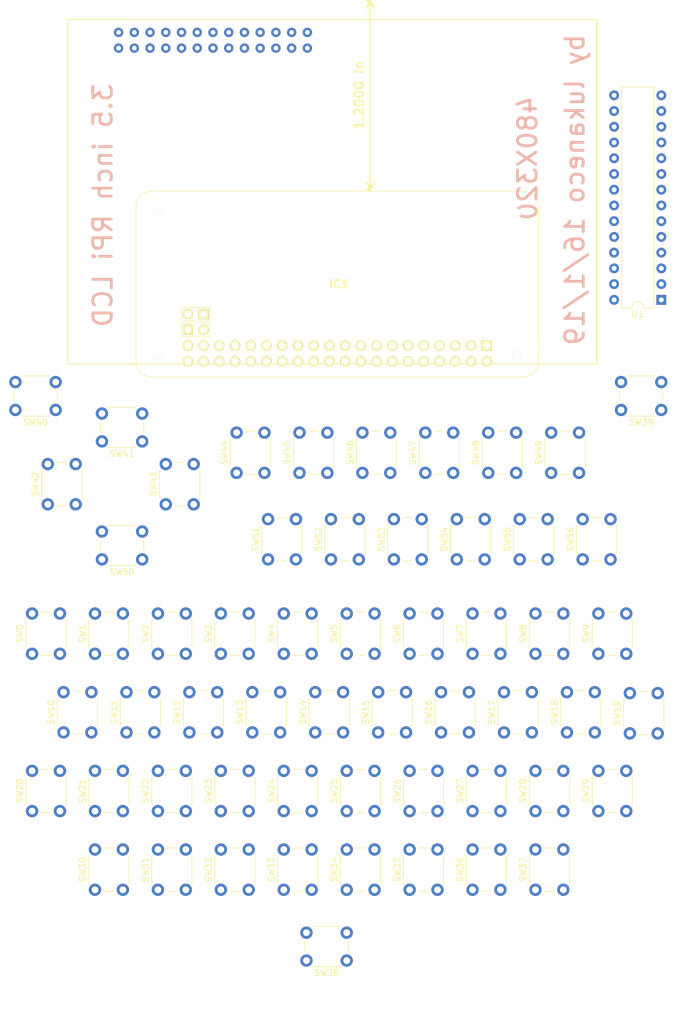
<source format=kicad_pcb>
(kicad_pcb (version 20171130) (host pcbnew "(5.0.2)-1")

  (general
    (thickness 1.6)
    (drawings 36)
    (tracks 0)
    (zones 0)
    (modules 60)
    (nets 160)
  )

  (page A4)
  (layers
    (0 F.Cu signal)
    (31 B.Cu signal)
    (32 B.Adhes user)
    (33 F.Adhes user)
    (34 B.Paste user)
    (35 F.Paste user)
    (36 B.SilkS user)
    (37 F.SilkS user)
    (38 B.Mask user)
    (39 F.Mask user)
    (40 Dwgs.User user)
    (41 Cmts.User user)
    (42 Eco1.User user)
    (43 Eco2.User user)
    (44 Edge.Cuts user)
    (45 Margin user)
    (46 B.CrtYd user)
    (47 F.CrtYd user)
    (48 B.Fab user)
    (49 F.Fab user)
  )

  (setup
    (last_trace_width 0.25)
    (trace_clearance 0.2)
    (zone_clearance 0.508)
    (zone_45_only no)
    (trace_min 0.2)
    (segment_width 0.2)
    (edge_width 0.15)
    (via_size 0.8)
    (via_drill 0.4)
    (via_min_size 0.4)
    (via_min_drill 0.3)
    (uvia_size 0.3)
    (uvia_drill 0.1)
    (uvias_allowed no)
    (uvia_min_size 0.2)
    (uvia_min_drill 0.1)
    (pcb_text_width 0.3)
    (pcb_text_size 1.5 1.5)
    (mod_edge_width 0.15)
    (mod_text_size 1 1)
    (mod_text_width 0.15)
    (pad_size 1.524 1.524)
    (pad_drill 0.762)
    (pad_to_mask_clearance 0.051)
    (solder_mask_min_width 0.25)
    (aux_axis_origin 78.74 76.2)
    (grid_origin 55.88 195.58)
    (visible_elements 7FFFFFFF)
    (pcbplotparams
      (layerselection 0x010fc_ffffffff)
      (usegerberextensions false)
      (usegerberattributes false)
      (usegerberadvancedattributes false)
      (creategerberjobfile false)
      (excludeedgelayer true)
      (linewidth 0.100000)
      (plotframeref false)
      (viasonmask false)
      (mode 1)
      (useauxorigin false)
      (hpglpennumber 1)
      (hpglpenspeed 20)
      (hpglpendiameter 15.000000)
      (psnegative false)
      (psa4output false)
      (plotreference true)
      (plotvalue true)
      (plotinvisibletext false)
      (padsonsilk false)
      (subtractmaskfromsilk false)
      (outputformat 1)
      (mirror false)
      (drillshape 1)
      (scaleselection 1)
      (outputdirectory ""))
  )

  (net 0 "")
  (net 1 "Net-(SW0-Pad2)")
  (net 2 "Net-(SW1-Pad2)")
  (net 3 "Net-(SW2-Pad2)")
  (net 4 "Net-(SW3-Pad2)")
  (net 5 "Net-(SW4-Pad2)")
  (net 6 "Net-(SW5-Pad2)")
  (net 7 "Net-(SW6-Pad2)")
  (net 8 "Net-(SW7-Pad2)")
  (net 9 "Net-(SW8-Pad2)")
  (net 10 "Net-(SW9-Pad2)")
  (net 11 "Net-(SW10-Pad2)")
  (net 12 "Net-(SW11-Pad2)")
  (net 13 "Net-(SW12-Pad2)")
  (net 14 "Net-(SW13-Pad2)")
  (net 15 "Net-(SW14-Pad2)")
  (net 16 "Net-(SW15-Pad2)")
  (net 17 "Net-(SW16-Pad2)")
  (net 18 "Net-(SW17-Pad2)")
  (net 19 "Net-(SW18-Pad2)")
  (net 20 "Net-(SW19-Pad2)")
  (net 21 "Net-(SW20-Pad2)")
  (net 22 "Net-(SW21-Pad2)")
  (net 23 "Net-(SW22-Pad2)")
  (net 24 "Net-(SW23-Pad2)")
  (net 25 "Net-(SW24-Pad2)")
  (net 26 "Net-(SW25-Pad2)")
  (net 27 "Net-(SW26-Pad2)")
  (net 28 "Net-(SW27-Pad2)")
  (net 29 "Net-(SW28-Pad2)")
  (net 30 "Net-(SW29-Pad2)")
  (net 31 "Net-(SW30-Pad2)")
  (net 32 "Net-(SW31-Pad2)")
  (net 33 "Net-(SW32-Pad2)")
  (net 34 "Net-(SW33-Pad2)")
  (net 35 "Net-(SW34-Pad2)")
  (net 36 "Net-(SW35-Pad2)")
  (net 37 "Net-(SW36-Pad2)")
  (net 38 "Net-(SW37-Pad2)")
  (net 39 "Net-(SW38-Pad2)")
  (net 40 "Net-(SW39-Pad2)")
  (net 41 "Net-(SW40-Pad2)")
  (net 42 "Net-(SW41-Pad2)")
  (net 43 "Net-(SW42-Pad2)")
  (net 44 "Net-(SW43-Pad2)")
  (net 45 "Net-(SW44-Pad2)")
  (net 46 "Net-(SW45-Pad2)")
  (net 47 "Net-(SW46-Pad2)")
  (net 48 "Net-(SW47-Pad2)")
  (net 49 "Net-(SW48-Pad2)")
  (net 50 "Net-(SW49-Pad2)")
  (net 51 "Net-(SW50-Pad2)")
  (net 52 "Net-(SW51-Pad2)")
  (net 53 "Net-(SW52-Pad2)")
  (net 54 "Net-(SW53-Pad2)")
  (net 55 "Net-(SW54-Pad2)")
  (net 56 "Net-(SW55-Pad2)")
  (net 57 "Net-(SW56-Pad2)")
  (net 58 "Net-(U1-Pad15)")
  (net 59 "Net-(U1-Pad16)")
  (net 60 "Net-(U1-Pad17)")
  (net 61 "Net-(U1-Pad18)")
  (net 62 "Net-(U1-Pad19)")
  (net 63 "Net-(U1-Pad6)")
  (net 64 "Net-(U1-Pad20)")
  (net 65 "Net-(U1-Pad7)")
  (net 66 "Net-(U1-Pad21)")
  (net 67 "Net-(U1-Pad22)")
  (net 68 "Net-(U1-Pad23)")
  (net 69 "Net-(U1-Pad24)")
  (net 70 "Net-(U1-Pad11)")
  (net 71 "Net-(U1-Pad25)")
  (net 72 "Net-(U1-Pad12)")
  (net 73 "Net-(U1-Pad26)")
  (net 74 "Net-(U1-Pad13)")
  (net 75 "Net-(U1-Pad27)")
  (net 76 "Net-(U1-Pad14)")
  (net 77 "Net-(U1-Pad28)")
  (net 78 Col2)
  (net 79 Col3)
  (net 80 Col4)
  (net 81 Col5)
  (net 82 Col0)
  (net 83 Col1)
  (net 84 Reset)
  (net 85 Serial_RX)
  (net 86 Serial_TX)
  (net 87 USB_D+)
  (net 88 USB_D-)
  (net 89 Osc1)
  (net 90 Osc2)
  (net 91 "Net-(DS1-Pad1)")
  (net 92 "Net-(DS1-Pad2)")
  (net 93 "Net-(DS1-Pad3)")
  (net 94 "Net-(DS1-Pad4)")
  (net 95 "Net-(DS1-Pad5)")
  (net 96 "Net-(DS1-Pad6)")
  (net 97 "Net-(DS1-Pad7)")
  (net 98 "Net-(DS1-Pad8)")
  (net 99 "Net-(DS1-Pad9)")
  (net 100 "Net-(DS1-Pad10)")
  (net 101 "Net-(DS1-Pad11)")
  (net 102 "Net-(DS1-Pad12)")
  (net 103 "Net-(DS1-Pad13)")
  (net 104 "Net-(DS1-Pad14)")
  (net 105 "Net-(DS1-Pad15)")
  (net 106 "Net-(DS1-Pad16)")
  (net 107 "Net-(DS1-Pad17)")
  (net 108 "Net-(DS1-Pad18)")
  (net 109 "Net-(DS1-Pad20)")
  (net 110 "Net-(DS1-Pad21)")
  (net 111 "Net-(DS1-Pad22)")
  (net 112 "Net-(DS1-Pad23)")
  (net 113 "Net-(DS1-Pad24)")
  (net 114 "Net-(DS1-Pad25)")
  (net 115 "Net-(DS1-Pad26)")
  (net 116 "Net-(IC1-Pad1)")
  (net 117 "Net-(IC1-Pad2)")
  (net 118 "Net-(IC1-Pad3)")
  (net 119 "Net-(IC1-Pad4)")
  (net 120 "Net-(IC1-Pad5)")
  (net 121 "Net-(IC1-Pad6)")
  (net 122 "Net-(IC1-Pad7)")
  (net 123 "Net-(IC1-Pad8)")
  (net 124 "Net-(IC1-Pad9)")
  (net 125 "Net-(IC1-Pad10)")
  (net 126 "Net-(IC1-Pad11)")
  (net 127 "Net-(IC1-Pad12)")
  (net 128 "Net-(IC1-Pad13)")
  (net 129 "Net-(IC1-Pad14)")
  (net 130 "Net-(IC1-Pad15)")
  (net 131 "Net-(IC1-Pad16)")
  (net 132 "Net-(IC1-Pad17)")
  (net 133 "Net-(IC1-Pad18)")
  (net 134 "Net-(IC1-Pad19)")
  (net 135 "Net-(IC1-Pad20)")
  (net 136 "Net-(IC1-Pad21)")
  (net 137 "Net-(IC1-Pad22)")
  (net 138 "Net-(IC1-Pad23)")
  (net 139 "Net-(IC1-Pad24)")
  (net 140 "Net-(IC1-Pad25)")
  (net 141 "Net-(IC1-Pad26)")
  (net 142 "Net-(IC1-Pad27)")
  (net 143 "Net-(IC1-Pad28)")
  (net 144 "Net-(IC1-Pad29)")
  (net 145 "Net-(IC1-Pad30)")
  (net 146 "Net-(IC1-Pad31)")
  (net 147 "Net-(IC1-Pad32)")
  (net 148 "Net-(IC1-Pad33)")
  (net 149 "Net-(IC1-Pad34)")
  (net 150 "Net-(IC1-Pad35)")
  (net 151 "Net-(IC1-Pad36)")
  (net 152 "Net-(IC1-Pad37)")
  (net 153 "Net-(IC1-Pad38)")
  (net 154 "Net-(IC1-Pad39)")
  (net 155 "Net-(IC1-Pad40)")
  (net 156 "Net-(IC1-Pad41)")
  (net 157 "Net-(IC1-Pad42)")
  (net 158 "Net-(IC1-Pad43)")
  (net 159 "Net-(IC1-Pad44)")

  (net_class Default "Esta es la clase de red por defecto."
    (clearance 0.2)
    (trace_width 0.25)
    (via_dia 0.8)
    (via_drill 0.4)
    (uvia_dia 0.3)
    (uvia_drill 0.1)
    (add_net Col0)
    (add_net Col1)
    (add_net Col2)
    (add_net Col3)
    (add_net Col4)
    (add_net Col5)
    (add_net "Net-(DS1-Pad1)")
    (add_net "Net-(DS1-Pad10)")
    (add_net "Net-(DS1-Pad11)")
    (add_net "Net-(DS1-Pad12)")
    (add_net "Net-(DS1-Pad13)")
    (add_net "Net-(DS1-Pad14)")
    (add_net "Net-(DS1-Pad15)")
    (add_net "Net-(DS1-Pad16)")
    (add_net "Net-(DS1-Pad17)")
    (add_net "Net-(DS1-Pad18)")
    (add_net "Net-(DS1-Pad2)")
    (add_net "Net-(DS1-Pad20)")
    (add_net "Net-(DS1-Pad21)")
    (add_net "Net-(DS1-Pad22)")
    (add_net "Net-(DS1-Pad23)")
    (add_net "Net-(DS1-Pad24)")
    (add_net "Net-(DS1-Pad25)")
    (add_net "Net-(DS1-Pad26)")
    (add_net "Net-(DS1-Pad3)")
    (add_net "Net-(DS1-Pad4)")
    (add_net "Net-(DS1-Pad5)")
    (add_net "Net-(DS1-Pad6)")
    (add_net "Net-(DS1-Pad7)")
    (add_net "Net-(DS1-Pad8)")
    (add_net "Net-(DS1-Pad9)")
    (add_net "Net-(IC1-Pad1)")
    (add_net "Net-(IC1-Pad10)")
    (add_net "Net-(IC1-Pad11)")
    (add_net "Net-(IC1-Pad12)")
    (add_net "Net-(IC1-Pad13)")
    (add_net "Net-(IC1-Pad14)")
    (add_net "Net-(IC1-Pad15)")
    (add_net "Net-(IC1-Pad16)")
    (add_net "Net-(IC1-Pad17)")
    (add_net "Net-(IC1-Pad18)")
    (add_net "Net-(IC1-Pad19)")
    (add_net "Net-(IC1-Pad2)")
    (add_net "Net-(IC1-Pad20)")
    (add_net "Net-(IC1-Pad21)")
    (add_net "Net-(IC1-Pad22)")
    (add_net "Net-(IC1-Pad23)")
    (add_net "Net-(IC1-Pad24)")
    (add_net "Net-(IC1-Pad25)")
    (add_net "Net-(IC1-Pad26)")
    (add_net "Net-(IC1-Pad27)")
    (add_net "Net-(IC1-Pad28)")
    (add_net "Net-(IC1-Pad29)")
    (add_net "Net-(IC1-Pad3)")
    (add_net "Net-(IC1-Pad30)")
    (add_net "Net-(IC1-Pad31)")
    (add_net "Net-(IC1-Pad32)")
    (add_net "Net-(IC1-Pad33)")
    (add_net "Net-(IC1-Pad34)")
    (add_net "Net-(IC1-Pad35)")
    (add_net "Net-(IC1-Pad36)")
    (add_net "Net-(IC1-Pad37)")
    (add_net "Net-(IC1-Pad38)")
    (add_net "Net-(IC1-Pad39)")
    (add_net "Net-(IC1-Pad4)")
    (add_net "Net-(IC1-Pad40)")
    (add_net "Net-(IC1-Pad41)")
    (add_net "Net-(IC1-Pad42)")
    (add_net "Net-(IC1-Pad43)")
    (add_net "Net-(IC1-Pad44)")
    (add_net "Net-(IC1-Pad5)")
    (add_net "Net-(IC1-Pad6)")
    (add_net "Net-(IC1-Pad7)")
    (add_net "Net-(IC1-Pad8)")
    (add_net "Net-(IC1-Pad9)")
    (add_net "Net-(SW0-Pad2)")
    (add_net "Net-(SW1-Pad2)")
    (add_net "Net-(SW10-Pad2)")
    (add_net "Net-(SW11-Pad2)")
    (add_net "Net-(SW12-Pad2)")
    (add_net "Net-(SW13-Pad2)")
    (add_net "Net-(SW14-Pad2)")
    (add_net "Net-(SW15-Pad2)")
    (add_net "Net-(SW16-Pad2)")
    (add_net "Net-(SW17-Pad2)")
    (add_net "Net-(SW18-Pad2)")
    (add_net "Net-(SW19-Pad2)")
    (add_net "Net-(SW2-Pad2)")
    (add_net "Net-(SW20-Pad2)")
    (add_net "Net-(SW21-Pad2)")
    (add_net "Net-(SW22-Pad2)")
    (add_net "Net-(SW23-Pad2)")
    (add_net "Net-(SW24-Pad2)")
    (add_net "Net-(SW25-Pad2)")
    (add_net "Net-(SW26-Pad2)")
    (add_net "Net-(SW27-Pad2)")
    (add_net "Net-(SW28-Pad2)")
    (add_net "Net-(SW29-Pad2)")
    (add_net "Net-(SW3-Pad2)")
    (add_net "Net-(SW30-Pad2)")
    (add_net "Net-(SW31-Pad2)")
    (add_net "Net-(SW32-Pad2)")
    (add_net "Net-(SW33-Pad2)")
    (add_net "Net-(SW34-Pad2)")
    (add_net "Net-(SW35-Pad2)")
    (add_net "Net-(SW36-Pad2)")
    (add_net "Net-(SW37-Pad2)")
    (add_net "Net-(SW38-Pad2)")
    (add_net "Net-(SW39-Pad2)")
    (add_net "Net-(SW4-Pad2)")
    (add_net "Net-(SW40-Pad2)")
    (add_net "Net-(SW41-Pad2)")
    (add_net "Net-(SW42-Pad2)")
    (add_net "Net-(SW43-Pad2)")
    (add_net "Net-(SW44-Pad2)")
    (add_net "Net-(SW45-Pad2)")
    (add_net "Net-(SW46-Pad2)")
    (add_net "Net-(SW47-Pad2)")
    (add_net "Net-(SW48-Pad2)")
    (add_net "Net-(SW49-Pad2)")
    (add_net "Net-(SW5-Pad2)")
    (add_net "Net-(SW50-Pad2)")
    (add_net "Net-(SW51-Pad2)")
    (add_net "Net-(SW52-Pad2)")
    (add_net "Net-(SW53-Pad2)")
    (add_net "Net-(SW54-Pad2)")
    (add_net "Net-(SW55-Pad2)")
    (add_net "Net-(SW56-Pad2)")
    (add_net "Net-(SW6-Pad2)")
    (add_net "Net-(SW7-Pad2)")
    (add_net "Net-(SW8-Pad2)")
    (add_net "Net-(SW9-Pad2)")
    (add_net "Net-(U1-Pad11)")
    (add_net "Net-(U1-Pad12)")
    (add_net "Net-(U1-Pad13)")
    (add_net "Net-(U1-Pad14)")
    (add_net "Net-(U1-Pad15)")
    (add_net "Net-(U1-Pad16)")
    (add_net "Net-(U1-Pad17)")
    (add_net "Net-(U1-Pad18)")
    (add_net "Net-(U1-Pad19)")
    (add_net "Net-(U1-Pad20)")
    (add_net "Net-(U1-Pad21)")
    (add_net "Net-(U1-Pad22)")
    (add_net "Net-(U1-Pad23)")
    (add_net "Net-(U1-Pad24)")
    (add_net "Net-(U1-Pad25)")
    (add_net "Net-(U1-Pad26)")
    (add_net "Net-(U1-Pad27)")
    (add_net "Net-(U1-Pad28)")
    (add_net "Net-(U1-Pad6)")
    (add_net "Net-(U1-Pad7)")
    (add_net Osc1)
    (add_net Osc2)
    (add_net Reset)
    (add_net Serial_RX)
    (add_net Serial_TX)
    (add_net USB_D+)
    (add_net USB_D-)
  )

  (module Button_Switch_THT:SW_PUSH_6mm (layer F.Cu) (tedit 5A02FE31) (tstamp 5C610F8A)
    (at 60.96 135.89 90)
    (descr https://www.omron.com/ecb/products/pdf/en-b3f.pdf)
    (tags "tact sw push 6mm")
    (path /5C547EE8)
    (fp_text reference SW0 (at 3.25 -2 90) (layer F.SilkS)
      (effects (font (size 1 1) (thickness 0.15)))
    )
    (fp_text value SW_Push (at 3.75 6.7 90) (layer F.Fab)
      (effects (font (size 1 1) (thickness 0.15)))
    )
    (fp_text user %R (at 3.25 2.25 90) (layer F.Fab)
      (effects (font (size 1 1) (thickness 0.15)))
    )
    (fp_line (start 3.25 -0.75) (end 6.25 -0.75) (layer F.Fab) (width 0.1))
    (fp_line (start 6.25 -0.75) (end 6.25 5.25) (layer F.Fab) (width 0.1))
    (fp_line (start 6.25 5.25) (end 0.25 5.25) (layer F.Fab) (width 0.1))
    (fp_line (start 0.25 5.25) (end 0.25 -0.75) (layer F.Fab) (width 0.1))
    (fp_line (start 0.25 -0.75) (end 3.25 -0.75) (layer F.Fab) (width 0.1))
    (fp_line (start 7.75 6) (end 8 6) (layer F.CrtYd) (width 0.05))
    (fp_line (start 8 6) (end 8 5.75) (layer F.CrtYd) (width 0.05))
    (fp_line (start 7.75 -1.5) (end 8 -1.5) (layer F.CrtYd) (width 0.05))
    (fp_line (start 8 -1.5) (end 8 -1.25) (layer F.CrtYd) (width 0.05))
    (fp_line (start -1.5 -1.25) (end -1.5 -1.5) (layer F.CrtYd) (width 0.05))
    (fp_line (start -1.5 -1.5) (end -1.25 -1.5) (layer F.CrtYd) (width 0.05))
    (fp_line (start -1.5 5.75) (end -1.5 6) (layer F.CrtYd) (width 0.05))
    (fp_line (start -1.5 6) (end -1.25 6) (layer F.CrtYd) (width 0.05))
    (fp_line (start -1.25 -1.5) (end 7.75 -1.5) (layer F.CrtYd) (width 0.05))
    (fp_line (start -1.5 5.75) (end -1.5 -1.25) (layer F.CrtYd) (width 0.05))
    (fp_line (start 7.75 6) (end -1.25 6) (layer F.CrtYd) (width 0.05))
    (fp_line (start 8 -1.25) (end 8 5.75) (layer F.CrtYd) (width 0.05))
    (fp_line (start 1 5.5) (end 5.5 5.5) (layer F.SilkS) (width 0.12))
    (fp_line (start -0.25 1.5) (end -0.25 3) (layer F.SilkS) (width 0.12))
    (fp_line (start 5.5 -1) (end 1 -1) (layer F.SilkS) (width 0.12))
    (fp_line (start 6.75 3) (end 6.75 1.5) (layer F.SilkS) (width 0.12))
    (fp_circle (center 3.25 2.25) (end 1.25 2.5) (layer F.Fab) (width 0.1))
    (pad 2 thru_hole circle (at 0 4.5 180) (size 2 2) (drill 1.1) (layers *.Cu *.Mask)
      (net 1 "Net-(SW0-Pad2)"))
    (pad 1 thru_hole circle (at 0 0 180) (size 2 2) (drill 1.1) (layers *.Cu *.Mask)
      (net 78 Col2))
    (pad 2 thru_hole circle (at 6.5 4.5 180) (size 2 2) (drill 1.1) (layers *.Cu *.Mask)
      (net 1 "Net-(SW0-Pad2)"))
    (pad 1 thru_hole circle (at 6.5 0 180) (size 2 2) (drill 1.1) (layers *.Cu *.Mask)
      (net 78 Col2))
    (model ${KISYS3DMOD}/Button_Switch_THT.3dshapes/SW_PUSH_6mm.wrl
      (at (xyz 0 0 0))
      (scale (xyz 1 1 1))
      (rotate (xyz 0 0 0))
    )
  )

  (module Button_Switch_THT:SW_PUSH_6mm (layer F.Cu) (tedit 5A02FE31) (tstamp 5C610FA9)
    (at 71.12 135.89 90)
    (descr https://www.omron.com/ecb/products/pdf/en-b3f.pdf)
    (tags "tact sw push 6mm")
    (path /5C547EEF)
    (fp_text reference SW1 (at 3.25 -2 90) (layer F.SilkS)
      (effects (font (size 1 1) (thickness 0.15)))
    )
    (fp_text value SW_Push (at 3.75 6.7 90) (layer F.Fab)
      (effects (font (size 1 1) (thickness 0.15)))
    )
    (fp_circle (center 3.25 2.25) (end 1.25 2.5) (layer F.Fab) (width 0.1))
    (fp_line (start 6.75 3) (end 6.75 1.5) (layer F.SilkS) (width 0.12))
    (fp_line (start 5.5 -1) (end 1 -1) (layer F.SilkS) (width 0.12))
    (fp_line (start -0.25 1.5) (end -0.25 3) (layer F.SilkS) (width 0.12))
    (fp_line (start 1 5.5) (end 5.5 5.5) (layer F.SilkS) (width 0.12))
    (fp_line (start 8 -1.25) (end 8 5.75) (layer F.CrtYd) (width 0.05))
    (fp_line (start 7.75 6) (end -1.25 6) (layer F.CrtYd) (width 0.05))
    (fp_line (start -1.5 5.75) (end -1.5 -1.25) (layer F.CrtYd) (width 0.05))
    (fp_line (start -1.25 -1.5) (end 7.75 -1.5) (layer F.CrtYd) (width 0.05))
    (fp_line (start -1.5 6) (end -1.25 6) (layer F.CrtYd) (width 0.05))
    (fp_line (start -1.5 5.75) (end -1.5 6) (layer F.CrtYd) (width 0.05))
    (fp_line (start -1.5 -1.5) (end -1.25 -1.5) (layer F.CrtYd) (width 0.05))
    (fp_line (start -1.5 -1.25) (end -1.5 -1.5) (layer F.CrtYd) (width 0.05))
    (fp_line (start 8 -1.5) (end 8 -1.25) (layer F.CrtYd) (width 0.05))
    (fp_line (start 7.75 -1.5) (end 8 -1.5) (layer F.CrtYd) (width 0.05))
    (fp_line (start 8 6) (end 8 5.75) (layer F.CrtYd) (width 0.05))
    (fp_line (start 7.75 6) (end 8 6) (layer F.CrtYd) (width 0.05))
    (fp_line (start 0.25 -0.75) (end 3.25 -0.75) (layer F.Fab) (width 0.1))
    (fp_line (start 0.25 5.25) (end 0.25 -0.75) (layer F.Fab) (width 0.1))
    (fp_line (start 6.25 5.25) (end 0.25 5.25) (layer F.Fab) (width 0.1))
    (fp_line (start 6.25 -0.75) (end 6.25 5.25) (layer F.Fab) (width 0.1))
    (fp_line (start 3.25 -0.75) (end 6.25 -0.75) (layer F.Fab) (width 0.1))
    (fp_text user %R (at 3.25 2.25 90) (layer F.Fab)
      (effects (font (size 1 1) (thickness 0.15)))
    )
    (pad 1 thru_hole circle (at 6.5 0 180) (size 2 2) (drill 1.1) (layers *.Cu *.Mask)
      (net 78 Col2))
    (pad 2 thru_hole circle (at 6.5 4.5 180) (size 2 2) (drill 1.1) (layers *.Cu *.Mask)
      (net 2 "Net-(SW1-Pad2)"))
    (pad 1 thru_hole circle (at 0 0 180) (size 2 2) (drill 1.1) (layers *.Cu *.Mask)
      (net 78 Col2))
    (pad 2 thru_hole circle (at 0 4.5 180) (size 2 2) (drill 1.1) (layers *.Cu *.Mask)
      (net 2 "Net-(SW1-Pad2)"))
    (model ${KISYS3DMOD}/Button_Switch_THT.3dshapes/SW_PUSH_6mm.wrl
      (at (xyz 0 0 0))
      (scale (xyz 1 1 1))
      (rotate (xyz 0 0 0))
    )
  )

  (module Button_Switch_THT:SW_PUSH_6mm (layer F.Cu) (tedit 5A02FE31) (tstamp 5C610FC8)
    (at 81.28 135.89 90)
    (descr https://www.omron.com/ecb/products/pdf/en-b3f.pdf)
    (tags "tact sw push 6mm")
    (path /5C547EF6)
    (fp_text reference SW2 (at 3.25 -2 90) (layer F.SilkS)
      (effects (font (size 1 1) (thickness 0.15)))
    )
    (fp_text value SW_Push (at 3.75 6.7 90) (layer F.Fab)
      (effects (font (size 1 1) (thickness 0.15)))
    )
    (fp_text user %R (at 3.25 2.25 90) (layer F.Fab)
      (effects (font (size 1 1) (thickness 0.15)))
    )
    (fp_line (start 3.25 -0.75) (end 6.25 -0.75) (layer F.Fab) (width 0.1))
    (fp_line (start 6.25 -0.75) (end 6.25 5.25) (layer F.Fab) (width 0.1))
    (fp_line (start 6.25 5.25) (end 0.25 5.25) (layer F.Fab) (width 0.1))
    (fp_line (start 0.25 5.25) (end 0.25 -0.75) (layer F.Fab) (width 0.1))
    (fp_line (start 0.25 -0.75) (end 3.25 -0.75) (layer F.Fab) (width 0.1))
    (fp_line (start 7.75 6) (end 8 6) (layer F.CrtYd) (width 0.05))
    (fp_line (start 8 6) (end 8 5.75) (layer F.CrtYd) (width 0.05))
    (fp_line (start 7.75 -1.5) (end 8 -1.5) (layer F.CrtYd) (width 0.05))
    (fp_line (start 8 -1.5) (end 8 -1.25) (layer F.CrtYd) (width 0.05))
    (fp_line (start -1.5 -1.25) (end -1.5 -1.5) (layer F.CrtYd) (width 0.05))
    (fp_line (start -1.5 -1.5) (end -1.25 -1.5) (layer F.CrtYd) (width 0.05))
    (fp_line (start -1.5 5.75) (end -1.5 6) (layer F.CrtYd) (width 0.05))
    (fp_line (start -1.5 6) (end -1.25 6) (layer F.CrtYd) (width 0.05))
    (fp_line (start -1.25 -1.5) (end 7.75 -1.5) (layer F.CrtYd) (width 0.05))
    (fp_line (start -1.5 5.75) (end -1.5 -1.25) (layer F.CrtYd) (width 0.05))
    (fp_line (start 7.75 6) (end -1.25 6) (layer F.CrtYd) (width 0.05))
    (fp_line (start 8 -1.25) (end 8 5.75) (layer F.CrtYd) (width 0.05))
    (fp_line (start 1 5.5) (end 5.5 5.5) (layer F.SilkS) (width 0.12))
    (fp_line (start -0.25 1.5) (end -0.25 3) (layer F.SilkS) (width 0.12))
    (fp_line (start 5.5 -1) (end 1 -1) (layer F.SilkS) (width 0.12))
    (fp_line (start 6.75 3) (end 6.75 1.5) (layer F.SilkS) (width 0.12))
    (fp_circle (center 3.25 2.25) (end 1.25 2.5) (layer F.Fab) (width 0.1))
    (pad 2 thru_hole circle (at 0 4.5 180) (size 2 2) (drill 1.1) (layers *.Cu *.Mask)
      (net 3 "Net-(SW2-Pad2)"))
    (pad 1 thru_hole circle (at 0 0 180) (size 2 2) (drill 1.1) (layers *.Cu *.Mask)
      (net 78 Col2))
    (pad 2 thru_hole circle (at 6.5 4.5 180) (size 2 2) (drill 1.1) (layers *.Cu *.Mask)
      (net 3 "Net-(SW2-Pad2)"))
    (pad 1 thru_hole circle (at 6.5 0 180) (size 2 2) (drill 1.1) (layers *.Cu *.Mask)
      (net 78 Col2))
    (model ${KISYS3DMOD}/Button_Switch_THT.3dshapes/SW_PUSH_6mm.wrl
      (at (xyz 0 0 0))
      (scale (xyz 1 1 1))
      (rotate (xyz 0 0 0))
    )
  )

  (module Button_Switch_THT:SW_PUSH_6mm (layer F.Cu) (tedit 5A02FE31) (tstamp 5C610FE7)
    (at 91.44 135.89 90)
    (descr https://www.omron.com/ecb/products/pdf/en-b3f.pdf)
    (tags "tact sw push 6mm")
    (path /5C547EFD)
    (fp_text reference SW3 (at 3.25 -2 90) (layer F.SilkS)
      (effects (font (size 1 1) (thickness 0.15)))
    )
    (fp_text value SW_Push (at 3.75 6.7 90) (layer F.Fab)
      (effects (font (size 1 1) (thickness 0.15)))
    )
    (fp_text user %R (at 3.25 2.25 90) (layer F.Fab)
      (effects (font (size 1 1) (thickness 0.15)))
    )
    (fp_line (start 3.25 -0.75) (end 6.25 -0.75) (layer F.Fab) (width 0.1))
    (fp_line (start 6.25 -0.75) (end 6.25 5.25) (layer F.Fab) (width 0.1))
    (fp_line (start 6.25 5.25) (end 0.25 5.25) (layer F.Fab) (width 0.1))
    (fp_line (start 0.25 5.25) (end 0.25 -0.75) (layer F.Fab) (width 0.1))
    (fp_line (start 0.25 -0.75) (end 3.25 -0.75) (layer F.Fab) (width 0.1))
    (fp_line (start 7.75 6) (end 8 6) (layer F.CrtYd) (width 0.05))
    (fp_line (start 8 6) (end 8 5.75) (layer F.CrtYd) (width 0.05))
    (fp_line (start 7.75 -1.5) (end 8 -1.5) (layer F.CrtYd) (width 0.05))
    (fp_line (start 8 -1.5) (end 8 -1.25) (layer F.CrtYd) (width 0.05))
    (fp_line (start -1.5 -1.25) (end -1.5 -1.5) (layer F.CrtYd) (width 0.05))
    (fp_line (start -1.5 -1.5) (end -1.25 -1.5) (layer F.CrtYd) (width 0.05))
    (fp_line (start -1.5 5.75) (end -1.5 6) (layer F.CrtYd) (width 0.05))
    (fp_line (start -1.5 6) (end -1.25 6) (layer F.CrtYd) (width 0.05))
    (fp_line (start -1.25 -1.5) (end 7.75 -1.5) (layer F.CrtYd) (width 0.05))
    (fp_line (start -1.5 5.75) (end -1.5 -1.25) (layer F.CrtYd) (width 0.05))
    (fp_line (start 7.75 6) (end -1.25 6) (layer F.CrtYd) (width 0.05))
    (fp_line (start 8 -1.25) (end 8 5.75) (layer F.CrtYd) (width 0.05))
    (fp_line (start 1 5.5) (end 5.5 5.5) (layer F.SilkS) (width 0.12))
    (fp_line (start -0.25 1.5) (end -0.25 3) (layer F.SilkS) (width 0.12))
    (fp_line (start 5.5 -1) (end 1 -1) (layer F.SilkS) (width 0.12))
    (fp_line (start 6.75 3) (end 6.75 1.5) (layer F.SilkS) (width 0.12))
    (fp_circle (center 3.25 2.25) (end 1.25 2.5) (layer F.Fab) (width 0.1))
    (pad 2 thru_hole circle (at 0 4.5 180) (size 2 2) (drill 1.1) (layers *.Cu *.Mask)
      (net 4 "Net-(SW3-Pad2)"))
    (pad 1 thru_hole circle (at 0 0 180) (size 2 2) (drill 1.1) (layers *.Cu *.Mask)
      (net 78 Col2))
    (pad 2 thru_hole circle (at 6.5 4.5 180) (size 2 2) (drill 1.1) (layers *.Cu *.Mask)
      (net 4 "Net-(SW3-Pad2)"))
    (pad 1 thru_hole circle (at 6.5 0 180) (size 2 2) (drill 1.1) (layers *.Cu *.Mask)
      (net 78 Col2))
    (model ${KISYS3DMOD}/Button_Switch_THT.3dshapes/SW_PUSH_6mm.wrl
      (at (xyz 0 0 0))
      (scale (xyz 1 1 1))
      (rotate (xyz 0 0 0))
    )
  )

  (module Button_Switch_THT:SW_PUSH_6mm (layer F.Cu) (tedit 5A02FE31) (tstamp 5C611006)
    (at 101.6 135.89 90)
    (descr https://www.omron.com/ecb/products/pdf/en-b3f.pdf)
    (tags "tact sw push 6mm")
    (path /5C547F04)
    (fp_text reference SW4 (at 3.25 -2 90) (layer F.SilkS)
      (effects (font (size 1 1) (thickness 0.15)))
    )
    (fp_text value SW_Push (at 3.75 6.7 90) (layer F.Fab)
      (effects (font (size 1 1) (thickness 0.15)))
    )
    (fp_circle (center 3.25 2.25) (end 1.25 2.5) (layer F.Fab) (width 0.1))
    (fp_line (start 6.75 3) (end 6.75 1.5) (layer F.SilkS) (width 0.12))
    (fp_line (start 5.5 -1) (end 1 -1) (layer F.SilkS) (width 0.12))
    (fp_line (start -0.25 1.5) (end -0.25 3) (layer F.SilkS) (width 0.12))
    (fp_line (start 1 5.5) (end 5.5 5.5) (layer F.SilkS) (width 0.12))
    (fp_line (start 8 -1.25) (end 8 5.75) (layer F.CrtYd) (width 0.05))
    (fp_line (start 7.75 6) (end -1.25 6) (layer F.CrtYd) (width 0.05))
    (fp_line (start -1.5 5.75) (end -1.5 -1.25) (layer F.CrtYd) (width 0.05))
    (fp_line (start -1.25 -1.5) (end 7.75 -1.5) (layer F.CrtYd) (width 0.05))
    (fp_line (start -1.5 6) (end -1.25 6) (layer F.CrtYd) (width 0.05))
    (fp_line (start -1.5 5.75) (end -1.5 6) (layer F.CrtYd) (width 0.05))
    (fp_line (start -1.5 -1.5) (end -1.25 -1.5) (layer F.CrtYd) (width 0.05))
    (fp_line (start -1.5 -1.25) (end -1.5 -1.5) (layer F.CrtYd) (width 0.05))
    (fp_line (start 8 -1.5) (end 8 -1.25) (layer F.CrtYd) (width 0.05))
    (fp_line (start 7.75 -1.5) (end 8 -1.5) (layer F.CrtYd) (width 0.05))
    (fp_line (start 8 6) (end 8 5.75) (layer F.CrtYd) (width 0.05))
    (fp_line (start 7.75 6) (end 8 6) (layer F.CrtYd) (width 0.05))
    (fp_line (start 0.25 -0.75) (end 3.25 -0.75) (layer F.Fab) (width 0.1))
    (fp_line (start 0.25 5.25) (end 0.25 -0.75) (layer F.Fab) (width 0.1))
    (fp_line (start 6.25 5.25) (end 0.25 5.25) (layer F.Fab) (width 0.1))
    (fp_line (start 6.25 -0.75) (end 6.25 5.25) (layer F.Fab) (width 0.1))
    (fp_line (start 3.25 -0.75) (end 6.25 -0.75) (layer F.Fab) (width 0.1))
    (fp_text user %R (at 3.25 2.25 90) (layer F.Fab)
      (effects (font (size 1 1) (thickness 0.15)))
    )
    (pad 1 thru_hole circle (at 6.5 0 180) (size 2 2) (drill 1.1) (layers *.Cu *.Mask)
      (net 78 Col2))
    (pad 2 thru_hole circle (at 6.5 4.5 180) (size 2 2) (drill 1.1) (layers *.Cu *.Mask)
      (net 5 "Net-(SW4-Pad2)"))
    (pad 1 thru_hole circle (at 0 0 180) (size 2 2) (drill 1.1) (layers *.Cu *.Mask)
      (net 78 Col2))
    (pad 2 thru_hole circle (at 0 4.5 180) (size 2 2) (drill 1.1) (layers *.Cu *.Mask)
      (net 5 "Net-(SW4-Pad2)"))
    (model ${KISYS3DMOD}/Button_Switch_THT.3dshapes/SW_PUSH_6mm.wrl
      (at (xyz 0 0 0))
      (scale (xyz 1 1 1))
      (rotate (xyz 0 0 0))
    )
  )

  (module Button_Switch_THT:SW_PUSH_6mm (layer F.Cu) (tedit 5A02FE31) (tstamp 5C611025)
    (at 111.76 135.89 90)
    (descr https://www.omron.com/ecb/products/pdf/en-b3f.pdf)
    (tags "tact sw push 6mm")
    (path /5C547F0B)
    (fp_text reference SW5 (at 3.25 -2 90) (layer F.SilkS)
      (effects (font (size 1 1) (thickness 0.15)))
    )
    (fp_text value SW_Push (at 3.75 6.7 90) (layer F.Fab)
      (effects (font (size 1 1) (thickness 0.15)))
    )
    (fp_text user %R (at 3.25 2.25 90) (layer F.Fab)
      (effects (font (size 1 1) (thickness 0.15)))
    )
    (fp_line (start 3.25 -0.75) (end 6.25 -0.75) (layer F.Fab) (width 0.1))
    (fp_line (start 6.25 -0.75) (end 6.25 5.25) (layer F.Fab) (width 0.1))
    (fp_line (start 6.25 5.25) (end 0.25 5.25) (layer F.Fab) (width 0.1))
    (fp_line (start 0.25 5.25) (end 0.25 -0.75) (layer F.Fab) (width 0.1))
    (fp_line (start 0.25 -0.75) (end 3.25 -0.75) (layer F.Fab) (width 0.1))
    (fp_line (start 7.75 6) (end 8 6) (layer F.CrtYd) (width 0.05))
    (fp_line (start 8 6) (end 8 5.75) (layer F.CrtYd) (width 0.05))
    (fp_line (start 7.75 -1.5) (end 8 -1.5) (layer F.CrtYd) (width 0.05))
    (fp_line (start 8 -1.5) (end 8 -1.25) (layer F.CrtYd) (width 0.05))
    (fp_line (start -1.5 -1.25) (end -1.5 -1.5) (layer F.CrtYd) (width 0.05))
    (fp_line (start -1.5 -1.5) (end -1.25 -1.5) (layer F.CrtYd) (width 0.05))
    (fp_line (start -1.5 5.75) (end -1.5 6) (layer F.CrtYd) (width 0.05))
    (fp_line (start -1.5 6) (end -1.25 6) (layer F.CrtYd) (width 0.05))
    (fp_line (start -1.25 -1.5) (end 7.75 -1.5) (layer F.CrtYd) (width 0.05))
    (fp_line (start -1.5 5.75) (end -1.5 -1.25) (layer F.CrtYd) (width 0.05))
    (fp_line (start 7.75 6) (end -1.25 6) (layer F.CrtYd) (width 0.05))
    (fp_line (start 8 -1.25) (end 8 5.75) (layer F.CrtYd) (width 0.05))
    (fp_line (start 1 5.5) (end 5.5 5.5) (layer F.SilkS) (width 0.12))
    (fp_line (start -0.25 1.5) (end -0.25 3) (layer F.SilkS) (width 0.12))
    (fp_line (start 5.5 -1) (end 1 -1) (layer F.SilkS) (width 0.12))
    (fp_line (start 6.75 3) (end 6.75 1.5) (layer F.SilkS) (width 0.12))
    (fp_circle (center 3.25 2.25) (end 1.25 2.5) (layer F.Fab) (width 0.1))
    (pad 2 thru_hole circle (at 0 4.5 180) (size 2 2) (drill 1.1) (layers *.Cu *.Mask)
      (net 6 "Net-(SW5-Pad2)"))
    (pad 1 thru_hole circle (at 0 0 180) (size 2 2) (drill 1.1) (layers *.Cu *.Mask)
      (net 78 Col2))
    (pad 2 thru_hole circle (at 6.5 4.5 180) (size 2 2) (drill 1.1) (layers *.Cu *.Mask)
      (net 6 "Net-(SW5-Pad2)"))
    (pad 1 thru_hole circle (at 6.5 0 180) (size 2 2) (drill 1.1) (layers *.Cu *.Mask)
      (net 78 Col2))
    (model ${KISYS3DMOD}/Button_Switch_THT.3dshapes/SW_PUSH_6mm.wrl
      (at (xyz 0 0 0))
      (scale (xyz 1 1 1))
      (rotate (xyz 0 0 0))
    )
  )

  (module Button_Switch_THT:SW_PUSH_6mm (layer F.Cu) (tedit 5A02FE31) (tstamp 5C611044)
    (at 121.92 135.89 90)
    (descr https://www.omron.com/ecb/products/pdf/en-b3f.pdf)
    (tags "tact sw push 6mm")
    (path /5C548031)
    (fp_text reference SW6 (at 3.25 -2 90) (layer F.SilkS)
      (effects (font (size 1 1) (thickness 0.15)))
    )
    (fp_text value SW_Push (at 3.75 6.7 90) (layer F.Fab)
      (effects (font (size 1 1) (thickness 0.15)))
    )
    (fp_text user %R (at 3.25 2.25 90) (layer F.Fab)
      (effects (font (size 1 1) (thickness 0.15)))
    )
    (fp_line (start 3.25 -0.75) (end 6.25 -0.75) (layer F.Fab) (width 0.1))
    (fp_line (start 6.25 -0.75) (end 6.25 5.25) (layer F.Fab) (width 0.1))
    (fp_line (start 6.25 5.25) (end 0.25 5.25) (layer F.Fab) (width 0.1))
    (fp_line (start 0.25 5.25) (end 0.25 -0.75) (layer F.Fab) (width 0.1))
    (fp_line (start 0.25 -0.75) (end 3.25 -0.75) (layer F.Fab) (width 0.1))
    (fp_line (start 7.75 6) (end 8 6) (layer F.CrtYd) (width 0.05))
    (fp_line (start 8 6) (end 8 5.75) (layer F.CrtYd) (width 0.05))
    (fp_line (start 7.75 -1.5) (end 8 -1.5) (layer F.CrtYd) (width 0.05))
    (fp_line (start 8 -1.5) (end 8 -1.25) (layer F.CrtYd) (width 0.05))
    (fp_line (start -1.5 -1.25) (end -1.5 -1.5) (layer F.CrtYd) (width 0.05))
    (fp_line (start -1.5 -1.5) (end -1.25 -1.5) (layer F.CrtYd) (width 0.05))
    (fp_line (start -1.5 5.75) (end -1.5 6) (layer F.CrtYd) (width 0.05))
    (fp_line (start -1.5 6) (end -1.25 6) (layer F.CrtYd) (width 0.05))
    (fp_line (start -1.25 -1.5) (end 7.75 -1.5) (layer F.CrtYd) (width 0.05))
    (fp_line (start -1.5 5.75) (end -1.5 -1.25) (layer F.CrtYd) (width 0.05))
    (fp_line (start 7.75 6) (end -1.25 6) (layer F.CrtYd) (width 0.05))
    (fp_line (start 8 -1.25) (end 8 5.75) (layer F.CrtYd) (width 0.05))
    (fp_line (start 1 5.5) (end 5.5 5.5) (layer F.SilkS) (width 0.12))
    (fp_line (start -0.25 1.5) (end -0.25 3) (layer F.SilkS) (width 0.12))
    (fp_line (start 5.5 -1) (end 1 -1) (layer F.SilkS) (width 0.12))
    (fp_line (start 6.75 3) (end 6.75 1.5) (layer F.SilkS) (width 0.12))
    (fp_circle (center 3.25 2.25) (end 1.25 2.5) (layer F.Fab) (width 0.1))
    (pad 2 thru_hole circle (at 0 4.5 180) (size 2 2) (drill 1.1) (layers *.Cu *.Mask)
      (net 7 "Net-(SW6-Pad2)"))
    (pad 1 thru_hole circle (at 0 0 180) (size 2 2) (drill 1.1) (layers *.Cu *.Mask)
      (net 78 Col2))
    (pad 2 thru_hole circle (at 6.5 4.5 180) (size 2 2) (drill 1.1) (layers *.Cu *.Mask)
      (net 7 "Net-(SW6-Pad2)"))
    (pad 1 thru_hole circle (at 6.5 0 180) (size 2 2) (drill 1.1) (layers *.Cu *.Mask)
      (net 78 Col2))
    (model ${KISYS3DMOD}/Button_Switch_THT.3dshapes/SW_PUSH_6mm.wrl
      (at (xyz 0 0 0))
      (scale (xyz 1 1 1))
      (rotate (xyz 0 0 0))
    )
  )

  (module Button_Switch_THT:SW_PUSH_6mm (layer F.Cu) (tedit 5A02FE31) (tstamp 5C611063)
    (at 132.08 135.89 90)
    (descr https://www.omron.com/ecb/products/pdf/en-b3f.pdf)
    (tags "tact sw push 6mm")
    (path /5C548038)
    (fp_text reference SW7 (at 3.25 -2 90) (layer F.SilkS)
      (effects (font (size 1 1) (thickness 0.15)))
    )
    (fp_text value SW_Push (at 3.75 6.7 90) (layer F.Fab)
      (effects (font (size 1 1) (thickness 0.15)))
    )
    (fp_circle (center 3.25 2.25) (end 1.25 2.5) (layer F.Fab) (width 0.1))
    (fp_line (start 6.75 3) (end 6.75 1.5) (layer F.SilkS) (width 0.12))
    (fp_line (start 5.5 -1) (end 1 -1) (layer F.SilkS) (width 0.12))
    (fp_line (start -0.25 1.5) (end -0.25 3) (layer F.SilkS) (width 0.12))
    (fp_line (start 1 5.5) (end 5.5 5.5) (layer F.SilkS) (width 0.12))
    (fp_line (start 8 -1.25) (end 8 5.75) (layer F.CrtYd) (width 0.05))
    (fp_line (start 7.75 6) (end -1.25 6) (layer F.CrtYd) (width 0.05))
    (fp_line (start -1.5 5.75) (end -1.5 -1.25) (layer F.CrtYd) (width 0.05))
    (fp_line (start -1.25 -1.5) (end 7.75 -1.5) (layer F.CrtYd) (width 0.05))
    (fp_line (start -1.5 6) (end -1.25 6) (layer F.CrtYd) (width 0.05))
    (fp_line (start -1.5 5.75) (end -1.5 6) (layer F.CrtYd) (width 0.05))
    (fp_line (start -1.5 -1.5) (end -1.25 -1.5) (layer F.CrtYd) (width 0.05))
    (fp_line (start -1.5 -1.25) (end -1.5 -1.5) (layer F.CrtYd) (width 0.05))
    (fp_line (start 8 -1.5) (end 8 -1.25) (layer F.CrtYd) (width 0.05))
    (fp_line (start 7.75 -1.5) (end 8 -1.5) (layer F.CrtYd) (width 0.05))
    (fp_line (start 8 6) (end 8 5.75) (layer F.CrtYd) (width 0.05))
    (fp_line (start 7.75 6) (end 8 6) (layer F.CrtYd) (width 0.05))
    (fp_line (start 0.25 -0.75) (end 3.25 -0.75) (layer F.Fab) (width 0.1))
    (fp_line (start 0.25 5.25) (end 0.25 -0.75) (layer F.Fab) (width 0.1))
    (fp_line (start 6.25 5.25) (end 0.25 5.25) (layer F.Fab) (width 0.1))
    (fp_line (start 6.25 -0.75) (end 6.25 5.25) (layer F.Fab) (width 0.1))
    (fp_line (start 3.25 -0.75) (end 6.25 -0.75) (layer F.Fab) (width 0.1))
    (fp_text user %R (at 3.25 2.25 90) (layer F.Fab)
      (effects (font (size 1 1) (thickness 0.15)))
    )
    (pad 1 thru_hole circle (at 6.5 0 180) (size 2 2) (drill 1.1) (layers *.Cu *.Mask)
      (net 78 Col2))
    (pad 2 thru_hole circle (at 6.5 4.5 180) (size 2 2) (drill 1.1) (layers *.Cu *.Mask)
      (net 8 "Net-(SW7-Pad2)"))
    (pad 1 thru_hole circle (at 0 0 180) (size 2 2) (drill 1.1) (layers *.Cu *.Mask)
      (net 78 Col2))
    (pad 2 thru_hole circle (at 0 4.5 180) (size 2 2) (drill 1.1) (layers *.Cu *.Mask)
      (net 8 "Net-(SW7-Pad2)"))
    (model ${KISYS3DMOD}/Button_Switch_THT.3dshapes/SW_PUSH_6mm.wrl
      (at (xyz 0 0 0))
      (scale (xyz 1 1 1))
      (rotate (xyz 0 0 0))
    )
  )

  (module Button_Switch_THT:SW_PUSH_6mm (layer F.Cu) (tedit 5A02FE31) (tstamp 5C611082)
    (at 142.24 135.89 90)
    (descr https://www.omron.com/ecb/products/pdf/en-b3f.pdf)
    (tags "tact sw push 6mm")
    (path /5C54803F)
    (fp_text reference SW8 (at 3.25 -2 90) (layer F.SilkS)
      (effects (font (size 1 1) (thickness 0.15)))
    )
    (fp_text value SW_Push (at 3.75 6.7 90) (layer F.Fab)
      (effects (font (size 1 1) (thickness 0.15)))
    )
    (fp_circle (center 3.25 2.25) (end 1.25 2.5) (layer F.Fab) (width 0.1))
    (fp_line (start 6.75 3) (end 6.75 1.5) (layer F.SilkS) (width 0.12))
    (fp_line (start 5.5 -1) (end 1 -1) (layer F.SilkS) (width 0.12))
    (fp_line (start -0.25 1.5) (end -0.25 3) (layer F.SilkS) (width 0.12))
    (fp_line (start 1 5.5) (end 5.5 5.5) (layer F.SilkS) (width 0.12))
    (fp_line (start 8 -1.25) (end 8 5.75) (layer F.CrtYd) (width 0.05))
    (fp_line (start 7.75 6) (end -1.25 6) (layer F.CrtYd) (width 0.05))
    (fp_line (start -1.5 5.75) (end -1.5 -1.25) (layer F.CrtYd) (width 0.05))
    (fp_line (start -1.25 -1.5) (end 7.75 -1.5) (layer F.CrtYd) (width 0.05))
    (fp_line (start -1.5 6) (end -1.25 6) (layer F.CrtYd) (width 0.05))
    (fp_line (start -1.5 5.75) (end -1.5 6) (layer F.CrtYd) (width 0.05))
    (fp_line (start -1.5 -1.5) (end -1.25 -1.5) (layer F.CrtYd) (width 0.05))
    (fp_line (start -1.5 -1.25) (end -1.5 -1.5) (layer F.CrtYd) (width 0.05))
    (fp_line (start 8 -1.5) (end 8 -1.25) (layer F.CrtYd) (width 0.05))
    (fp_line (start 7.75 -1.5) (end 8 -1.5) (layer F.CrtYd) (width 0.05))
    (fp_line (start 8 6) (end 8 5.75) (layer F.CrtYd) (width 0.05))
    (fp_line (start 7.75 6) (end 8 6) (layer F.CrtYd) (width 0.05))
    (fp_line (start 0.25 -0.75) (end 3.25 -0.75) (layer F.Fab) (width 0.1))
    (fp_line (start 0.25 5.25) (end 0.25 -0.75) (layer F.Fab) (width 0.1))
    (fp_line (start 6.25 5.25) (end 0.25 5.25) (layer F.Fab) (width 0.1))
    (fp_line (start 6.25 -0.75) (end 6.25 5.25) (layer F.Fab) (width 0.1))
    (fp_line (start 3.25 -0.75) (end 6.25 -0.75) (layer F.Fab) (width 0.1))
    (fp_text user %R (at 3.25 2.25 90) (layer F.Fab)
      (effects (font (size 1 1) (thickness 0.15)))
    )
    (pad 1 thru_hole circle (at 6.5 0 180) (size 2 2) (drill 1.1) (layers *.Cu *.Mask)
      (net 78 Col2))
    (pad 2 thru_hole circle (at 6.5 4.5 180) (size 2 2) (drill 1.1) (layers *.Cu *.Mask)
      (net 9 "Net-(SW8-Pad2)"))
    (pad 1 thru_hole circle (at 0 0 180) (size 2 2) (drill 1.1) (layers *.Cu *.Mask)
      (net 78 Col2))
    (pad 2 thru_hole circle (at 0 4.5 180) (size 2 2) (drill 1.1) (layers *.Cu *.Mask)
      (net 9 "Net-(SW8-Pad2)"))
    (model ${KISYS3DMOD}/Button_Switch_THT.3dshapes/SW_PUSH_6mm.wrl
      (at (xyz 0 0 0))
      (scale (xyz 1 1 1))
      (rotate (xyz 0 0 0))
    )
  )

  (module Button_Switch_THT:SW_PUSH_6mm (layer F.Cu) (tedit 5A02FE31) (tstamp 5C6110A1)
    (at 152.4 135.89 90)
    (descr https://www.omron.com/ecb/products/pdf/en-b3f.pdf)
    (tags "tact sw push 6mm")
    (path /5C548046)
    (fp_text reference SW9 (at 3.25 -2 90) (layer F.SilkS)
      (effects (font (size 1 1) (thickness 0.15)))
    )
    (fp_text value SW_Push (at 3.75 6.7 90) (layer F.Fab)
      (effects (font (size 1 1) (thickness 0.15)))
    )
    (fp_text user %R (at 3.25 2.25 90) (layer F.Fab)
      (effects (font (size 1 1) (thickness 0.15)))
    )
    (fp_line (start 3.25 -0.75) (end 6.25 -0.75) (layer F.Fab) (width 0.1))
    (fp_line (start 6.25 -0.75) (end 6.25 5.25) (layer F.Fab) (width 0.1))
    (fp_line (start 6.25 5.25) (end 0.25 5.25) (layer F.Fab) (width 0.1))
    (fp_line (start 0.25 5.25) (end 0.25 -0.75) (layer F.Fab) (width 0.1))
    (fp_line (start 0.25 -0.75) (end 3.25 -0.75) (layer F.Fab) (width 0.1))
    (fp_line (start 7.75 6) (end 8 6) (layer F.CrtYd) (width 0.05))
    (fp_line (start 8 6) (end 8 5.75) (layer F.CrtYd) (width 0.05))
    (fp_line (start 7.75 -1.5) (end 8 -1.5) (layer F.CrtYd) (width 0.05))
    (fp_line (start 8 -1.5) (end 8 -1.25) (layer F.CrtYd) (width 0.05))
    (fp_line (start -1.5 -1.25) (end -1.5 -1.5) (layer F.CrtYd) (width 0.05))
    (fp_line (start -1.5 -1.5) (end -1.25 -1.5) (layer F.CrtYd) (width 0.05))
    (fp_line (start -1.5 5.75) (end -1.5 6) (layer F.CrtYd) (width 0.05))
    (fp_line (start -1.5 6) (end -1.25 6) (layer F.CrtYd) (width 0.05))
    (fp_line (start -1.25 -1.5) (end 7.75 -1.5) (layer F.CrtYd) (width 0.05))
    (fp_line (start -1.5 5.75) (end -1.5 -1.25) (layer F.CrtYd) (width 0.05))
    (fp_line (start 7.75 6) (end -1.25 6) (layer F.CrtYd) (width 0.05))
    (fp_line (start 8 -1.25) (end 8 5.75) (layer F.CrtYd) (width 0.05))
    (fp_line (start 1 5.5) (end 5.5 5.5) (layer F.SilkS) (width 0.12))
    (fp_line (start -0.25 1.5) (end -0.25 3) (layer F.SilkS) (width 0.12))
    (fp_line (start 5.5 -1) (end 1 -1) (layer F.SilkS) (width 0.12))
    (fp_line (start 6.75 3) (end 6.75 1.5) (layer F.SilkS) (width 0.12))
    (fp_circle (center 3.25 2.25) (end 1.25 2.5) (layer F.Fab) (width 0.1))
    (pad 2 thru_hole circle (at 0 4.5 180) (size 2 2) (drill 1.1) (layers *.Cu *.Mask)
      (net 10 "Net-(SW9-Pad2)"))
    (pad 1 thru_hole circle (at 0 0 180) (size 2 2) (drill 1.1) (layers *.Cu *.Mask)
      (net 78 Col2))
    (pad 2 thru_hole circle (at 6.5 4.5 180) (size 2 2) (drill 1.1) (layers *.Cu *.Mask)
      (net 10 "Net-(SW9-Pad2)"))
    (pad 1 thru_hole circle (at 6.5 0 180) (size 2 2) (drill 1.1) (layers *.Cu *.Mask)
      (net 78 Col2))
    (model ${KISYS3DMOD}/Button_Switch_THT.3dshapes/SW_PUSH_6mm.wrl
      (at (xyz 0 0 0))
      (scale (xyz 1 1 1))
      (rotate (xyz 0 0 0))
    )
  )

  (module Button_Switch_THT:SW_PUSH_6mm (layer F.Cu) (tedit 5A02FE31) (tstamp 5C6110C0)
    (at 66.04 148.59 90)
    (descr https://www.omron.com/ecb/products/pdf/en-b3f.pdf)
    (tags "tact sw push 6mm")
    (path /5C548195)
    (fp_text reference SW10 (at 3.25 -2 90) (layer F.SilkS)
      (effects (font (size 1 1) (thickness 0.15)))
    )
    (fp_text value SW_Push (at 3.75 6.7 90) (layer F.Fab)
      (effects (font (size 1 1) (thickness 0.15)))
    )
    (fp_circle (center 3.25 2.25) (end 1.25 2.5) (layer F.Fab) (width 0.1))
    (fp_line (start 6.75 3) (end 6.75 1.5) (layer F.SilkS) (width 0.12))
    (fp_line (start 5.5 -1) (end 1 -1) (layer F.SilkS) (width 0.12))
    (fp_line (start -0.25 1.5) (end -0.25 3) (layer F.SilkS) (width 0.12))
    (fp_line (start 1 5.5) (end 5.5 5.5) (layer F.SilkS) (width 0.12))
    (fp_line (start 8 -1.25) (end 8 5.75) (layer F.CrtYd) (width 0.05))
    (fp_line (start 7.75 6) (end -1.25 6) (layer F.CrtYd) (width 0.05))
    (fp_line (start -1.5 5.75) (end -1.5 -1.25) (layer F.CrtYd) (width 0.05))
    (fp_line (start -1.25 -1.5) (end 7.75 -1.5) (layer F.CrtYd) (width 0.05))
    (fp_line (start -1.5 6) (end -1.25 6) (layer F.CrtYd) (width 0.05))
    (fp_line (start -1.5 5.75) (end -1.5 6) (layer F.CrtYd) (width 0.05))
    (fp_line (start -1.5 -1.5) (end -1.25 -1.5) (layer F.CrtYd) (width 0.05))
    (fp_line (start -1.5 -1.25) (end -1.5 -1.5) (layer F.CrtYd) (width 0.05))
    (fp_line (start 8 -1.5) (end 8 -1.25) (layer F.CrtYd) (width 0.05))
    (fp_line (start 7.75 -1.5) (end 8 -1.5) (layer F.CrtYd) (width 0.05))
    (fp_line (start 8 6) (end 8 5.75) (layer F.CrtYd) (width 0.05))
    (fp_line (start 7.75 6) (end 8 6) (layer F.CrtYd) (width 0.05))
    (fp_line (start 0.25 -0.75) (end 3.25 -0.75) (layer F.Fab) (width 0.1))
    (fp_line (start 0.25 5.25) (end 0.25 -0.75) (layer F.Fab) (width 0.1))
    (fp_line (start 6.25 5.25) (end 0.25 5.25) (layer F.Fab) (width 0.1))
    (fp_line (start 6.25 -0.75) (end 6.25 5.25) (layer F.Fab) (width 0.1))
    (fp_line (start 3.25 -0.75) (end 6.25 -0.75) (layer F.Fab) (width 0.1))
    (fp_text user %R (at 3.25 2.25 90) (layer F.Fab)
      (effects (font (size 1 1) (thickness 0.15)))
    )
    (pad 1 thru_hole circle (at 6.5 0 180) (size 2 2) (drill 1.1) (layers *.Cu *.Mask)
      (net 79 Col3))
    (pad 2 thru_hole circle (at 6.5 4.5 180) (size 2 2) (drill 1.1) (layers *.Cu *.Mask)
      (net 11 "Net-(SW10-Pad2)"))
    (pad 1 thru_hole circle (at 0 0 180) (size 2 2) (drill 1.1) (layers *.Cu *.Mask)
      (net 79 Col3))
    (pad 2 thru_hole circle (at 0 4.5 180) (size 2 2) (drill 1.1) (layers *.Cu *.Mask)
      (net 11 "Net-(SW10-Pad2)"))
    (model ${KISYS3DMOD}/Button_Switch_THT.3dshapes/SW_PUSH_6mm.wrl
      (at (xyz 0 0 0))
      (scale (xyz 1 1 1))
      (rotate (xyz 0 0 0))
    )
  )

  (module Button_Switch_THT:SW_PUSH_6mm (layer F.Cu) (tedit 5A02FE31) (tstamp 5C6110DF)
    (at 76.2 148.59 90)
    (descr https://www.omron.com/ecb/products/pdf/en-b3f.pdf)
    (tags "tact sw push 6mm")
    (path /5C54819C)
    (fp_text reference SW11 (at 3.25 -2 90) (layer F.SilkS)
      (effects (font (size 1 1) (thickness 0.15)))
    )
    (fp_text value SW_Push (at 3.75 6.7 90) (layer F.Fab)
      (effects (font (size 1 1) (thickness 0.15)))
    )
    (fp_text user %R (at 3.25 2.25 90) (layer F.Fab)
      (effects (font (size 1 1) (thickness 0.15)))
    )
    (fp_line (start 3.25 -0.75) (end 6.25 -0.75) (layer F.Fab) (width 0.1))
    (fp_line (start 6.25 -0.75) (end 6.25 5.25) (layer F.Fab) (width 0.1))
    (fp_line (start 6.25 5.25) (end 0.25 5.25) (layer F.Fab) (width 0.1))
    (fp_line (start 0.25 5.25) (end 0.25 -0.75) (layer F.Fab) (width 0.1))
    (fp_line (start 0.25 -0.75) (end 3.25 -0.75) (layer F.Fab) (width 0.1))
    (fp_line (start 7.75 6) (end 8 6) (layer F.CrtYd) (width 0.05))
    (fp_line (start 8 6) (end 8 5.75) (layer F.CrtYd) (width 0.05))
    (fp_line (start 7.75 -1.5) (end 8 -1.5) (layer F.CrtYd) (width 0.05))
    (fp_line (start 8 -1.5) (end 8 -1.25) (layer F.CrtYd) (width 0.05))
    (fp_line (start -1.5 -1.25) (end -1.5 -1.5) (layer F.CrtYd) (width 0.05))
    (fp_line (start -1.5 -1.5) (end -1.25 -1.5) (layer F.CrtYd) (width 0.05))
    (fp_line (start -1.5 5.75) (end -1.5 6) (layer F.CrtYd) (width 0.05))
    (fp_line (start -1.5 6) (end -1.25 6) (layer F.CrtYd) (width 0.05))
    (fp_line (start -1.25 -1.5) (end 7.75 -1.5) (layer F.CrtYd) (width 0.05))
    (fp_line (start -1.5 5.75) (end -1.5 -1.25) (layer F.CrtYd) (width 0.05))
    (fp_line (start 7.75 6) (end -1.25 6) (layer F.CrtYd) (width 0.05))
    (fp_line (start 8 -1.25) (end 8 5.75) (layer F.CrtYd) (width 0.05))
    (fp_line (start 1 5.5) (end 5.5 5.5) (layer F.SilkS) (width 0.12))
    (fp_line (start -0.25 1.5) (end -0.25 3) (layer F.SilkS) (width 0.12))
    (fp_line (start 5.5 -1) (end 1 -1) (layer F.SilkS) (width 0.12))
    (fp_line (start 6.75 3) (end 6.75 1.5) (layer F.SilkS) (width 0.12))
    (fp_circle (center 3.25 2.25) (end 1.25 2.5) (layer F.Fab) (width 0.1))
    (pad 2 thru_hole circle (at 0 4.5 180) (size 2 2) (drill 1.1) (layers *.Cu *.Mask)
      (net 12 "Net-(SW11-Pad2)"))
    (pad 1 thru_hole circle (at 0 0 180) (size 2 2) (drill 1.1) (layers *.Cu *.Mask)
      (net 79 Col3))
    (pad 2 thru_hole circle (at 6.5 4.5 180) (size 2 2) (drill 1.1) (layers *.Cu *.Mask)
      (net 12 "Net-(SW11-Pad2)"))
    (pad 1 thru_hole circle (at 6.5 0 180) (size 2 2) (drill 1.1) (layers *.Cu *.Mask)
      (net 79 Col3))
    (model ${KISYS3DMOD}/Button_Switch_THT.3dshapes/SW_PUSH_6mm.wrl
      (at (xyz 0 0 0))
      (scale (xyz 1 1 1))
      (rotate (xyz 0 0 0))
    )
  )

  (module Button_Switch_THT:SW_PUSH_6mm (layer F.Cu) (tedit 5A02FE31) (tstamp 5C6110FE)
    (at 86.36 148.59 90)
    (descr https://www.omron.com/ecb/products/pdf/en-b3f.pdf)
    (tags "tact sw push 6mm")
    (path /5C5481A3)
    (fp_text reference SW12 (at 3.25 -2 90) (layer F.SilkS)
      (effects (font (size 1 1) (thickness 0.15)))
    )
    (fp_text value SW_Push (at 3.75 6.7 90) (layer F.Fab)
      (effects (font (size 1 1) (thickness 0.15)))
    )
    (fp_circle (center 3.25 2.25) (end 1.25 2.5) (layer F.Fab) (width 0.1))
    (fp_line (start 6.75 3) (end 6.75 1.5) (layer F.SilkS) (width 0.12))
    (fp_line (start 5.5 -1) (end 1 -1) (layer F.SilkS) (width 0.12))
    (fp_line (start -0.25 1.5) (end -0.25 3) (layer F.SilkS) (width 0.12))
    (fp_line (start 1 5.5) (end 5.5 5.5) (layer F.SilkS) (width 0.12))
    (fp_line (start 8 -1.25) (end 8 5.75) (layer F.CrtYd) (width 0.05))
    (fp_line (start 7.75 6) (end -1.25 6) (layer F.CrtYd) (width 0.05))
    (fp_line (start -1.5 5.75) (end -1.5 -1.25) (layer F.CrtYd) (width 0.05))
    (fp_line (start -1.25 -1.5) (end 7.75 -1.5) (layer F.CrtYd) (width 0.05))
    (fp_line (start -1.5 6) (end -1.25 6) (layer F.CrtYd) (width 0.05))
    (fp_line (start -1.5 5.75) (end -1.5 6) (layer F.CrtYd) (width 0.05))
    (fp_line (start -1.5 -1.5) (end -1.25 -1.5) (layer F.CrtYd) (width 0.05))
    (fp_line (start -1.5 -1.25) (end -1.5 -1.5) (layer F.CrtYd) (width 0.05))
    (fp_line (start 8 -1.5) (end 8 -1.25) (layer F.CrtYd) (width 0.05))
    (fp_line (start 7.75 -1.5) (end 8 -1.5) (layer F.CrtYd) (width 0.05))
    (fp_line (start 8 6) (end 8 5.75) (layer F.CrtYd) (width 0.05))
    (fp_line (start 7.75 6) (end 8 6) (layer F.CrtYd) (width 0.05))
    (fp_line (start 0.25 -0.75) (end 3.25 -0.75) (layer F.Fab) (width 0.1))
    (fp_line (start 0.25 5.25) (end 0.25 -0.75) (layer F.Fab) (width 0.1))
    (fp_line (start 6.25 5.25) (end 0.25 5.25) (layer F.Fab) (width 0.1))
    (fp_line (start 6.25 -0.75) (end 6.25 5.25) (layer F.Fab) (width 0.1))
    (fp_line (start 3.25 -0.75) (end 6.25 -0.75) (layer F.Fab) (width 0.1))
    (fp_text user %R (at 3.25 2.25 90) (layer F.Fab)
      (effects (font (size 1 1) (thickness 0.15)))
    )
    (pad 1 thru_hole circle (at 6.5 0 180) (size 2 2) (drill 1.1) (layers *.Cu *.Mask)
      (net 79 Col3))
    (pad 2 thru_hole circle (at 6.5 4.5 180) (size 2 2) (drill 1.1) (layers *.Cu *.Mask)
      (net 13 "Net-(SW12-Pad2)"))
    (pad 1 thru_hole circle (at 0 0 180) (size 2 2) (drill 1.1) (layers *.Cu *.Mask)
      (net 79 Col3))
    (pad 2 thru_hole circle (at 0 4.5 180) (size 2 2) (drill 1.1) (layers *.Cu *.Mask)
      (net 13 "Net-(SW12-Pad2)"))
    (model ${KISYS3DMOD}/Button_Switch_THT.3dshapes/SW_PUSH_6mm.wrl
      (at (xyz 0 0 0))
      (scale (xyz 1 1 1))
      (rotate (xyz 0 0 0))
    )
  )

  (module Button_Switch_THT:SW_PUSH_6mm (layer F.Cu) (tedit 5A02FE31) (tstamp 5C61111D)
    (at 96.52 148.59 90)
    (descr https://www.omron.com/ecb/products/pdf/en-b3f.pdf)
    (tags "tact sw push 6mm")
    (path /5C5481AA)
    (fp_text reference SW13 (at 3.25 -2 90) (layer F.SilkS)
      (effects (font (size 1 1) (thickness 0.15)))
    )
    (fp_text value SW_Push (at 3.75 6.7 90) (layer F.Fab)
      (effects (font (size 1 1) (thickness 0.15)))
    )
    (fp_circle (center 3.25 2.25) (end 1.25 2.5) (layer F.Fab) (width 0.1))
    (fp_line (start 6.75 3) (end 6.75 1.5) (layer F.SilkS) (width 0.12))
    (fp_line (start 5.5 -1) (end 1 -1) (layer F.SilkS) (width 0.12))
    (fp_line (start -0.25 1.5) (end -0.25 3) (layer F.SilkS) (width 0.12))
    (fp_line (start 1 5.5) (end 5.5 5.5) (layer F.SilkS) (width 0.12))
    (fp_line (start 8 -1.25) (end 8 5.75) (layer F.CrtYd) (width 0.05))
    (fp_line (start 7.75 6) (end -1.25 6) (layer F.CrtYd) (width 0.05))
    (fp_line (start -1.5 5.75) (end -1.5 -1.25) (layer F.CrtYd) (width 0.05))
    (fp_line (start -1.25 -1.5) (end 7.75 -1.5) (layer F.CrtYd) (width 0.05))
    (fp_line (start -1.5 6) (end -1.25 6) (layer F.CrtYd) (width 0.05))
    (fp_line (start -1.5 5.75) (end -1.5 6) (layer F.CrtYd) (width 0.05))
    (fp_line (start -1.5 -1.5) (end -1.25 -1.5) (layer F.CrtYd) (width 0.05))
    (fp_line (start -1.5 -1.25) (end -1.5 -1.5) (layer F.CrtYd) (width 0.05))
    (fp_line (start 8 -1.5) (end 8 -1.25) (layer F.CrtYd) (width 0.05))
    (fp_line (start 7.75 -1.5) (end 8 -1.5) (layer F.CrtYd) (width 0.05))
    (fp_line (start 8 6) (end 8 5.75) (layer F.CrtYd) (width 0.05))
    (fp_line (start 7.75 6) (end 8 6) (layer F.CrtYd) (width 0.05))
    (fp_line (start 0.25 -0.75) (end 3.25 -0.75) (layer F.Fab) (width 0.1))
    (fp_line (start 0.25 5.25) (end 0.25 -0.75) (layer F.Fab) (width 0.1))
    (fp_line (start 6.25 5.25) (end 0.25 5.25) (layer F.Fab) (width 0.1))
    (fp_line (start 6.25 -0.75) (end 6.25 5.25) (layer F.Fab) (width 0.1))
    (fp_line (start 3.25 -0.75) (end 6.25 -0.75) (layer F.Fab) (width 0.1))
    (fp_text user %R (at 3.25 2.25 90) (layer F.Fab)
      (effects (font (size 1 1) (thickness 0.15)))
    )
    (pad 1 thru_hole circle (at 6.5 0 180) (size 2 2) (drill 1.1) (layers *.Cu *.Mask)
      (net 79 Col3))
    (pad 2 thru_hole circle (at 6.5 4.5 180) (size 2 2) (drill 1.1) (layers *.Cu *.Mask)
      (net 14 "Net-(SW13-Pad2)"))
    (pad 1 thru_hole circle (at 0 0 180) (size 2 2) (drill 1.1) (layers *.Cu *.Mask)
      (net 79 Col3))
    (pad 2 thru_hole circle (at 0 4.5 180) (size 2 2) (drill 1.1) (layers *.Cu *.Mask)
      (net 14 "Net-(SW13-Pad2)"))
    (model ${KISYS3DMOD}/Button_Switch_THT.3dshapes/SW_PUSH_6mm.wrl
      (at (xyz 0 0 0))
      (scale (xyz 1 1 1))
      (rotate (xyz 0 0 0))
    )
  )

  (module Button_Switch_THT:SW_PUSH_6mm (layer F.Cu) (tedit 5A02FE31) (tstamp 5C61113C)
    (at 106.68 148.59 90)
    (descr https://www.omron.com/ecb/products/pdf/en-b3f.pdf)
    (tags "tact sw push 6mm")
    (path /5C5481B1)
    (fp_text reference SW14 (at 3.25 -2 90) (layer F.SilkS)
      (effects (font (size 1 1) (thickness 0.15)))
    )
    (fp_text value SW_Push (at 3.75 6.7 90) (layer F.Fab)
      (effects (font (size 1 1) (thickness 0.15)))
    )
    (fp_text user %R (at 3.25 2.25 90) (layer F.Fab)
      (effects (font (size 1 1) (thickness 0.15)))
    )
    (fp_line (start 3.25 -0.75) (end 6.25 -0.75) (layer F.Fab) (width 0.1))
    (fp_line (start 6.25 -0.75) (end 6.25 5.25) (layer F.Fab) (width 0.1))
    (fp_line (start 6.25 5.25) (end 0.25 5.25) (layer F.Fab) (width 0.1))
    (fp_line (start 0.25 5.25) (end 0.25 -0.75) (layer F.Fab) (width 0.1))
    (fp_line (start 0.25 -0.75) (end 3.25 -0.75) (layer F.Fab) (width 0.1))
    (fp_line (start 7.75 6) (end 8 6) (layer F.CrtYd) (width 0.05))
    (fp_line (start 8 6) (end 8 5.75) (layer F.CrtYd) (width 0.05))
    (fp_line (start 7.75 -1.5) (end 8 -1.5) (layer F.CrtYd) (width 0.05))
    (fp_line (start 8 -1.5) (end 8 -1.25) (layer F.CrtYd) (width 0.05))
    (fp_line (start -1.5 -1.25) (end -1.5 -1.5) (layer F.CrtYd) (width 0.05))
    (fp_line (start -1.5 -1.5) (end -1.25 -1.5) (layer F.CrtYd) (width 0.05))
    (fp_line (start -1.5 5.75) (end -1.5 6) (layer F.CrtYd) (width 0.05))
    (fp_line (start -1.5 6) (end -1.25 6) (layer F.CrtYd) (width 0.05))
    (fp_line (start -1.25 -1.5) (end 7.75 -1.5) (layer F.CrtYd) (width 0.05))
    (fp_line (start -1.5 5.75) (end -1.5 -1.25) (layer F.CrtYd) (width 0.05))
    (fp_line (start 7.75 6) (end -1.25 6) (layer F.CrtYd) (width 0.05))
    (fp_line (start 8 -1.25) (end 8 5.75) (layer F.CrtYd) (width 0.05))
    (fp_line (start 1 5.5) (end 5.5 5.5) (layer F.SilkS) (width 0.12))
    (fp_line (start -0.25 1.5) (end -0.25 3) (layer F.SilkS) (width 0.12))
    (fp_line (start 5.5 -1) (end 1 -1) (layer F.SilkS) (width 0.12))
    (fp_line (start 6.75 3) (end 6.75 1.5) (layer F.SilkS) (width 0.12))
    (fp_circle (center 3.25 2.25) (end 1.25 2.5) (layer F.Fab) (width 0.1))
    (pad 2 thru_hole circle (at 0 4.5 180) (size 2 2) (drill 1.1) (layers *.Cu *.Mask)
      (net 15 "Net-(SW14-Pad2)"))
    (pad 1 thru_hole circle (at 0 0 180) (size 2 2) (drill 1.1) (layers *.Cu *.Mask)
      (net 79 Col3))
    (pad 2 thru_hole circle (at 6.5 4.5 180) (size 2 2) (drill 1.1) (layers *.Cu *.Mask)
      (net 15 "Net-(SW14-Pad2)"))
    (pad 1 thru_hole circle (at 6.5 0 180) (size 2 2) (drill 1.1) (layers *.Cu *.Mask)
      (net 79 Col3))
    (model ${KISYS3DMOD}/Button_Switch_THT.3dshapes/SW_PUSH_6mm.wrl
      (at (xyz 0 0 0))
      (scale (xyz 1 1 1))
      (rotate (xyz 0 0 0))
    )
  )

  (module Button_Switch_THT:SW_PUSH_6mm (layer F.Cu) (tedit 5A02FE31) (tstamp 5C61115B)
    (at 116.84 148.59 90)
    (descr https://www.omron.com/ecb/products/pdf/en-b3f.pdf)
    (tags "tact sw push 6mm")
    (path /5C5481B8)
    (fp_text reference SW15 (at 3.25 -2 90) (layer F.SilkS)
      (effects (font (size 1 1) (thickness 0.15)))
    )
    (fp_text value SW_Push (at 3.75 6.7 90) (layer F.Fab)
      (effects (font (size 1 1) (thickness 0.15)))
    )
    (fp_text user %R (at 3.25 2.25 90) (layer F.Fab)
      (effects (font (size 1 1) (thickness 0.15)))
    )
    (fp_line (start 3.25 -0.75) (end 6.25 -0.75) (layer F.Fab) (width 0.1))
    (fp_line (start 6.25 -0.75) (end 6.25 5.25) (layer F.Fab) (width 0.1))
    (fp_line (start 6.25 5.25) (end 0.25 5.25) (layer F.Fab) (width 0.1))
    (fp_line (start 0.25 5.25) (end 0.25 -0.75) (layer F.Fab) (width 0.1))
    (fp_line (start 0.25 -0.75) (end 3.25 -0.75) (layer F.Fab) (width 0.1))
    (fp_line (start 7.75 6) (end 8 6) (layer F.CrtYd) (width 0.05))
    (fp_line (start 8 6) (end 8 5.75) (layer F.CrtYd) (width 0.05))
    (fp_line (start 7.75 -1.5) (end 8 -1.5) (layer F.CrtYd) (width 0.05))
    (fp_line (start 8 -1.5) (end 8 -1.25) (layer F.CrtYd) (width 0.05))
    (fp_line (start -1.5 -1.25) (end -1.5 -1.5) (layer F.CrtYd) (width 0.05))
    (fp_line (start -1.5 -1.5) (end -1.25 -1.5) (layer F.CrtYd) (width 0.05))
    (fp_line (start -1.5 5.75) (end -1.5 6) (layer F.CrtYd) (width 0.05))
    (fp_line (start -1.5 6) (end -1.25 6) (layer F.CrtYd) (width 0.05))
    (fp_line (start -1.25 -1.5) (end 7.75 -1.5) (layer F.CrtYd) (width 0.05))
    (fp_line (start -1.5 5.75) (end -1.5 -1.25) (layer F.CrtYd) (width 0.05))
    (fp_line (start 7.75 6) (end -1.25 6) (layer F.CrtYd) (width 0.05))
    (fp_line (start 8 -1.25) (end 8 5.75) (layer F.CrtYd) (width 0.05))
    (fp_line (start 1 5.5) (end 5.5 5.5) (layer F.SilkS) (width 0.12))
    (fp_line (start -0.25 1.5) (end -0.25 3) (layer F.SilkS) (width 0.12))
    (fp_line (start 5.5 -1) (end 1 -1) (layer F.SilkS) (width 0.12))
    (fp_line (start 6.75 3) (end 6.75 1.5) (layer F.SilkS) (width 0.12))
    (fp_circle (center 3.25 2.25) (end 1.25 2.5) (layer F.Fab) (width 0.1))
    (pad 2 thru_hole circle (at 0 4.5 180) (size 2 2) (drill 1.1) (layers *.Cu *.Mask)
      (net 16 "Net-(SW15-Pad2)"))
    (pad 1 thru_hole circle (at 0 0 180) (size 2 2) (drill 1.1) (layers *.Cu *.Mask)
      (net 79 Col3))
    (pad 2 thru_hole circle (at 6.5 4.5 180) (size 2 2) (drill 1.1) (layers *.Cu *.Mask)
      (net 16 "Net-(SW15-Pad2)"))
    (pad 1 thru_hole circle (at 6.5 0 180) (size 2 2) (drill 1.1) (layers *.Cu *.Mask)
      (net 79 Col3))
    (model ${KISYS3DMOD}/Button_Switch_THT.3dshapes/SW_PUSH_6mm.wrl
      (at (xyz 0 0 0))
      (scale (xyz 1 1 1))
      (rotate (xyz 0 0 0))
    )
  )

  (module Button_Switch_THT:SW_PUSH_6mm (layer F.Cu) (tedit 5A02FE31) (tstamp 5C61117A)
    (at 127 148.59 90)
    (descr https://www.omron.com/ecb/products/pdf/en-b3f.pdf)
    (tags "tact sw push 6mm")
    (path /5C5481BF)
    (fp_text reference SW16 (at 3.25 -2 90) (layer F.SilkS)
      (effects (font (size 1 1) (thickness 0.15)))
    )
    (fp_text value SW_Push (at 3.75 6.7 90) (layer F.Fab)
      (effects (font (size 1 1) (thickness 0.15)))
    )
    (fp_circle (center 3.25 2.25) (end 1.25 2.5) (layer F.Fab) (width 0.1))
    (fp_line (start 6.75 3) (end 6.75 1.5) (layer F.SilkS) (width 0.12))
    (fp_line (start 5.5 -1) (end 1 -1) (layer F.SilkS) (width 0.12))
    (fp_line (start -0.25 1.5) (end -0.25 3) (layer F.SilkS) (width 0.12))
    (fp_line (start 1 5.5) (end 5.5 5.5) (layer F.SilkS) (width 0.12))
    (fp_line (start 8 -1.25) (end 8 5.75) (layer F.CrtYd) (width 0.05))
    (fp_line (start 7.75 6) (end -1.25 6) (layer F.CrtYd) (width 0.05))
    (fp_line (start -1.5 5.75) (end -1.5 -1.25) (layer F.CrtYd) (width 0.05))
    (fp_line (start -1.25 -1.5) (end 7.75 -1.5) (layer F.CrtYd) (width 0.05))
    (fp_line (start -1.5 6) (end -1.25 6) (layer F.CrtYd) (width 0.05))
    (fp_line (start -1.5 5.75) (end -1.5 6) (layer F.CrtYd) (width 0.05))
    (fp_line (start -1.5 -1.5) (end -1.25 -1.5) (layer F.CrtYd) (width 0.05))
    (fp_line (start -1.5 -1.25) (end -1.5 -1.5) (layer F.CrtYd) (width 0.05))
    (fp_line (start 8 -1.5) (end 8 -1.25) (layer F.CrtYd) (width 0.05))
    (fp_line (start 7.75 -1.5) (end 8 -1.5) (layer F.CrtYd) (width 0.05))
    (fp_line (start 8 6) (end 8 5.75) (layer F.CrtYd) (width 0.05))
    (fp_line (start 7.75 6) (end 8 6) (layer F.CrtYd) (width 0.05))
    (fp_line (start 0.25 -0.75) (end 3.25 -0.75) (layer F.Fab) (width 0.1))
    (fp_line (start 0.25 5.25) (end 0.25 -0.75) (layer F.Fab) (width 0.1))
    (fp_line (start 6.25 5.25) (end 0.25 5.25) (layer F.Fab) (width 0.1))
    (fp_line (start 6.25 -0.75) (end 6.25 5.25) (layer F.Fab) (width 0.1))
    (fp_line (start 3.25 -0.75) (end 6.25 -0.75) (layer F.Fab) (width 0.1))
    (fp_text user %R (at 3.25 2.25 90) (layer F.Fab)
      (effects (font (size 1 1) (thickness 0.15)))
    )
    (pad 1 thru_hole circle (at 6.5 0 180) (size 2 2) (drill 1.1) (layers *.Cu *.Mask)
      (net 79 Col3))
    (pad 2 thru_hole circle (at 6.5 4.5 180) (size 2 2) (drill 1.1) (layers *.Cu *.Mask)
      (net 17 "Net-(SW16-Pad2)"))
    (pad 1 thru_hole circle (at 0 0 180) (size 2 2) (drill 1.1) (layers *.Cu *.Mask)
      (net 79 Col3))
    (pad 2 thru_hole circle (at 0 4.5 180) (size 2 2) (drill 1.1) (layers *.Cu *.Mask)
      (net 17 "Net-(SW16-Pad2)"))
    (model ${KISYS3DMOD}/Button_Switch_THT.3dshapes/SW_PUSH_6mm.wrl
      (at (xyz 0 0 0))
      (scale (xyz 1 1 1))
      (rotate (xyz 0 0 0))
    )
  )

  (module Button_Switch_THT:SW_PUSH_6mm (layer F.Cu) (tedit 5A02FE31) (tstamp 5C611199)
    (at 137.16 148.59 90)
    (descr https://www.omron.com/ecb/products/pdf/en-b3f.pdf)
    (tags "tact sw push 6mm")
    (path /5C5481C6)
    (fp_text reference SW17 (at 3.25 -2 90) (layer F.SilkS)
      (effects (font (size 1 1) (thickness 0.15)))
    )
    (fp_text value SW_Push (at 3.75 6.7 90) (layer F.Fab)
      (effects (font (size 1 1) (thickness 0.15)))
    )
    (fp_text user %R (at 3.25 2.25 90) (layer F.Fab)
      (effects (font (size 1 1) (thickness 0.15)))
    )
    (fp_line (start 3.25 -0.75) (end 6.25 -0.75) (layer F.Fab) (width 0.1))
    (fp_line (start 6.25 -0.75) (end 6.25 5.25) (layer F.Fab) (width 0.1))
    (fp_line (start 6.25 5.25) (end 0.25 5.25) (layer F.Fab) (width 0.1))
    (fp_line (start 0.25 5.25) (end 0.25 -0.75) (layer F.Fab) (width 0.1))
    (fp_line (start 0.25 -0.75) (end 3.25 -0.75) (layer F.Fab) (width 0.1))
    (fp_line (start 7.75 6) (end 8 6) (layer F.CrtYd) (width 0.05))
    (fp_line (start 8 6) (end 8 5.75) (layer F.CrtYd) (width 0.05))
    (fp_line (start 7.75 -1.5) (end 8 -1.5) (layer F.CrtYd) (width 0.05))
    (fp_line (start 8 -1.5) (end 8 -1.25) (layer F.CrtYd) (width 0.05))
    (fp_line (start -1.5 -1.25) (end -1.5 -1.5) (layer F.CrtYd) (width 0.05))
    (fp_line (start -1.5 -1.5) (end -1.25 -1.5) (layer F.CrtYd) (width 0.05))
    (fp_line (start -1.5 5.75) (end -1.5 6) (layer F.CrtYd) (width 0.05))
    (fp_line (start -1.5 6) (end -1.25 6) (layer F.CrtYd) (width 0.05))
    (fp_line (start -1.25 -1.5) (end 7.75 -1.5) (layer F.CrtYd) (width 0.05))
    (fp_line (start -1.5 5.75) (end -1.5 -1.25) (layer F.CrtYd) (width 0.05))
    (fp_line (start 7.75 6) (end -1.25 6) (layer F.CrtYd) (width 0.05))
    (fp_line (start 8 -1.25) (end 8 5.75) (layer F.CrtYd) (width 0.05))
    (fp_line (start 1 5.5) (end 5.5 5.5) (layer F.SilkS) (width 0.12))
    (fp_line (start -0.25 1.5) (end -0.25 3) (layer F.SilkS) (width 0.12))
    (fp_line (start 5.5 -1) (end 1 -1) (layer F.SilkS) (width 0.12))
    (fp_line (start 6.75 3) (end 6.75 1.5) (layer F.SilkS) (width 0.12))
    (fp_circle (center 3.25 2.25) (end 1.25 2.5) (layer F.Fab) (width 0.1))
    (pad 2 thru_hole circle (at 0 4.5 180) (size 2 2) (drill 1.1) (layers *.Cu *.Mask)
      (net 18 "Net-(SW17-Pad2)"))
    (pad 1 thru_hole circle (at 0 0 180) (size 2 2) (drill 1.1) (layers *.Cu *.Mask)
      (net 79 Col3))
    (pad 2 thru_hole circle (at 6.5 4.5 180) (size 2 2) (drill 1.1) (layers *.Cu *.Mask)
      (net 18 "Net-(SW17-Pad2)"))
    (pad 1 thru_hole circle (at 6.5 0 180) (size 2 2) (drill 1.1) (layers *.Cu *.Mask)
      (net 79 Col3))
    (model ${KISYS3DMOD}/Button_Switch_THT.3dshapes/SW_PUSH_6mm.wrl
      (at (xyz 0 0 0))
      (scale (xyz 1 1 1))
      (rotate (xyz 0 0 0))
    )
  )

  (module Button_Switch_THT:SW_PUSH_6mm (layer F.Cu) (tedit 5A02FE31) (tstamp 5C6111B8)
    (at 147.32 148.59 90)
    (descr https://www.omron.com/ecb/products/pdf/en-b3f.pdf)
    (tags "tact sw push 6mm")
    (path /5C5481CD)
    (fp_text reference SW18 (at 3.25 -2 90) (layer F.SilkS)
      (effects (font (size 1 1) (thickness 0.15)))
    )
    (fp_text value SW_Push (at 3.75 6.7 90) (layer F.Fab)
      (effects (font (size 1 1) (thickness 0.15)))
    )
    (fp_circle (center 3.25 2.25) (end 1.25 2.5) (layer F.Fab) (width 0.1))
    (fp_line (start 6.75 3) (end 6.75 1.5) (layer F.SilkS) (width 0.12))
    (fp_line (start 5.5 -1) (end 1 -1) (layer F.SilkS) (width 0.12))
    (fp_line (start -0.25 1.5) (end -0.25 3) (layer F.SilkS) (width 0.12))
    (fp_line (start 1 5.5) (end 5.5 5.5) (layer F.SilkS) (width 0.12))
    (fp_line (start 8 -1.25) (end 8 5.75) (layer F.CrtYd) (width 0.05))
    (fp_line (start 7.75 6) (end -1.25 6) (layer F.CrtYd) (width 0.05))
    (fp_line (start -1.5 5.75) (end -1.5 -1.25) (layer F.CrtYd) (width 0.05))
    (fp_line (start -1.25 -1.5) (end 7.75 -1.5) (layer F.CrtYd) (width 0.05))
    (fp_line (start -1.5 6) (end -1.25 6) (layer F.CrtYd) (width 0.05))
    (fp_line (start -1.5 5.75) (end -1.5 6) (layer F.CrtYd) (width 0.05))
    (fp_line (start -1.5 -1.5) (end -1.25 -1.5) (layer F.CrtYd) (width 0.05))
    (fp_line (start -1.5 -1.25) (end -1.5 -1.5) (layer F.CrtYd) (width 0.05))
    (fp_line (start 8 -1.5) (end 8 -1.25) (layer F.CrtYd) (width 0.05))
    (fp_line (start 7.75 -1.5) (end 8 -1.5) (layer F.CrtYd) (width 0.05))
    (fp_line (start 8 6) (end 8 5.75) (layer F.CrtYd) (width 0.05))
    (fp_line (start 7.75 6) (end 8 6) (layer F.CrtYd) (width 0.05))
    (fp_line (start 0.25 -0.75) (end 3.25 -0.75) (layer F.Fab) (width 0.1))
    (fp_line (start 0.25 5.25) (end 0.25 -0.75) (layer F.Fab) (width 0.1))
    (fp_line (start 6.25 5.25) (end 0.25 5.25) (layer F.Fab) (width 0.1))
    (fp_line (start 6.25 -0.75) (end 6.25 5.25) (layer F.Fab) (width 0.1))
    (fp_line (start 3.25 -0.75) (end 6.25 -0.75) (layer F.Fab) (width 0.1))
    (fp_text user %R (at 3.25 2.25 90) (layer F.Fab)
      (effects (font (size 1 1) (thickness 0.15)))
    )
    (pad 1 thru_hole circle (at 6.5 0 180) (size 2 2) (drill 1.1) (layers *.Cu *.Mask)
      (net 79 Col3))
    (pad 2 thru_hole circle (at 6.5 4.5 180) (size 2 2) (drill 1.1) (layers *.Cu *.Mask)
      (net 19 "Net-(SW18-Pad2)"))
    (pad 1 thru_hole circle (at 0 0 180) (size 2 2) (drill 1.1) (layers *.Cu *.Mask)
      (net 79 Col3))
    (pad 2 thru_hole circle (at 0 4.5 180) (size 2 2) (drill 1.1) (layers *.Cu *.Mask)
      (net 19 "Net-(SW18-Pad2)"))
    (model ${KISYS3DMOD}/Button_Switch_THT.3dshapes/SW_PUSH_6mm.wrl
      (at (xyz 0 0 0))
      (scale (xyz 1 1 1))
      (rotate (xyz 0 0 0))
    )
  )

  (module Button_Switch_THT:SW_PUSH_6mm (layer F.Cu) (tedit 5A02FE31) (tstamp 5C6111D7)
    (at 157.48 148.74 90)
    (descr https://www.omron.com/ecb/products/pdf/en-b3f.pdf)
    (tags "tact sw push 6mm")
    (path /5C5481D4)
    (fp_text reference SW19 (at 3.25 -2 90) (layer F.SilkS)
      (effects (font (size 1 1) (thickness 0.15)))
    )
    (fp_text value SW_Push (at 3.75 6.7 90) (layer F.Fab)
      (effects (font (size 1 1) (thickness 0.15)))
    )
    (fp_circle (center 3.25 2.25) (end 1.25 2.5) (layer F.Fab) (width 0.1))
    (fp_line (start 6.75 3) (end 6.75 1.5) (layer F.SilkS) (width 0.12))
    (fp_line (start 5.5 -1) (end 1 -1) (layer F.SilkS) (width 0.12))
    (fp_line (start -0.25 1.5) (end -0.25 3) (layer F.SilkS) (width 0.12))
    (fp_line (start 1 5.5) (end 5.5 5.5) (layer F.SilkS) (width 0.12))
    (fp_line (start 8 -1.25) (end 8 5.75) (layer F.CrtYd) (width 0.05))
    (fp_line (start 7.75 6) (end -1.25 6) (layer F.CrtYd) (width 0.05))
    (fp_line (start -1.5 5.75) (end -1.5 -1.25) (layer F.CrtYd) (width 0.05))
    (fp_line (start -1.25 -1.5) (end 7.75 -1.5) (layer F.CrtYd) (width 0.05))
    (fp_line (start -1.5 6) (end -1.25 6) (layer F.CrtYd) (width 0.05))
    (fp_line (start -1.5 5.75) (end -1.5 6) (layer F.CrtYd) (width 0.05))
    (fp_line (start -1.5 -1.5) (end -1.25 -1.5) (layer F.CrtYd) (width 0.05))
    (fp_line (start -1.5 -1.25) (end -1.5 -1.5) (layer F.CrtYd) (width 0.05))
    (fp_line (start 8 -1.5) (end 8 -1.25) (layer F.CrtYd) (width 0.05))
    (fp_line (start 7.75 -1.5) (end 8 -1.5) (layer F.CrtYd) (width 0.05))
    (fp_line (start 8 6) (end 8 5.75) (layer F.CrtYd) (width 0.05))
    (fp_line (start 7.75 6) (end 8 6) (layer F.CrtYd) (width 0.05))
    (fp_line (start 0.25 -0.75) (end 3.25 -0.75) (layer F.Fab) (width 0.1))
    (fp_line (start 0.25 5.25) (end 0.25 -0.75) (layer F.Fab) (width 0.1))
    (fp_line (start 6.25 5.25) (end 0.25 5.25) (layer F.Fab) (width 0.1))
    (fp_line (start 6.25 -0.75) (end 6.25 5.25) (layer F.Fab) (width 0.1))
    (fp_line (start 3.25 -0.75) (end 6.25 -0.75) (layer F.Fab) (width 0.1))
    (fp_text user %R (at 3.25 2.25 90) (layer F.Fab)
      (effects (font (size 1 1) (thickness 0.15)))
    )
    (pad 1 thru_hole circle (at 6.5 0 180) (size 2 2) (drill 1.1) (layers *.Cu *.Mask)
      (net 79 Col3))
    (pad 2 thru_hole circle (at 6.5 4.5 180) (size 2 2) (drill 1.1) (layers *.Cu *.Mask)
      (net 20 "Net-(SW19-Pad2)"))
    (pad 1 thru_hole circle (at 0 0 180) (size 2 2) (drill 1.1) (layers *.Cu *.Mask)
      (net 79 Col3))
    (pad 2 thru_hole circle (at 0 4.5 180) (size 2 2) (drill 1.1) (layers *.Cu *.Mask)
      (net 20 "Net-(SW19-Pad2)"))
    (model ${KISYS3DMOD}/Button_Switch_THT.3dshapes/SW_PUSH_6mm.wrl
      (at (xyz 0 0 0))
      (scale (xyz 1 1 1))
      (rotate (xyz 0 0 0))
    )
  )

  (module Button_Switch_THT:SW_PUSH_6mm (layer F.Cu) (tedit 5A02FE31) (tstamp 5C6111F6)
    (at 60.96 161.29 90)
    (descr https://www.omron.com/ecb/products/pdf/en-b3f.pdf)
    (tags "tact sw push 6mm")
    (path /5C548506)
    (fp_text reference SW20 (at 3.25 -2 90) (layer F.SilkS)
      (effects (font (size 1 1) (thickness 0.15)))
    )
    (fp_text value SW_Push (at 3.75 6.7 90) (layer F.Fab)
      (effects (font (size 1 1) (thickness 0.15)))
    )
    (fp_text user %R (at 3.25 2.25 90) (layer F.Fab)
      (effects (font (size 1 1) (thickness 0.15)))
    )
    (fp_line (start 3.25 -0.75) (end 6.25 -0.75) (layer F.Fab) (width 0.1))
    (fp_line (start 6.25 -0.75) (end 6.25 5.25) (layer F.Fab) (width 0.1))
    (fp_line (start 6.25 5.25) (end 0.25 5.25) (layer F.Fab) (width 0.1))
    (fp_line (start 0.25 5.25) (end 0.25 -0.75) (layer F.Fab) (width 0.1))
    (fp_line (start 0.25 -0.75) (end 3.25 -0.75) (layer F.Fab) (width 0.1))
    (fp_line (start 7.75 6) (end 8 6) (layer F.CrtYd) (width 0.05))
    (fp_line (start 8 6) (end 8 5.75) (layer F.CrtYd) (width 0.05))
    (fp_line (start 7.75 -1.5) (end 8 -1.5) (layer F.CrtYd) (width 0.05))
    (fp_line (start 8 -1.5) (end 8 -1.25) (layer F.CrtYd) (width 0.05))
    (fp_line (start -1.5 -1.25) (end -1.5 -1.5) (layer F.CrtYd) (width 0.05))
    (fp_line (start -1.5 -1.5) (end -1.25 -1.5) (layer F.CrtYd) (width 0.05))
    (fp_line (start -1.5 5.75) (end -1.5 6) (layer F.CrtYd) (width 0.05))
    (fp_line (start -1.5 6) (end -1.25 6) (layer F.CrtYd) (width 0.05))
    (fp_line (start -1.25 -1.5) (end 7.75 -1.5) (layer F.CrtYd) (width 0.05))
    (fp_line (start -1.5 5.75) (end -1.5 -1.25) (layer F.CrtYd) (width 0.05))
    (fp_line (start 7.75 6) (end -1.25 6) (layer F.CrtYd) (width 0.05))
    (fp_line (start 8 -1.25) (end 8 5.75) (layer F.CrtYd) (width 0.05))
    (fp_line (start 1 5.5) (end 5.5 5.5) (layer F.SilkS) (width 0.12))
    (fp_line (start -0.25 1.5) (end -0.25 3) (layer F.SilkS) (width 0.12))
    (fp_line (start 5.5 -1) (end 1 -1) (layer F.SilkS) (width 0.12))
    (fp_line (start 6.75 3) (end 6.75 1.5) (layer F.SilkS) (width 0.12))
    (fp_circle (center 3.25 2.25) (end 1.25 2.5) (layer F.Fab) (width 0.1))
    (pad 2 thru_hole circle (at 0 4.5 180) (size 2 2) (drill 1.1) (layers *.Cu *.Mask)
      (net 21 "Net-(SW20-Pad2)"))
    (pad 1 thru_hole circle (at 0 0 180) (size 2 2) (drill 1.1) (layers *.Cu *.Mask)
      (net 80 Col4))
    (pad 2 thru_hole circle (at 6.5 4.5 180) (size 2 2) (drill 1.1) (layers *.Cu *.Mask)
      (net 21 "Net-(SW20-Pad2)"))
    (pad 1 thru_hole circle (at 6.5 0 180) (size 2 2) (drill 1.1) (layers *.Cu *.Mask)
      (net 80 Col4))
    (model ${KISYS3DMOD}/Button_Switch_THT.3dshapes/SW_PUSH_6mm.wrl
      (at (xyz 0 0 0))
      (scale (xyz 1 1 1))
      (rotate (xyz 0 0 0))
    )
  )

  (module Button_Switch_THT:SW_PUSH_6mm (layer F.Cu) (tedit 5A02FE31) (tstamp 5C611215)
    (at 71.12 161.29 90)
    (descr https://www.omron.com/ecb/products/pdf/en-b3f.pdf)
    (tags "tact sw push 6mm")
    (path /5C5484C7)
    (fp_text reference SW21 (at 3.25 -2 90) (layer F.SilkS)
      (effects (font (size 1 1) (thickness 0.15)))
    )
    (fp_text value SW_Push (at 3.75 6.7 90) (layer F.Fab)
      (effects (font (size 1 1) (thickness 0.15)))
    )
    (fp_circle (center 3.25 2.25) (end 1.25 2.5) (layer F.Fab) (width 0.1))
    (fp_line (start 6.75 3) (end 6.75 1.5) (layer F.SilkS) (width 0.12))
    (fp_line (start 5.5 -1) (end 1 -1) (layer F.SilkS) (width 0.12))
    (fp_line (start -0.25 1.5) (end -0.25 3) (layer F.SilkS) (width 0.12))
    (fp_line (start 1 5.5) (end 5.5 5.5) (layer F.SilkS) (width 0.12))
    (fp_line (start 8 -1.25) (end 8 5.75) (layer F.CrtYd) (width 0.05))
    (fp_line (start 7.75 6) (end -1.25 6) (layer F.CrtYd) (width 0.05))
    (fp_line (start -1.5 5.75) (end -1.5 -1.25) (layer F.CrtYd) (width 0.05))
    (fp_line (start -1.25 -1.5) (end 7.75 -1.5) (layer F.CrtYd) (width 0.05))
    (fp_line (start -1.5 6) (end -1.25 6) (layer F.CrtYd) (width 0.05))
    (fp_line (start -1.5 5.75) (end -1.5 6) (layer F.CrtYd) (width 0.05))
    (fp_line (start -1.5 -1.5) (end -1.25 -1.5) (layer F.CrtYd) (width 0.05))
    (fp_line (start -1.5 -1.25) (end -1.5 -1.5) (layer F.CrtYd) (width 0.05))
    (fp_line (start 8 -1.5) (end 8 -1.25) (layer F.CrtYd) (width 0.05))
    (fp_line (start 7.75 -1.5) (end 8 -1.5) (layer F.CrtYd) (width 0.05))
    (fp_line (start 8 6) (end 8 5.75) (layer F.CrtYd) (width 0.05))
    (fp_line (start 7.75 6) (end 8 6) (layer F.CrtYd) (width 0.05))
    (fp_line (start 0.25 -0.75) (end 3.25 -0.75) (layer F.Fab) (width 0.1))
    (fp_line (start 0.25 5.25) (end 0.25 -0.75) (layer F.Fab) (width 0.1))
    (fp_line (start 6.25 5.25) (end 0.25 5.25) (layer F.Fab) (width 0.1))
    (fp_line (start 6.25 -0.75) (end 6.25 5.25) (layer F.Fab) (width 0.1))
    (fp_line (start 3.25 -0.75) (end 6.25 -0.75) (layer F.Fab) (width 0.1))
    (fp_text user %R (at 3.25 2.25 90) (layer F.Fab)
      (effects (font (size 1 1) (thickness 0.15)))
    )
    (pad 1 thru_hole circle (at 6.5 0 180) (size 2 2) (drill 1.1) (layers *.Cu *.Mask)
      (net 80 Col4))
    (pad 2 thru_hole circle (at 6.5 4.5 180) (size 2 2) (drill 1.1) (layers *.Cu *.Mask)
      (net 22 "Net-(SW21-Pad2)"))
    (pad 1 thru_hole circle (at 0 0 180) (size 2 2) (drill 1.1) (layers *.Cu *.Mask)
      (net 80 Col4))
    (pad 2 thru_hole circle (at 0 4.5 180) (size 2 2) (drill 1.1) (layers *.Cu *.Mask)
      (net 22 "Net-(SW21-Pad2)"))
    (model ${KISYS3DMOD}/Button_Switch_THT.3dshapes/SW_PUSH_6mm.wrl
      (at (xyz 0 0 0))
      (scale (xyz 1 1 1))
      (rotate (xyz 0 0 0))
    )
  )

  (module Button_Switch_THT:SW_PUSH_6mm (layer F.Cu) (tedit 5A02FE31) (tstamp 5C611234)
    (at 81.28 161.29 90)
    (descr https://www.omron.com/ecb/products/pdf/en-b3f.pdf)
    (tags "tact sw push 6mm")
    (path /5C5484CE)
    (fp_text reference SW22 (at 3.25 -2 90) (layer F.SilkS)
      (effects (font (size 1 1) (thickness 0.15)))
    )
    (fp_text value SW_Push (at 3.75 6.7 90) (layer F.Fab)
      (effects (font (size 1 1) (thickness 0.15)))
    )
    (fp_text user %R (at 3.25 2.25 90) (layer F.Fab)
      (effects (font (size 1 1) (thickness 0.15)))
    )
    (fp_line (start 3.25 -0.75) (end 6.25 -0.75) (layer F.Fab) (width 0.1))
    (fp_line (start 6.25 -0.75) (end 6.25 5.25) (layer F.Fab) (width 0.1))
    (fp_line (start 6.25 5.25) (end 0.25 5.25) (layer F.Fab) (width 0.1))
    (fp_line (start 0.25 5.25) (end 0.25 -0.75) (layer F.Fab) (width 0.1))
    (fp_line (start 0.25 -0.75) (end 3.25 -0.75) (layer F.Fab) (width 0.1))
    (fp_line (start 7.75 6) (end 8 6) (layer F.CrtYd) (width 0.05))
    (fp_line (start 8 6) (end 8 5.75) (layer F.CrtYd) (width 0.05))
    (fp_line (start 7.75 -1.5) (end 8 -1.5) (layer F.CrtYd) (width 0.05))
    (fp_line (start 8 -1.5) (end 8 -1.25) (layer F.CrtYd) (width 0.05))
    (fp_line (start -1.5 -1.25) (end -1.5 -1.5) (layer F.CrtYd) (width 0.05))
    (fp_line (start -1.5 -1.5) (end -1.25 -1.5) (layer F.CrtYd) (width 0.05))
    (fp_line (start -1.5 5.75) (end -1.5 6) (layer F.CrtYd) (width 0.05))
    (fp_line (start -1.5 6) (end -1.25 6) (layer F.CrtYd) (width 0.05))
    (fp_line (start -1.25 -1.5) (end 7.75 -1.5) (layer F.CrtYd) (width 0.05))
    (fp_line (start -1.5 5.75) (end -1.5 -1.25) (layer F.CrtYd) (width 0.05))
    (fp_line (start 7.75 6) (end -1.25 6) (layer F.CrtYd) (width 0.05))
    (fp_line (start 8 -1.25) (end 8 5.75) (layer F.CrtYd) (width 0.05))
    (fp_line (start 1 5.5) (end 5.5 5.5) (layer F.SilkS) (width 0.12))
    (fp_line (start -0.25 1.5) (end -0.25 3) (layer F.SilkS) (width 0.12))
    (fp_line (start 5.5 -1) (end 1 -1) (layer F.SilkS) (width 0.12))
    (fp_line (start 6.75 3) (end 6.75 1.5) (layer F.SilkS) (width 0.12))
    (fp_circle (center 3.25 2.25) (end 1.25 2.5) (layer F.Fab) (width 0.1))
    (pad 2 thru_hole circle (at 0 4.5 180) (size 2 2) (drill 1.1) (layers *.Cu *.Mask)
      (net 23 "Net-(SW22-Pad2)"))
    (pad 1 thru_hole circle (at 0 0 180) (size 2 2) (drill 1.1) (layers *.Cu *.Mask)
      (net 80 Col4))
    (pad 2 thru_hole circle (at 6.5 4.5 180) (size 2 2) (drill 1.1) (layers *.Cu *.Mask)
      (net 23 "Net-(SW22-Pad2)"))
    (pad 1 thru_hole circle (at 6.5 0 180) (size 2 2) (drill 1.1) (layers *.Cu *.Mask)
      (net 80 Col4))
    (model ${KISYS3DMOD}/Button_Switch_THT.3dshapes/SW_PUSH_6mm.wrl
      (at (xyz 0 0 0))
      (scale (xyz 1 1 1))
      (rotate (xyz 0 0 0))
    )
  )

  (module Button_Switch_THT:SW_PUSH_6mm (layer F.Cu) (tedit 5A02FE31) (tstamp 5C611253)
    (at 91.44 161.29 90)
    (descr https://www.omron.com/ecb/products/pdf/en-b3f.pdf)
    (tags "tact sw push 6mm")
    (path /5C5484D5)
    (fp_text reference SW23 (at 3.25 -2 90) (layer F.SilkS)
      (effects (font (size 1 1) (thickness 0.15)))
    )
    (fp_text value SW_Push (at 3.75 6.7 90) (layer F.Fab)
      (effects (font (size 1 1) (thickness 0.15)))
    )
    (fp_text user %R (at 3.25 2.25 90) (layer F.Fab)
      (effects (font (size 1 1) (thickness 0.15)))
    )
    (fp_line (start 3.25 -0.75) (end 6.25 -0.75) (layer F.Fab) (width 0.1))
    (fp_line (start 6.25 -0.75) (end 6.25 5.25) (layer F.Fab) (width 0.1))
    (fp_line (start 6.25 5.25) (end 0.25 5.25) (layer F.Fab) (width 0.1))
    (fp_line (start 0.25 5.25) (end 0.25 -0.75) (layer F.Fab) (width 0.1))
    (fp_line (start 0.25 -0.75) (end 3.25 -0.75) (layer F.Fab) (width 0.1))
    (fp_line (start 7.75 6) (end 8 6) (layer F.CrtYd) (width 0.05))
    (fp_line (start 8 6) (end 8 5.75) (layer F.CrtYd) (width 0.05))
    (fp_line (start 7.75 -1.5) (end 8 -1.5) (layer F.CrtYd) (width 0.05))
    (fp_line (start 8 -1.5) (end 8 -1.25) (layer F.CrtYd) (width 0.05))
    (fp_line (start -1.5 -1.25) (end -1.5 -1.5) (layer F.CrtYd) (width 0.05))
    (fp_line (start -1.5 -1.5) (end -1.25 -1.5) (layer F.CrtYd) (width 0.05))
    (fp_line (start -1.5 5.75) (end -1.5 6) (layer F.CrtYd) (width 0.05))
    (fp_line (start -1.5 6) (end -1.25 6) (layer F.CrtYd) (width 0.05))
    (fp_line (start -1.25 -1.5) (end 7.75 -1.5) (layer F.CrtYd) (width 0.05))
    (fp_line (start -1.5 5.75) (end -1.5 -1.25) (layer F.CrtYd) (width 0.05))
    (fp_line (start 7.75 6) (end -1.25 6) (layer F.CrtYd) (width 0.05))
    (fp_line (start 8 -1.25) (end 8 5.75) (layer F.CrtYd) (width 0.05))
    (fp_line (start 1 5.5) (end 5.5 5.5) (layer F.SilkS) (width 0.12))
    (fp_line (start -0.25 1.5) (end -0.25 3) (layer F.SilkS) (width 0.12))
    (fp_line (start 5.5 -1) (end 1 -1) (layer F.SilkS) (width 0.12))
    (fp_line (start 6.75 3) (end 6.75 1.5) (layer F.SilkS) (width 0.12))
    (fp_circle (center 3.25 2.25) (end 1.25 2.5) (layer F.Fab) (width 0.1))
    (pad 2 thru_hole circle (at 0 4.5 180) (size 2 2) (drill 1.1) (layers *.Cu *.Mask)
      (net 24 "Net-(SW23-Pad2)"))
    (pad 1 thru_hole circle (at 0 0 180) (size 2 2) (drill 1.1) (layers *.Cu *.Mask)
      (net 80 Col4))
    (pad 2 thru_hole circle (at 6.5 4.5 180) (size 2 2) (drill 1.1) (layers *.Cu *.Mask)
      (net 24 "Net-(SW23-Pad2)"))
    (pad 1 thru_hole circle (at 6.5 0 180) (size 2 2) (drill 1.1) (layers *.Cu *.Mask)
      (net 80 Col4))
    (model ${KISYS3DMOD}/Button_Switch_THT.3dshapes/SW_PUSH_6mm.wrl
      (at (xyz 0 0 0))
      (scale (xyz 1 1 1))
      (rotate (xyz 0 0 0))
    )
  )

  (module Button_Switch_THT:SW_PUSH_6mm (layer F.Cu) (tedit 5A02FE31) (tstamp 5C611272)
    (at 101.6 161.29 90)
    (descr https://www.omron.com/ecb/products/pdf/en-b3f.pdf)
    (tags "tact sw push 6mm")
    (path /5C5484DC)
    (fp_text reference SW24 (at 3.25 -2 90) (layer F.SilkS)
      (effects (font (size 1 1) (thickness 0.15)))
    )
    (fp_text value SW_Push (at 3.75 6.7 90) (layer F.Fab)
      (effects (font (size 1 1) (thickness 0.15)))
    )
    (fp_text user %R (at 3.25 2.25 90) (layer F.Fab)
      (effects (font (size 1 1) (thickness 0.15)))
    )
    (fp_line (start 3.25 -0.75) (end 6.25 -0.75) (layer F.Fab) (width 0.1))
    (fp_line (start 6.25 -0.75) (end 6.25 5.25) (layer F.Fab) (width 0.1))
    (fp_line (start 6.25 5.25) (end 0.25 5.25) (layer F.Fab) (width 0.1))
    (fp_line (start 0.25 5.25) (end 0.25 -0.75) (layer F.Fab) (width 0.1))
    (fp_line (start 0.25 -0.75) (end 3.25 -0.75) (layer F.Fab) (width 0.1))
    (fp_line (start 7.75 6) (end 8 6) (layer F.CrtYd) (width 0.05))
    (fp_line (start 8 6) (end 8 5.75) (layer F.CrtYd) (width 0.05))
    (fp_line (start 7.75 -1.5) (end 8 -1.5) (layer F.CrtYd) (width 0.05))
    (fp_line (start 8 -1.5) (end 8 -1.25) (layer F.CrtYd) (width 0.05))
    (fp_line (start -1.5 -1.25) (end -1.5 -1.5) (layer F.CrtYd) (width 0.05))
    (fp_line (start -1.5 -1.5) (end -1.25 -1.5) (layer F.CrtYd) (width 0.05))
    (fp_line (start -1.5 5.75) (end -1.5 6) (layer F.CrtYd) (width 0.05))
    (fp_line (start -1.5 6) (end -1.25 6) (layer F.CrtYd) (width 0.05))
    (fp_line (start -1.25 -1.5) (end 7.75 -1.5) (layer F.CrtYd) (width 0.05))
    (fp_line (start -1.5 5.75) (end -1.5 -1.25) (layer F.CrtYd) (width 0.05))
    (fp_line (start 7.75 6) (end -1.25 6) (layer F.CrtYd) (width 0.05))
    (fp_line (start 8 -1.25) (end 8 5.75) (layer F.CrtYd) (width 0.05))
    (fp_line (start 1 5.5) (end 5.5 5.5) (layer F.SilkS) (width 0.12))
    (fp_line (start -0.25 1.5) (end -0.25 3) (layer F.SilkS) (width 0.12))
    (fp_line (start 5.5 -1) (end 1 -1) (layer F.SilkS) (width 0.12))
    (fp_line (start 6.75 3) (end 6.75 1.5) (layer F.SilkS) (width 0.12))
    (fp_circle (center 3.25 2.25) (end 1.25 2.5) (layer F.Fab) (width 0.1))
    (pad 2 thru_hole circle (at 0 4.5 180) (size 2 2) (drill 1.1) (layers *.Cu *.Mask)
      (net 25 "Net-(SW24-Pad2)"))
    (pad 1 thru_hole circle (at 0 0 180) (size 2 2) (drill 1.1) (layers *.Cu *.Mask)
      (net 80 Col4))
    (pad 2 thru_hole circle (at 6.5 4.5 180) (size 2 2) (drill 1.1) (layers *.Cu *.Mask)
      (net 25 "Net-(SW24-Pad2)"))
    (pad 1 thru_hole circle (at 6.5 0 180) (size 2 2) (drill 1.1) (layers *.Cu *.Mask)
      (net 80 Col4))
    (model ${KISYS3DMOD}/Button_Switch_THT.3dshapes/SW_PUSH_6mm.wrl
      (at (xyz 0 0 0))
      (scale (xyz 1 1 1))
      (rotate (xyz 0 0 0))
    )
  )

  (module Button_Switch_THT:SW_PUSH_6mm (layer F.Cu) (tedit 5A02FE31) (tstamp 5C611291)
    (at 111.76 161.29 90)
    (descr https://www.omron.com/ecb/products/pdf/en-b3f.pdf)
    (tags "tact sw push 6mm")
    (path /5C5484E3)
    (fp_text reference SW25 (at 3.25 -2 90) (layer F.SilkS)
      (effects (font (size 1 1) (thickness 0.15)))
    )
    (fp_text value SW_Push (at 3.75 6.7 90) (layer F.Fab)
      (effects (font (size 1 1) (thickness 0.15)))
    )
    (fp_circle (center 3.25 2.25) (end 1.25 2.5) (layer F.Fab) (width 0.1))
    (fp_line (start 6.75 3) (end 6.75 1.5) (layer F.SilkS) (width 0.12))
    (fp_line (start 5.5 -1) (end 1 -1) (layer F.SilkS) (width 0.12))
    (fp_line (start -0.25 1.5) (end -0.25 3) (layer F.SilkS) (width 0.12))
    (fp_line (start 1 5.5) (end 5.5 5.5) (layer F.SilkS) (width 0.12))
    (fp_line (start 8 -1.25) (end 8 5.75) (layer F.CrtYd) (width 0.05))
    (fp_line (start 7.75 6) (end -1.25 6) (layer F.CrtYd) (width 0.05))
    (fp_line (start -1.5 5.75) (end -1.5 -1.25) (layer F.CrtYd) (width 0.05))
    (fp_line (start -1.25 -1.5) (end 7.75 -1.5) (layer F.CrtYd) (width 0.05))
    (fp_line (start -1.5 6) (end -1.25 6) (layer F.CrtYd) (width 0.05))
    (fp_line (start -1.5 5.75) (end -1.5 6) (layer F.CrtYd) (width 0.05))
    (fp_line (start -1.5 -1.5) (end -1.25 -1.5) (layer F.CrtYd) (width 0.05))
    (fp_line (start -1.5 -1.25) (end -1.5 -1.5) (layer F.CrtYd) (width 0.05))
    (fp_line (start 8 -1.5) (end 8 -1.25) (layer F.CrtYd) (width 0.05))
    (fp_line (start 7.75 -1.5) (end 8 -1.5) (layer F.CrtYd) (width 0.05))
    (fp_line (start 8 6) (end 8 5.75) (layer F.CrtYd) (width 0.05))
    (fp_line (start 7.75 6) (end 8 6) (layer F.CrtYd) (width 0.05))
    (fp_line (start 0.25 -0.75) (end 3.25 -0.75) (layer F.Fab) (width 0.1))
    (fp_line (start 0.25 5.25) (end 0.25 -0.75) (layer F.Fab) (width 0.1))
    (fp_line (start 6.25 5.25) (end 0.25 5.25) (layer F.Fab) (width 0.1))
    (fp_line (start 6.25 -0.75) (end 6.25 5.25) (layer F.Fab) (width 0.1))
    (fp_line (start 3.25 -0.75) (end 6.25 -0.75) (layer F.Fab) (width 0.1))
    (fp_text user %R (at 3.25 2.25 90) (layer F.Fab)
      (effects (font (size 1 1) (thickness 0.15)))
    )
    (pad 1 thru_hole circle (at 6.5 0 180) (size 2 2) (drill 1.1) (layers *.Cu *.Mask)
      (net 80 Col4))
    (pad 2 thru_hole circle (at 6.5 4.5 180) (size 2 2) (drill 1.1) (layers *.Cu *.Mask)
      (net 26 "Net-(SW25-Pad2)"))
    (pad 1 thru_hole circle (at 0 0 180) (size 2 2) (drill 1.1) (layers *.Cu *.Mask)
      (net 80 Col4))
    (pad 2 thru_hole circle (at 0 4.5 180) (size 2 2) (drill 1.1) (layers *.Cu *.Mask)
      (net 26 "Net-(SW25-Pad2)"))
    (model ${KISYS3DMOD}/Button_Switch_THT.3dshapes/SW_PUSH_6mm.wrl
      (at (xyz 0 0 0))
      (scale (xyz 1 1 1))
      (rotate (xyz 0 0 0))
    )
  )

  (module Button_Switch_THT:SW_PUSH_6mm (layer F.Cu) (tedit 5A02FE31) (tstamp 5C6112B0)
    (at 121.92 161.29 90)
    (descr https://www.omron.com/ecb/products/pdf/en-b3f.pdf)
    (tags "tact sw push 6mm")
    (path /5C5484EA)
    (fp_text reference SW26 (at 3.25 -2 90) (layer F.SilkS)
      (effects (font (size 1 1) (thickness 0.15)))
    )
    (fp_text value SW_Push (at 3.75 6.7 90) (layer F.Fab)
      (effects (font (size 1 1) (thickness 0.15)))
    )
    (fp_text user %R (at 3.25 2.25 90) (layer F.Fab)
      (effects (font (size 1 1) (thickness 0.15)))
    )
    (fp_line (start 3.25 -0.75) (end 6.25 -0.75) (layer F.Fab) (width 0.1))
    (fp_line (start 6.25 -0.75) (end 6.25 5.25) (layer F.Fab) (width 0.1))
    (fp_line (start 6.25 5.25) (end 0.25 5.25) (layer F.Fab) (width 0.1))
    (fp_line (start 0.25 5.25) (end 0.25 -0.75) (layer F.Fab) (width 0.1))
    (fp_line (start 0.25 -0.75) (end 3.25 -0.75) (layer F.Fab) (width 0.1))
    (fp_line (start 7.75 6) (end 8 6) (layer F.CrtYd) (width 0.05))
    (fp_line (start 8 6) (end 8 5.75) (layer F.CrtYd) (width 0.05))
    (fp_line (start 7.75 -1.5) (end 8 -1.5) (layer F.CrtYd) (width 0.05))
    (fp_line (start 8 -1.5) (end 8 -1.25) (layer F.CrtYd) (width 0.05))
    (fp_line (start -1.5 -1.25) (end -1.5 -1.5) (layer F.CrtYd) (width 0.05))
    (fp_line (start -1.5 -1.5) (end -1.25 -1.5) (layer F.CrtYd) (width 0.05))
    (fp_line (start -1.5 5.75) (end -1.5 6) (layer F.CrtYd) (width 0.05))
    (fp_line (start -1.5 6) (end -1.25 6) (layer F.CrtYd) (width 0.05))
    (fp_line (start -1.25 -1.5) (end 7.75 -1.5) (layer F.CrtYd) (width 0.05))
    (fp_line (start -1.5 5.75) (end -1.5 -1.25) (layer F.CrtYd) (width 0.05))
    (fp_line (start 7.75 6) (end -1.25 6) (layer F.CrtYd) (width 0.05))
    (fp_line (start 8 -1.25) (end 8 5.75) (layer F.CrtYd) (width 0.05))
    (fp_line (start 1 5.5) (end 5.5 5.5) (layer F.SilkS) (width 0.12))
    (fp_line (start -0.25 1.5) (end -0.25 3) (layer F.SilkS) (width 0.12))
    (fp_line (start 5.5 -1) (end 1 -1) (layer F.SilkS) (width 0.12))
    (fp_line (start 6.75 3) (end 6.75 1.5) (layer F.SilkS) (width 0.12))
    (fp_circle (center 3.25 2.25) (end 1.25 2.5) (layer F.Fab) (width 0.1))
    (pad 2 thru_hole circle (at 0 4.5 180) (size 2 2) (drill 1.1) (layers *.Cu *.Mask)
      (net 27 "Net-(SW26-Pad2)"))
    (pad 1 thru_hole circle (at 0 0 180) (size 2 2) (drill 1.1) (layers *.Cu *.Mask)
      (net 80 Col4))
    (pad 2 thru_hole circle (at 6.5 4.5 180) (size 2 2) (drill 1.1) (layers *.Cu *.Mask)
      (net 27 "Net-(SW26-Pad2)"))
    (pad 1 thru_hole circle (at 6.5 0 180) (size 2 2) (drill 1.1) (layers *.Cu *.Mask)
      (net 80 Col4))
    (model ${KISYS3DMOD}/Button_Switch_THT.3dshapes/SW_PUSH_6mm.wrl
      (at (xyz 0 0 0))
      (scale (xyz 1 1 1))
      (rotate (xyz 0 0 0))
    )
  )

  (module Button_Switch_THT:SW_PUSH_6mm (layer F.Cu) (tedit 5A02FE31) (tstamp 5C6112CF)
    (at 132.08 161.29 90)
    (descr https://www.omron.com/ecb/products/pdf/en-b3f.pdf)
    (tags "tact sw push 6mm")
    (path /5C5484F1)
    (fp_text reference SW27 (at 3.25 -2 90) (layer F.SilkS)
      (effects (font (size 1 1) (thickness 0.15)))
    )
    (fp_text value SW_Push (at 3.75 6.7 90) (layer F.Fab)
      (effects (font (size 1 1) (thickness 0.15)))
    )
    (fp_circle (center 3.25 2.25) (end 1.25 2.5) (layer F.Fab) (width 0.1))
    (fp_line (start 6.75 3) (end 6.75 1.5) (layer F.SilkS) (width 0.12))
    (fp_line (start 5.5 -1) (end 1 -1) (layer F.SilkS) (width 0.12))
    (fp_line (start -0.25 1.5) (end -0.25 3) (layer F.SilkS) (width 0.12))
    (fp_line (start 1 5.5) (end 5.5 5.5) (layer F.SilkS) (width 0.12))
    (fp_line (start 8 -1.25) (end 8 5.75) (layer F.CrtYd) (width 0.05))
    (fp_line (start 7.75 6) (end -1.25 6) (layer F.CrtYd) (width 0.05))
    (fp_line (start -1.5 5.75) (end -1.5 -1.25) (layer F.CrtYd) (width 0.05))
    (fp_line (start -1.25 -1.5) (end 7.75 -1.5) (layer F.CrtYd) (width 0.05))
    (fp_line (start -1.5 6) (end -1.25 6) (layer F.CrtYd) (width 0.05))
    (fp_line (start -1.5 5.75) (end -1.5 6) (layer F.CrtYd) (width 0.05))
    (fp_line (start -1.5 -1.5) (end -1.25 -1.5) (layer F.CrtYd) (width 0.05))
    (fp_line (start -1.5 -1.25) (end -1.5 -1.5) (layer F.CrtYd) (width 0.05))
    (fp_line (start 8 -1.5) (end 8 -1.25) (layer F.CrtYd) (width 0.05))
    (fp_line (start 7.75 -1.5) (end 8 -1.5) (layer F.CrtYd) (width 0.05))
    (fp_line (start 8 6) (end 8 5.75) (layer F.CrtYd) (width 0.05))
    (fp_line (start 7.75 6) (end 8 6) (layer F.CrtYd) (width 0.05))
    (fp_line (start 0.25 -0.75) (end 3.25 -0.75) (layer F.Fab) (width 0.1))
    (fp_line (start 0.25 5.25) (end 0.25 -0.75) (layer F.Fab) (width 0.1))
    (fp_line (start 6.25 5.25) (end 0.25 5.25) (layer F.Fab) (width 0.1))
    (fp_line (start 6.25 -0.75) (end 6.25 5.25) (layer F.Fab) (width 0.1))
    (fp_line (start 3.25 -0.75) (end 6.25 -0.75) (layer F.Fab) (width 0.1))
    (fp_text user %R (at 3.25 2.25 90) (layer F.Fab)
      (effects (font (size 1 1) (thickness 0.15)))
    )
    (pad 1 thru_hole circle (at 6.5 0 180) (size 2 2) (drill 1.1) (layers *.Cu *.Mask)
      (net 80 Col4))
    (pad 2 thru_hole circle (at 6.5 4.5 180) (size 2 2) (drill 1.1) (layers *.Cu *.Mask)
      (net 28 "Net-(SW27-Pad2)"))
    (pad 1 thru_hole circle (at 0 0 180) (size 2 2) (drill 1.1) (layers *.Cu *.Mask)
      (net 80 Col4))
    (pad 2 thru_hole circle (at 0 4.5 180) (size 2 2) (drill 1.1) (layers *.Cu *.Mask)
      (net 28 "Net-(SW27-Pad2)"))
    (model ${KISYS3DMOD}/Button_Switch_THT.3dshapes/SW_PUSH_6mm.wrl
      (at (xyz 0 0 0))
      (scale (xyz 1 1 1))
      (rotate (xyz 0 0 0))
    )
  )

  (module Button_Switch_THT:SW_PUSH_6mm (layer F.Cu) (tedit 5A02FE31) (tstamp 5C6112EE)
    (at 142.24 161.29 90)
    (descr https://www.omron.com/ecb/products/pdf/en-b3f.pdf)
    (tags "tact sw push 6mm")
    (path /5C5484F8)
    (fp_text reference SW28 (at 3.25 -2 90) (layer F.SilkS)
      (effects (font (size 1 1) (thickness 0.15)))
    )
    (fp_text value SW_Push (at 3.75 6.7 90) (layer F.Fab)
      (effects (font (size 1 1) (thickness 0.15)))
    )
    (fp_text user %R (at 3.25 2.25 90) (layer F.Fab)
      (effects (font (size 1 1) (thickness 0.15)))
    )
    (fp_line (start 3.25 -0.75) (end 6.25 -0.75) (layer F.Fab) (width 0.1))
    (fp_line (start 6.25 -0.75) (end 6.25 5.25) (layer F.Fab) (width 0.1))
    (fp_line (start 6.25 5.25) (end 0.25 5.25) (layer F.Fab) (width 0.1))
    (fp_line (start 0.25 5.25) (end 0.25 -0.75) (layer F.Fab) (width 0.1))
    (fp_line (start 0.25 -0.75) (end 3.25 -0.75) (layer F.Fab) (width 0.1))
    (fp_line (start 7.75 6) (end 8 6) (layer F.CrtYd) (width 0.05))
    (fp_line (start 8 6) (end 8 5.75) (layer F.CrtYd) (width 0.05))
    (fp_line (start 7.75 -1.5) (end 8 -1.5) (layer F.CrtYd) (width 0.05))
    (fp_line (start 8 -1.5) (end 8 -1.25) (layer F.CrtYd) (width 0.05))
    (fp_line (start -1.5 -1.25) (end -1.5 -1.5) (layer F.CrtYd) (width 0.05))
    (fp_line (start -1.5 -1.5) (end -1.25 -1.5) (layer F.CrtYd) (width 0.05))
    (fp_line (start -1.5 5.75) (end -1.5 6) (layer F.CrtYd) (width 0.05))
    (fp_line (start -1.5 6) (end -1.25 6) (layer F.CrtYd) (width 0.05))
    (fp_line (start -1.25 -1.5) (end 7.75 -1.5) (layer F.CrtYd) (width 0.05))
    (fp_line (start -1.5 5.75) (end -1.5 -1.25) (layer F.CrtYd) (width 0.05))
    (fp_line (start 7.75 6) (end -1.25 6) (layer F.CrtYd) (width 0.05))
    (fp_line (start 8 -1.25) (end 8 5.75) (layer F.CrtYd) (width 0.05))
    (fp_line (start 1 5.5) (end 5.5 5.5) (layer F.SilkS) (width 0.12))
    (fp_line (start -0.25 1.5) (end -0.25 3) (layer F.SilkS) (width 0.12))
    (fp_line (start 5.5 -1) (end 1 -1) (layer F.SilkS) (width 0.12))
    (fp_line (start 6.75 3) (end 6.75 1.5) (layer F.SilkS) (width 0.12))
    (fp_circle (center 3.25 2.25) (end 1.25 2.5) (layer F.Fab) (width 0.1))
    (pad 2 thru_hole circle (at 0 4.5 180) (size 2 2) (drill 1.1) (layers *.Cu *.Mask)
      (net 29 "Net-(SW28-Pad2)"))
    (pad 1 thru_hole circle (at 0 0 180) (size 2 2) (drill 1.1) (layers *.Cu *.Mask)
      (net 80 Col4))
    (pad 2 thru_hole circle (at 6.5 4.5 180) (size 2 2) (drill 1.1) (layers *.Cu *.Mask)
      (net 29 "Net-(SW28-Pad2)"))
    (pad 1 thru_hole circle (at 6.5 0 180) (size 2 2) (drill 1.1) (layers *.Cu *.Mask)
      (net 80 Col4))
    (model ${KISYS3DMOD}/Button_Switch_THT.3dshapes/SW_PUSH_6mm.wrl
      (at (xyz 0 0 0))
      (scale (xyz 1 1 1))
      (rotate (xyz 0 0 0))
    )
  )

  (module Button_Switch_THT:SW_PUSH_6mm (layer F.Cu) (tedit 5A02FE31) (tstamp 5C61130D)
    (at 152.4 161.29 90)
    (descr https://www.omron.com/ecb/products/pdf/en-b3f.pdf)
    (tags "tact sw push 6mm")
    (path /5C5484FF)
    (fp_text reference SW29 (at 3.25 -2 90) (layer F.SilkS)
      (effects (font (size 1 1) (thickness 0.15)))
    )
    (fp_text value SW_Push (at 3.75 6.7 90) (layer F.Fab)
      (effects (font (size 1 1) (thickness 0.15)))
    )
    (fp_circle (center 3.25 2.25) (end 1.25 2.5) (layer F.Fab) (width 0.1))
    (fp_line (start 6.75 3) (end 6.75 1.5) (layer F.SilkS) (width 0.12))
    (fp_line (start 5.5 -1) (end 1 -1) (layer F.SilkS) (width 0.12))
    (fp_line (start -0.25 1.5) (end -0.25 3) (layer F.SilkS) (width 0.12))
    (fp_line (start 1 5.5) (end 5.5 5.5) (layer F.SilkS) (width 0.12))
    (fp_line (start 8 -1.25) (end 8 5.75) (layer F.CrtYd) (width 0.05))
    (fp_line (start 7.75 6) (end -1.25 6) (layer F.CrtYd) (width 0.05))
    (fp_line (start -1.5 5.75) (end -1.5 -1.25) (layer F.CrtYd) (width 0.05))
    (fp_line (start -1.25 -1.5) (end 7.75 -1.5) (layer F.CrtYd) (width 0.05))
    (fp_line (start -1.5 6) (end -1.25 6) (layer F.CrtYd) (width 0.05))
    (fp_line (start -1.5 5.75) (end -1.5 6) (layer F.CrtYd) (width 0.05))
    (fp_line (start -1.5 -1.5) (end -1.25 -1.5) (layer F.CrtYd) (width 0.05))
    (fp_line (start -1.5 -1.25) (end -1.5 -1.5) (layer F.CrtYd) (width 0.05))
    (fp_line (start 8 -1.5) (end 8 -1.25) (layer F.CrtYd) (width 0.05))
    (fp_line (start 7.75 -1.5) (end 8 -1.5) (layer F.CrtYd) (width 0.05))
    (fp_line (start 8 6) (end 8 5.75) (layer F.CrtYd) (width 0.05))
    (fp_line (start 7.75 6) (end 8 6) (layer F.CrtYd) (width 0.05))
    (fp_line (start 0.25 -0.75) (end 3.25 -0.75) (layer F.Fab) (width 0.1))
    (fp_line (start 0.25 5.25) (end 0.25 -0.75) (layer F.Fab) (width 0.1))
    (fp_line (start 6.25 5.25) (end 0.25 5.25) (layer F.Fab) (width 0.1))
    (fp_line (start 6.25 -0.75) (end 6.25 5.25) (layer F.Fab) (width 0.1))
    (fp_line (start 3.25 -0.75) (end 6.25 -0.75) (layer F.Fab) (width 0.1))
    (fp_text user %R (at 3.25 2.25 90) (layer F.Fab)
      (effects (font (size 1 1) (thickness 0.15)))
    )
    (pad 1 thru_hole circle (at 6.5 0 180) (size 2 2) (drill 1.1) (layers *.Cu *.Mask)
      (net 80 Col4))
    (pad 2 thru_hole circle (at 6.5 4.5 180) (size 2 2) (drill 1.1) (layers *.Cu *.Mask)
      (net 30 "Net-(SW29-Pad2)"))
    (pad 1 thru_hole circle (at 0 0 180) (size 2 2) (drill 1.1) (layers *.Cu *.Mask)
      (net 80 Col4))
    (pad 2 thru_hole circle (at 0 4.5 180) (size 2 2) (drill 1.1) (layers *.Cu *.Mask)
      (net 30 "Net-(SW29-Pad2)"))
    (model ${KISYS3DMOD}/Button_Switch_THT.3dshapes/SW_PUSH_6mm.wrl
      (at (xyz 0 0 0))
      (scale (xyz 1 1 1))
      (rotate (xyz 0 0 0))
    )
  )

  (module Button_Switch_THT:SW_PUSH_6mm (layer F.Cu) (tedit 5A02FE31) (tstamp 5C61132C)
    (at 71.12 173.99 90)
    (descr https://www.omron.com/ecb/products/pdf/en-b3f.pdf)
    (tags "tact sw push 6mm")
    (path /5C54BEB4)
    (fp_text reference SW30 (at 3.25 -2 90) (layer F.SilkS)
      (effects (font (size 1 1) (thickness 0.15)))
    )
    (fp_text value SW_Push (at 3.75 6.7 90) (layer F.Fab)
      (effects (font (size 1 1) (thickness 0.15)))
    )
    (fp_circle (center 3.25 2.25) (end 1.25 2.5) (layer F.Fab) (width 0.1))
    (fp_line (start 6.75 3) (end 6.75 1.5) (layer F.SilkS) (width 0.12))
    (fp_line (start 5.5 -1) (end 1 -1) (layer F.SilkS) (width 0.12))
    (fp_line (start -0.25 1.5) (end -0.25 3) (layer F.SilkS) (width 0.12))
    (fp_line (start 1 5.5) (end 5.5 5.5) (layer F.SilkS) (width 0.12))
    (fp_line (start 8 -1.25) (end 8 5.75) (layer F.CrtYd) (width 0.05))
    (fp_line (start 7.75 6) (end -1.25 6) (layer F.CrtYd) (width 0.05))
    (fp_line (start -1.5 5.75) (end -1.5 -1.25) (layer F.CrtYd) (width 0.05))
    (fp_line (start -1.25 -1.5) (end 7.75 -1.5) (layer F.CrtYd) (width 0.05))
    (fp_line (start -1.5 6) (end -1.25 6) (layer F.CrtYd) (width 0.05))
    (fp_line (start -1.5 5.75) (end -1.5 6) (layer F.CrtYd) (width 0.05))
    (fp_line (start -1.5 -1.5) (end -1.25 -1.5) (layer F.CrtYd) (width 0.05))
    (fp_line (start -1.5 -1.25) (end -1.5 -1.5) (layer F.CrtYd) (width 0.05))
    (fp_line (start 8 -1.5) (end 8 -1.25) (layer F.CrtYd) (width 0.05))
    (fp_line (start 7.75 -1.5) (end 8 -1.5) (layer F.CrtYd) (width 0.05))
    (fp_line (start 8 6) (end 8 5.75) (layer F.CrtYd) (width 0.05))
    (fp_line (start 7.75 6) (end 8 6) (layer F.CrtYd) (width 0.05))
    (fp_line (start 0.25 -0.75) (end 3.25 -0.75) (layer F.Fab) (width 0.1))
    (fp_line (start 0.25 5.25) (end 0.25 -0.75) (layer F.Fab) (width 0.1))
    (fp_line (start 6.25 5.25) (end 0.25 5.25) (layer F.Fab) (width 0.1))
    (fp_line (start 6.25 -0.75) (end 6.25 5.25) (layer F.Fab) (width 0.1))
    (fp_line (start 3.25 -0.75) (end 6.25 -0.75) (layer F.Fab) (width 0.1))
    (fp_text user %R (at 3.25 2.25 90) (layer F.Fab)
      (effects (font (size 1 1) (thickness 0.15)))
    )
    (pad 1 thru_hole circle (at 6.5 0 180) (size 2 2) (drill 1.1) (layers *.Cu *.Mask)
      (net 81 Col5))
    (pad 2 thru_hole circle (at 6.5 4.5 180) (size 2 2) (drill 1.1) (layers *.Cu *.Mask)
      (net 31 "Net-(SW30-Pad2)"))
    (pad 1 thru_hole circle (at 0 0 180) (size 2 2) (drill 1.1) (layers *.Cu *.Mask)
      (net 81 Col5))
    (pad 2 thru_hole circle (at 0 4.5 180) (size 2 2) (drill 1.1) (layers *.Cu *.Mask)
      (net 31 "Net-(SW30-Pad2)"))
    (model ${KISYS3DMOD}/Button_Switch_THT.3dshapes/SW_PUSH_6mm.wrl
      (at (xyz 0 0 0))
      (scale (xyz 1 1 1))
      (rotate (xyz 0 0 0))
    )
  )

  (module Button_Switch_THT:SW_PUSH_6mm (layer F.Cu) (tedit 5A02FE31) (tstamp 5C61134B)
    (at 81.28 173.99 90)
    (descr https://www.omron.com/ecb/products/pdf/en-b3f.pdf)
    (tags "tact sw push 6mm")
    (path /5C54BE83)
    (fp_text reference SW31 (at 3.25 -2 90) (layer F.SilkS)
      (effects (font (size 1 1) (thickness 0.15)))
    )
    (fp_text value SW_Push (at 3.75 6.7 90) (layer F.Fab)
      (effects (font (size 1 1) (thickness 0.15)))
    )
    (fp_text user %R (at 3.25 2.25 90) (layer F.Fab)
      (effects (font (size 1 1) (thickness 0.15)))
    )
    (fp_line (start 3.25 -0.75) (end 6.25 -0.75) (layer F.Fab) (width 0.1))
    (fp_line (start 6.25 -0.75) (end 6.25 5.25) (layer F.Fab) (width 0.1))
    (fp_line (start 6.25 5.25) (end 0.25 5.25) (layer F.Fab) (width 0.1))
    (fp_line (start 0.25 5.25) (end 0.25 -0.75) (layer F.Fab) (width 0.1))
    (fp_line (start 0.25 -0.75) (end 3.25 -0.75) (layer F.Fab) (width 0.1))
    (fp_line (start 7.75 6) (end 8 6) (layer F.CrtYd) (width 0.05))
    (fp_line (start 8 6) (end 8 5.75) (layer F.CrtYd) (width 0.05))
    (fp_line (start 7.75 -1.5) (end 8 -1.5) (layer F.CrtYd) (width 0.05))
    (fp_line (start 8 -1.5) (end 8 -1.25) (layer F.CrtYd) (width 0.05))
    (fp_line (start -1.5 -1.25) (end -1.5 -1.5) (layer F.CrtYd) (width 0.05))
    (fp_line (start -1.5 -1.5) (end -1.25 -1.5) (layer F.CrtYd) (width 0.05))
    (fp_line (start -1.5 5.75) (end -1.5 6) (layer F.CrtYd) (width 0.05))
    (fp_line (start -1.5 6) (end -1.25 6) (layer F.CrtYd) (width 0.05))
    (fp_line (start -1.25 -1.5) (end 7.75 -1.5) (layer F.CrtYd) (width 0.05))
    (fp_line (start -1.5 5.75) (end -1.5 -1.25) (layer F.CrtYd) (width 0.05))
    (fp_line (start 7.75 6) (end -1.25 6) (layer F.CrtYd) (width 0.05))
    (fp_line (start 8 -1.25) (end 8 5.75) (layer F.CrtYd) (width 0.05))
    (fp_line (start 1 5.5) (end 5.5 5.5) (layer F.SilkS) (width 0.12))
    (fp_line (start -0.25 1.5) (end -0.25 3) (layer F.SilkS) (width 0.12))
    (fp_line (start 5.5 -1) (end 1 -1) (layer F.SilkS) (width 0.12))
    (fp_line (start 6.75 3) (end 6.75 1.5) (layer F.SilkS) (width 0.12))
    (fp_circle (center 3.25 2.25) (end 1.25 2.5) (layer F.Fab) (width 0.1))
    (pad 2 thru_hole circle (at 0 4.5 180) (size 2 2) (drill 1.1) (layers *.Cu *.Mask)
      (net 32 "Net-(SW31-Pad2)"))
    (pad 1 thru_hole circle (at 0 0 180) (size 2 2) (drill 1.1) (layers *.Cu *.Mask)
      (net 81 Col5))
    (pad 2 thru_hole circle (at 6.5 4.5 180) (size 2 2) (drill 1.1) (layers *.Cu *.Mask)
      (net 32 "Net-(SW31-Pad2)"))
    (pad 1 thru_hole circle (at 6.5 0 180) (size 2 2) (drill 1.1) (layers *.Cu *.Mask)
      (net 81 Col5))
    (model ${KISYS3DMOD}/Button_Switch_THT.3dshapes/SW_PUSH_6mm.wrl
      (at (xyz 0 0 0))
      (scale (xyz 1 1 1))
      (rotate (xyz 0 0 0))
    )
  )

  (module Button_Switch_THT:SW_PUSH_6mm (layer F.Cu) (tedit 5A02FE31) (tstamp 5C61136A)
    (at 91.44 173.99 90)
    (descr https://www.omron.com/ecb/products/pdf/en-b3f.pdf)
    (tags "tact sw push 6mm")
    (path /5C54BE8A)
    (fp_text reference SW32 (at 3.25 -2 90) (layer F.SilkS)
      (effects (font (size 1 1) (thickness 0.15)))
    )
    (fp_text value SW_Push (at 3.75 6.7 90) (layer F.Fab)
      (effects (font (size 1 1) (thickness 0.15)))
    )
    (fp_circle (center 3.25 2.25) (end 1.25 2.5) (layer F.Fab) (width 0.1))
    (fp_line (start 6.75 3) (end 6.75 1.5) (layer F.SilkS) (width 0.12))
    (fp_line (start 5.5 -1) (end 1 -1) (layer F.SilkS) (width 0.12))
    (fp_line (start -0.25 1.5) (end -0.25 3) (layer F.SilkS) (width 0.12))
    (fp_line (start 1 5.5) (end 5.5 5.5) (layer F.SilkS) (width 0.12))
    (fp_line (start 8 -1.25) (end 8 5.75) (layer F.CrtYd) (width 0.05))
    (fp_line (start 7.75 6) (end -1.25 6) (layer F.CrtYd) (width 0.05))
    (fp_line (start -1.5 5.75) (end -1.5 -1.25) (layer F.CrtYd) (width 0.05))
    (fp_line (start -1.25 -1.5) (end 7.75 -1.5) (layer F.CrtYd) (width 0.05))
    (fp_line (start -1.5 6) (end -1.25 6) (layer F.CrtYd) (width 0.05))
    (fp_line (start -1.5 5.75) (end -1.5 6) (layer F.CrtYd) (width 0.05))
    (fp_line (start -1.5 -1.5) (end -1.25 -1.5) (layer F.CrtYd) (width 0.05))
    (fp_line (start -1.5 -1.25) (end -1.5 -1.5) (layer F.CrtYd) (width 0.05))
    (fp_line (start 8 -1.5) (end 8 -1.25) (layer F.CrtYd) (width 0.05))
    (fp_line (start 7.75 -1.5) (end 8 -1.5) (layer F.CrtYd) (width 0.05))
    (fp_line (start 8 6) (end 8 5.75) (layer F.CrtYd) (width 0.05))
    (fp_line (start 7.75 6) (end 8 6) (layer F.CrtYd) (width 0.05))
    (fp_line (start 0.25 -0.75) (end 3.25 -0.75) (layer F.Fab) (width 0.1))
    (fp_line (start 0.25 5.25) (end 0.25 -0.75) (layer F.Fab) (width 0.1))
    (fp_line (start 6.25 5.25) (end 0.25 5.25) (layer F.Fab) (width 0.1))
    (fp_line (start 6.25 -0.75) (end 6.25 5.25) (layer F.Fab) (width 0.1))
    (fp_line (start 3.25 -0.75) (end 6.25 -0.75) (layer F.Fab) (width 0.1))
    (fp_text user %R (at 3.25 2.25 90) (layer F.Fab)
      (effects (font (size 1 1) (thickness 0.15)))
    )
    (pad 1 thru_hole circle (at 6.5 0 180) (size 2 2) (drill 1.1) (layers *.Cu *.Mask)
      (net 81 Col5))
    (pad 2 thru_hole circle (at 6.5 4.5 180) (size 2 2) (drill 1.1) (layers *.Cu *.Mask)
      (net 33 "Net-(SW32-Pad2)"))
    (pad 1 thru_hole circle (at 0 0 180) (size 2 2) (drill 1.1) (layers *.Cu *.Mask)
      (net 81 Col5))
    (pad 2 thru_hole circle (at 0 4.5 180) (size 2 2) (drill 1.1) (layers *.Cu *.Mask)
      (net 33 "Net-(SW32-Pad2)"))
    (model ${KISYS3DMOD}/Button_Switch_THT.3dshapes/SW_PUSH_6mm.wrl
      (at (xyz 0 0 0))
      (scale (xyz 1 1 1))
      (rotate (xyz 0 0 0))
    )
  )

  (module Button_Switch_THT:SW_PUSH_6mm (layer F.Cu) (tedit 5A02FE31) (tstamp 5C611389)
    (at 101.6 173.99 90)
    (descr https://www.omron.com/ecb/products/pdf/en-b3f.pdf)
    (tags "tact sw push 6mm")
    (path /5C54BE91)
    (fp_text reference SW33 (at 3.25 -2 90) (layer F.SilkS)
      (effects (font (size 1 1) (thickness 0.15)))
    )
    (fp_text value SW_Push (at 3.75 6.7 90) (layer F.Fab)
      (effects (font (size 1 1) (thickness 0.15)))
    )
    (fp_text user %R (at 3.25 2.25 90) (layer F.Fab)
      (effects (font (size 1 1) (thickness 0.15)))
    )
    (fp_line (start 3.25 -0.75) (end 6.25 -0.75) (layer F.Fab) (width 0.1))
    (fp_line (start 6.25 -0.75) (end 6.25 5.25) (layer F.Fab) (width 0.1))
    (fp_line (start 6.25 5.25) (end 0.25 5.25) (layer F.Fab) (width 0.1))
    (fp_line (start 0.25 5.25) (end 0.25 -0.75) (layer F.Fab) (width 0.1))
    (fp_line (start 0.25 -0.75) (end 3.25 -0.75) (layer F.Fab) (width 0.1))
    (fp_line (start 7.75 6) (end 8 6) (layer F.CrtYd) (width 0.05))
    (fp_line (start 8 6) (end 8 5.75) (layer F.CrtYd) (width 0.05))
    (fp_line (start 7.75 -1.5) (end 8 -1.5) (layer F.CrtYd) (width 0.05))
    (fp_line (start 8 -1.5) (end 8 -1.25) (layer F.CrtYd) (width 0.05))
    (fp_line (start -1.5 -1.25) (end -1.5 -1.5) (layer F.CrtYd) (width 0.05))
    (fp_line (start -1.5 -1.5) (end -1.25 -1.5) (layer F.CrtYd) (width 0.05))
    (fp_line (start -1.5 5.75) (end -1.5 6) (layer F.CrtYd) (width 0.05))
    (fp_line (start -1.5 6) (end -1.25 6) (layer F.CrtYd) (width 0.05))
    (fp_line (start -1.25 -1.5) (end 7.75 -1.5) (layer F.CrtYd) (width 0.05))
    (fp_line (start -1.5 5.75) (end -1.5 -1.25) (layer F.CrtYd) (width 0.05))
    (fp_line (start 7.75 6) (end -1.25 6) (layer F.CrtYd) (width 0.05))
    (fp_line (start 8 -1.25) (end 8 5.75) (layer F.CrtYd) (width 0.05))
    (fp_line (start 1 5.5) (end 5.5 5.5) (layer F.SilkS) (width 0.12))
    (fp_line (start -0.25 1.5) (end -0.25 3) (layer F.SilkS) (width 0.12))
    (fp_line (start 5.5 -1) (end 1 -1) (layer F.SilkS) (width 0.12))
    (fp_line (start 6.75 3) (end 6.75 1.5) (layer F.SilkS) (width 0.12))
    (fp_circle (center 3.25 2.25) (end 1.25 2.5) (layer F.Fab) (width 0.1))
    (pad 2 thru_hole circle (at 0 4.5 180) (size 2 2) (drill 1.1) (layers *.Cu *.Mask)
      (net 34 "Net-(SW33-Pad2)"))
    (pad 1 thru_hole circle (at 0 0 180) (size 2 2) (drill 1.1) (layers *.Cu *.Mask)
      (net 81 Col5))
    (pad 2 thru_hole circle (at 6.5 4.5 180) (size 2 2) (drill 1.1) (layers *.Cu *.Mask)
      (net 34 "Net-(SW33-Pad2)"))
    (pad 1 thru_hole circle (at 6.5 0 180) (size 2 2) (drill 1.1) (layers *.Cu *.Mask)
      (net 81 Col5))
    (model ${KISYS3DMOD}/Button_Switch_THT.3dshapes/SW_PUSH_6mm.wrl
      (at (xyz 0 0 0))
      (scale (xyz 1 1 1))
      (rotate (xyz 0 0 0))
    )
  )

  (module Button_Switch_THT:SW_PUSH_6mm (layer F.Cu) (tedit 5A02FE31) (tstamp 5C6113A8)
    (at 111.76 173.99 90)
    (descr https://www.omron.com/ecb/products/pdf/en-b3f.pdf)
    (tags "tact sw push 6mm")
    (path /5C54BE98)
    (fp_text reference SW34 (at 3.25 -2 90) (layer F.SilkS)
      (effects (font (size 1 1) (thickness 0.15)))
    )
    (fp_text value SW_Push (at 3.75 6.7 90) (layer F.Fab)
      (effects (font (size 1 1) (thickness 0.15)))
    )
    (fp_text user %R (at 3.25 2.25 90) (layer F.Fab)
      (effects (font (size 1 1) (thickness 0.15)))
    )
    (fp_line (start 3.25 -0.75) (end 6.25 -0.75) (layer F.Fab) (width 0.1))
    (fp_line (start 6.25 -0.75) (end 6.25 5.25) (layer F.Fab) (width 0.1))
    (fp_line (start 6.25 5.25) (end 0.25 5.25) (layer F.Fab) (width 0.1))
    (fp_line (start 0.25 5.25) (end 0.25 -0.75) (layer F.Fab) (width 0.1))
    (fp_line (start 0.25 -0.75) (end 3.25 -0.75) (layer F.Fab) (width 0.1))
    (fp_line (start 7.75 6) (end 8 6) (layer F.CrtYd) (width 0.05))
    (fp_line (start 8 6) (end 8 5.75) (layer F.CrtYd) (width 0.05))
    (fp_line (start 7.75 -1.5) (end 8 -1.5) (layer F.CrtYd) (width 0.05))
    (fp_line (start 8 -1.5) (end 8 -1.25) (layer F.CrtYd) (width 0.05))
    (fp_line (start -1.5 -1.25) (end -1.5 -1.5) (layer F.CrtYd) (width 0.05))
    (fp_line (start -1.5 -1.5) (end -1.25 -1.5) (layer F.CrtYd) (width 0.05))
    (fp_line (start -1.5 5.75) (end -1.5 6) (layer F.CrtYd) (width 0.05))
    (fp_line (start -1.5 6) (end -1.25 6) (layer F.CrtYd) (width 0.05))
    (fp_line (start -1.25 -1.5) (end 7.75 -1.5) (layer F.CrtYd) (width 0.05))
    (fp_line (start -1.5 5.75) (end -1.5 -1.25) (layer F.CrtYd) (width 0.05))
    (fp_line (start 7.75 6) (end -1.25 6) (layer F.CrtYd) (width 0.05))
    (fp_line (start 8 -1.25) (end 8 5.75) (layer F.CrtYd) (width 0.05))
    (fp_line (start 1 5.5) (end 5.5 5.5) (layer F.SilkS) (width 0.12))
    (fp_line (start -0.25 1.5) (end -0.25 3) (layer F.SilkS) (width 0.12))
    (fp_line (start 5.5 -1) (end 1 -1) (layer F.SilkS) (width 0.12))
    (fp_line (start 6.75 3) (end 6.75 1.5) (layer F.SilkS) (width 0.12))
    (fp_circle (center 3.25 2.25) (end 1.25 2.5) (layer F.Fab) (width 0.1))
    (pad 2 thru_hole circle (at 0 4.5 180) (size 2 2) (drill 1.1) (layers *.Cu *.Mask)
      (net 35 "Net-(SW34-Pad2)"))
    (pad 1 thru_hole circle (at 0 0 180) (size 2 2) (drill 1.1) (layers *.Cu *.Mask)
      (net 81 Col5))
    (pad 2 thru_hole circle (at 6.5 4.5 180) (size 2 2) (drill 1.1) (layers *.Cu *.Mask)
      (net 35 "Net-(SW34-Pad2)"))
    (pad 1 thru_hole circle (at 6.5 0 180) (size 2 2) (drill 1.1) (layers *.Cu *.Mask)
      (net 81 Col5))
    (model ${KISYS3DMOD}/Button_Switch_THT.3dshapes/SW_PUSH_6mm.wrl
      (at (xyz 0 0 0))
      (scale (xyz 1 1 1))
      (rotate (xyz 0 0 0))
    )
  )

  (module Button_Switch_THT:SW_PUSH_6mm (layer F.Cu) (tedit 5A02FE31) (tstamp 5C6113C7)
    (at 121.92 173.99 90)
    (descr https://www.omron.com/ecb/products/pdf/en-b3f.pdf)
    (tags "tact sw push 6mm")
    (path /5C54BE9F)
    (fp_text reference SW35 (at 3.25 -2 90) (layer F.SilkS)
      (effects (font (size 1 1) (thickness 0.15)))
    )
    (fp_text value SW_Push (at 3.75 6.7 90) (layer F.Fab)
      (effects (font (size 1 1) (thickness 0.15)))
    )
    (fp_text user %R (at 3.25 2.25 90) (layer F.Fab)
      (effects (font (size 1 1) (thickness 0.15)))
    )
    (fp_line (start 3.25 -0.75) (end 6.25 -0.75) (layer F.Fab) (width 0.1))
    (fp_line (start 6.25 -0.75) (end 6.25 5.25) (layer F.Fab) (width 0.1))
    (fp_line (start 6.25 5.25) (end 0.25 5.25) (layer F.Fab) (width 0.1))
    (fp_line (start 0.25 5.25) (end 0.25 -0.75) (layer F.Fab) (width 0.1))
    (fp_line (start 0.25 -0.75) (end 3.25 -0.75) (layer F.Fab) (width 0.1))
    (fp_line (start 7.75 6) (end 8 6) (layer F.CrtYd) (width 0.05))
    (fp_line (start 8 6) (end 8 5.75) (layer F.CrtYd) (width 0.05))
    (fp_line (start 7.75 -1.5) (end 8 -1.5) (layer F.CrtYd) (width 0.05))
    (fp_line (start 8 -1.5) (end 8 -1.25) (layer F.CrtYd) (width 0.05))
    (fp_line (start -1.5 -1.25) (end -1.5 -1.5) (layer F.CrtYd) (width 0.05))
    (fp_line (start -1.5 -1.5) (end -1.25 -1.5) (layer F.CrtYd) (width 0.05))
    (fp_line (start -1.5 5.75) (end -1.5 6) (layer F.CrtYd) (width 0.05))
    (fp_line (start -1.5 6) (end -1.25 6) (layer F.CrtYd) (width 0.05))
    (fp_line (start -1.25 -1.5) (end 7.75 -1.5) (layer F.CrtYd) (width 0.05))
    (fp_line (start -1.5 5.75) (end -1.5 -1.25) (layer F.CrtYd) (width 0.05))
    (fp_line (start 7.75 6) (end -1.25 6) (layer F.CrtYd) (width 0.05))
    (fp_line (start 8 -1.25) (end 8 5.75) (layer F.CrtYd) (width 0.05))
    (fp_line (start 1 5.5) (end 5.5 5.5) (layer F.SilkS) (width 0.12))
    (fp_line (start -0.25 1.5) (end -0.25 3) (layer F.SilkS) (width 0.12))
    (fp_line (start 5.5 -1) (end 1 -1) (layer F.SilkS) (width 0.12))
    (fp_line (start 6.75 3) (end 6.75 1.5) (layer F.SilkS) (width 0.12))
    (fp_circle (center 3.25 2.25) (end 1.25 2.5) (layer F.Fab) (width 0.1))
    (pad 2 thru_hole circle (at 0 4.5 180) (size 2 2) (drill 1.1) (layers *.Cu *.Mask)
      (net 36 "Net-(SW35-Pad2)"))
    (pad 1 thru_hole circle (at 0 0 180) (size 2 2) (drill 1.1) (layers *.Cu *.Mask)
      (net 81 Col5))
    (pad 2 thru_hole circle (at 6.5 4.5 180) (size 2 2) (drill 1.1) (layers *.Cu *.Mask)
      (net 36 "Net-(SW35-Pad2)"))
    (pad 1 thru_hole circle (at 6.5 0 180) (size 2 2) (drill 1.1) (layers *.Cu *.Mask)
      (net 81 Col5))
    (model ${KISYS3DMOD}/Button_Switch_THT.3dshapes/SW_PUSH_6mm.wrl
      (at (xyz 0 0 0))
      (scale (xyz 1 1 1))
      (rotate (xyz 0 0 0))
    )
  )

  (module Button_Switch_THT:SW_PUSH_6mm (layer F.Cu) (tedit 5A02FE31) (tstamp 5C6113E6)
    (at 132.08 173.99 90)
    (descr https://www.omron.com/ecb/products/pdf/en-b3f.pdf)
    (tags "tact sw push 6mm")
    (path /5C54BEA6)
    (fp_text reference SW36 (at 3.25 -2 90) (layer F.SilkS)
      (effects (font (size 1 1) (thickness 0.15)))
    )
    (fp_text value SW_Push (at 3.75 6.7 90) (layer F.Fab)
      (effects (font (size 1 1) (thickness 0.15)))
    )
    (fp_text user %R (at 3.25 2.25 90) (layer F.Fab)
      (effects (font (size 1 1) (thickness 0.15)))
    )
    (fp_line (start 3.25 -0.75) (end 6.25 -0.75) (layer F.Fab) (width 0.1))
    (fp_line (start 6.25 -0.75) (end 6.25 5.25) (layer F.Fab) (width 0.1))
    (fp_line (start 6.25 5.25) (end 0.25 5.25) (layer F.Fab) (width 0.1))
    (fp_line (start 0.25 5.25) (end 0.25 -0.75) (layer F.Fab) (width 0.1))
    (fp_line (start 0.25 -0.75) (end 3.25 -0.75) (layer F.Fab) (width 0.1))
    (fp_line (start 7.75 6) (end 8 6) (layer F.CrtYd) (width 0.05))
    (fp_line (start 8 6) (end 8 5.75) (layer F.CrtYd) (width 0.05))
    (fp_line (start 7.75 -1.5) (end 8 -1.5) (layer F.CrtYd) (width 0.05))
    (fp_line (start 8 -1.5) (end 8 -1.25) (layer F.CrtYd) (width 0.05))
    (fp_line (start -1.5 -1.25) (end -1.5 -1.5) (layer F.CrtYd) (width 0.05))
    (fp_line (start -1.5 -1.5) (end -1.25 -1.5) (layer F.CrtYd) (width 0.05))
    (fp_line (start -1.5 5.75) (end -1.5 6) (layer F.CrtYd) (width 0.05))
    (fp_line (start -1.5 6) (end -1.25 6) (layer F.CrtYd) (width 0.05))
    (fp_line (start -1.25 -1.5) (end 7.75 -1.5) (layer F.CrtYd) (width 0.05))
    (fp_line (start -1.5 5.75) (end -1.5 -1.25) (layer F.CrtYd) (width 0.05))
    (fp_line (start 7.75 6) (end -1.25 6) (layer F.CrtYd) (width 0.05))
    (fp_line (start 8 -1.25) (end 8 5.75) (layer F.CrtYd) (width 0.05))
    (fp_line (start 1 5.5) (end 5.5 5.5) (layer F.SilkS) (width 0.12))
    (fp_line (start -0.25 1.5) (end -0.25 3) (layer F.SilkS) (width 0.12))
    (fp_line (start 5.5 -1) (end 1 -1) (layer F.SilkS) (width 0.12))
    (fp_line (start 6.75 3) (end 6.75 1.5) (layer F.SilkS) (width 0.12))
    (fp_circle (center 3.25 2.25) (end 1.25 2.5) (layer F.Fab) (width 0.1))
    (pad 2 thru_hole circle (at 0 4.5 180) (size 2 2) (drill 1.1) (layers *.Cu *.Mask)
      (net 37 "Net-(SW36-Pad2)"))
    (pad 1 thru_hole circle (at 0 0 180) (size 2 2) (drill 1.1) (layers *.Cu *.Mask)
      (net 81 Col5))
    (pad 2 thru_hole circle (at 6.5 4.5 180) (size 2 2) (drill 1.1) (layers *.Cu *.Mask)
      (net 37 "Net-(SW36-Pad2)"))
    (pad 1 thru_hole circle (at 6.5 0 180) (size 2 2) (drill 1.1) (layers *.Cu *.Mask)
      (net 81 Col5))
    (model ${KISYS3DMOD}/Button_Switch_THT.3dshapes/SW_PUSH_6mm.wrl
      (at (xyz 0 0 0))
      (scale (xyz 1 1 1))
      (rotate (xyz 0 0 0))
    )
  )

  (module Button_Switch_THT:SW_PUSH_6mm (layer F.Cu) (tedit 5A02FE31) (tstamp 5C611405)
    (at 142.24 173.99 90)
    (descr https://www.omron.com/ecb/products/pdf/en-b3f.pdf)
    (tags "tact sw push 6mm")
    (path /5C54BEAD)
    (fp_text reference SW37 (at 3.25 -2 90) (layer F.SilkS)
      (effects (font (size 1 1) (thickness 0.15)))
    )
    (fp_text value SW_Push (at 3.75 6.7 90) (layer F.Fab)
      (effects (font (size 1 1) (thickness 0.15)))
    )
    (fp_circle (center 3.25 2.25) (end 1.25 2.5) (layer F.Fab) (width 0.1))
    (fp_line (start 6.75 3) (end 6.75 1.5) (layer F.SilkS) (width 0.12))
    (fp_line (start 5.5 -1) (end 1 -1) (layer F.SilkS) (width 0.12))
    (fp_line (start -0.25 1.5) (end -0.25 3) (layer F.SilkS) (width 0.12))
    (fp_line (start 1 5.5) (end 5.5 5.5) (layer F.SilkS) (width 0.12))
    (fp_line (start 8 -1.25) (end 8 5.75) (layer F.CrtYd) (width 0.05))
    (fp_line (start 7.75 6) (end -1.25 6) (layer F.CrtYd) (width 0.05))
    (fp_line (start -1.5 5.75) (end -1.5 -1.25) (layer F.CrtYd) (width 0.05))
    (fp_line (start -1.25 -1.5) (end 7.75 -1.5) (layer F.CrtYd) (width 0.05))
    (fp_line (start -1.5 6) (end -1.25 6) (layer F.CrtYd) (width 0.05))
    (fp_line (start -1.5 5.75) (end -1.5 6) (layer F.CrtYd) (width 0.05))
    (fp_line (start -1.5 -1.5) (end -1.25 -1.5) (layer F.CrtYd) (width 0.05))
    (fp_line (start -1.5 -1.25) (end -1.5 -1.5) (layer F.CrtYd) (width 0.05))
    (fp_line (start 8 -1.5) (end 8 -1.25) (layer F.CrtYd) (width 0.05))
    (fp_line (start 7.75 -1.5) (end 8 -1.5) (layer F.CrtYd) (width 0.05))
    (fp_line (start 8 6) (end 8 5.75) (layer F.CrtYd) (width 0.05))
    (fp_line (start 7.75 6) (end 8 6) (layer F.CrtYd) (width 0.05))
    (fp_line (start 0.25 -0.75) (end 3.25 -0.75) (layer F.Fab) (width 0.1))
    (fp_line (start 0.25 5.25) (end 0.25 -0.75) (layer F.Fab) (width 0.1))
    (fp_line (start 6.25 5.25) (end 0.25 5.25) (layer F.Fab) (width 0.1))
    (fp_line (start 6.25 -0.75) (end 6.25 5.25) (layer F.Fab) (width 0.1))
    (fp_line (start 3.25 -0.75) (end 6.25 -0.75) (layer F.Fab) (width 0.1))
    (fp_text user %R (at 3.25 2.25 90) (layer F.Fab)
      (effects (font (size 1 1) (thickness 0.15)))
    )
    (pad 1 thru_hole circle (at 6.5 0 180) (size 2 2) (drill 1.1) (layers *.Cu *.Mask)
      (net 81 Col5))
    (pad 2 thru_hole circle (at 6.5 4.5 180) (size 2 2) (drill 1.1) (layers *.Cu *.Mask)
      (net 38 "Net-(SW37-Pad2)"))
    (pad 1 thru_hole circle (at 0 0 180) (size 2 2) (drill 1.1) (layers *.Cu *.Mask)
      (net 81 Col5))
    (pad 2 thru_hole circle (at 0 4.5 180) (size 2 2) (drill 1.1) (layers *.Cu *.Mask)
      (net 38 "Net-(SW37-Pad2)"))
    (model ${KISYS3DMOD}/Button_Switch_THT.3dshapes/SW_PUSH_6mm.wrl
      (at (xyz 0 0 0))
      (scale (xyz 1 1 1))
      (rotate (xyz 0 0 0))
    )
  )

  (module Button_Switch_THT:SW_PUSH_6mm (layer F.Cu) (tedit 5A02FE31) (tstamp 5C611424)
    (at 111.76 185.42 180)
    (descr https://www.omron.com/ecb/products/pdf/en-b3f.pdf)
    (tags "tact sw push 6mm")
    (path /5C54C258)
    (fp_text reference SW38 (at 3.25 -2 180) (layer F.SilkS)
      (effects (font (size 1 1) (thickness 0.15)))
    )
    (fp_text value SW_Push (at 3.75 6.7 180) (layer F.Fab)
      (effects (font (size 1 1) (thickness 0.15)))
    )
    (fp_text user %R (at 3.25 2.25 180) (layer F.Fab)
      (effects (font (size 1 1) (thickness 0.15)))
    )
    (fp_line (start 3.25 -0.75) (end 6.25 -0.75) (layer F.Fab) (width 0.1))
    (fp_line (start 6.25 -0.75) (end 6.25 5.25) (layer F.Fab) (width 0.1))
    (fp_line (start 6.25 5.25) (end 0.25 5.25) (layer F.Fab) (width 0.1))
    (fp_line (start 0.25 5.25) (end 0.25 -0.75) (layer F.Fab) (width 0.1))
    (fp_line (start 0.25 -0.75) (end 3.25 -0.75) (layer F.Fab) (width 0.1))
    (fp_line (start 7.75 6) (end 8 6) (layer F.CrtYd) (width 0.05))
    (fp_line (start 8 6) (end 8 5.75) (layer F.CrtYd) (width 0.05))
    (fp_line (start 7.75 -1.5) (end 8 -1.5) (layer F.CrtYd) (width 0.05))
    (fp_line (start 8 -1.5) (end 8 -1.25) (layer F.CrtYd) (width 0.05))
    (fp_line (start -1.5 -1.25) (end -1.5 -1.5) (layer F.CrtYd) (width 0.05))
    (fp_line (start -1.5 -1.5) (end -1.25 -1.5) (layer F.CrtYd) (width 0.05))
    (fp_line (start -1.5 5.75) (end -1.5 6) (layer F.CrtYd) (width 0.05))
    (fp_line (start -1.5 6) (end -1.25 6) (layer F.CrtYd) (width 0.05))
    (fp_line (start -1.25 -1.5) (end 7.75 -1.5) (layer F.CrtYd) (width 0.05))
    (fp_line (start -1.5 5.75) (end -1.5 -1.25) (layer F.CrtYd) (width 0.05))
    (fp_line (start 7.75 6) (end -1.25 6) (layer F.CrtYd) (width 0.05))
    (fp_line (start 8 -1.25) (end 8 5.75) (layer F.CrtYd) (width 0.05))
    (fp_line (start 1 5.5) (end 5.5 5.5) (layer F.SilkS) (width 0.12))
    (fp_line (start -0.25 1.5) (end -0.25 3) (layer F.SilkS) (width 0.12))
    (fp_line (start 5.5 -1) (end 1 -1) (layer F.SilkS) (width 0.12))
    (fp_line (start 6.75 3) (end 6.75 1.5) (layer F.SilkS) (width 0.12))
    (fp_circle (center 3.25 2.25) (end 1.25 2.5) (layer F.Fab) (width 0.1))
    (pad 2 thru_hole circle (at 0 4.5 270) (size 2 2) (drill 1.1) (layers *.Cu *.Mask)
      (net 39 "Net-(SW38-Pad2)"))
    (pad 1 thru_hole circle (at 0 0 270) (size 2 2) (drill 1.1) (layers *.Cu *.Mask)
      (net 81 Col5))
    (pad 2 thru_hole circle (at 6.5 4.5 270) (size 2 2) (drill 1.1) (layers *.Cu *.Mask)
      (net 39 "Net-(SW38-Pad2)"))
    (pad 1 thru_hole circle (at 6.5 0 270) (size 2 2) (drill 1.1) (layers *.Cu *.Mask)
      (net 81 Col5))
    (model ${KISYS3DMOD}/Button_Switch_THT.3dshapes/SW_PUSH_6mm.wrl
      (at (xyz 0 0 0))
      (scale (xyz 1 1 1))
      (rotate (xyz 0 0 0))
    )
  )

  (module Button_Switch_THT:SW_PUSH_6mm (layer F.Cu) (tedit 5A02FE31) (tstamp 5C611443)
    (at 162.56 96.52 180)
    (descr https://www.omron.com/ecb/products/pdf/en-b3f.pdf)
    (tags "tact sw push 6mm")
    (path /5C547D7D)
    (fp_text reference SW39 (at 3.25 -2 180) (layer F.SilkS)
      (effects (font (size 1 1) (thickness 0.15)))
    )
    (fp_text value SW_Push (at 3.75 6.7 180) (layer F.Fab)
      (effects (font (size 1 1) (thickness 0.15)))
    )
    (fp_circle (center 3.25 2.25) (end 1.25 2.5) (layer F.Fab) (width 0.1))
    (fp_line (start 6.75 3) (end 6.75 1.5) (layer F.SilkS) (width 0.12))
    (fp_line (start 5.5 -1) (end 1 -1) (layer F.SilkS) (width 0.12))
    (fp_line (start -0.25 1.5) (end -0.25 3) (layer F.SilkS) (width 0.12))
    (fp_line (start 1 5.5) (end 5.5 5.5) (layer F.SilkS) (width 0.12))
    (fp_line (start 8 -1.25) (end 8 5.75) (layer F.CrtYd) (width 0.05))
    (fp_line (start 7.75 6) (end -1.25 6) (layer F.CrtYd) (width 0.05))
    (fp_line (start -1.5 5.75) (end -1.5 -1.25) (layer F.CrtYd) (width 0.05))
    (fp_line (start -1.25 -1.5) (end 7.75 -1.5) (layer F.CrtYd) (width 0.05))
    (fp_line (start -1.5 6) (end -1.25 6) (layer F.CrtYd) (width 0.05))
    (fp_line (start -1.5 5.75) (end -1.5 6) (layer F.CrtYd) (width 0.05))
    (fp_line (start -1.5 -1.5) (end -1.25 -1.5) (layer F.CrtYd) (width 0.05))
    (fp_line (start -1.5 -1.25) (end -1.5 -1.5) (layer F.CrtYd) (width 0.05))
    (fp_line (start 8 -1.5) (end 8 -1.25) (layer F.CrtYd) (width 0.05))
    (fp_line (start 7.75 -1.5) (end 8 -1.5) (layer F.CrtYd) (width 0.05))
    (fp_line (start 8 6) (end 8 5.75) (layer F.CrtYd) (width 0.05))
    (fp_line (start 7.75 6) (end 8 6) (layer F.CrtYd) (width 0.05))
    (fp_line (start 0.25 -0.75) (end 3.25 -0.75) (layer F.Fab) (width 0.1))
    (fp_line (start 0.25 5.25) (end 0.25 -0.75) (layer F.Fab) (width 0.1))
    (fp_line (start 6.25 5.25) (end 0.25 5.25) (layer F.Fab) (width 0.1))
    (fp_line (start 6.25 -0.75) (end 6.25 5.25) (layer F.Fab) (width 0.1))
    (fp_line (start 3.25 -0.75) (end 6.25 -0.75) (layer F.Fab) (width 0.1))
    (fp_text user %R (at 3.25 2.25 180) (layer F.Fab)
      (effects (font (size 1 1) (thickness 0.15)))
    )
    (pad 1 thru_hole circle (at 6.5 0 270) (size 2 2) (drill 1.1) (layers *.Cu *.Mask)
      (net 81 Col5))
    (pad 2 thru_hole circle (at 6.5 4.5 270) (size 2 2) (drill 1.1) (layers *.Cu *.Mask)
      (net 40 "Net-(SW39-Pad2)"))
    (pad 1 thru_hole circle (at 0 0 270) (size 2 2) (drill 1.1) (layers *.Cu *.Mask)
      (net 81 Col5))
    (pad 2 thru_hole circle (at 0 4.5 270) (size 2 2) (drill 1.1) (layers *.Cu *.Mask)
      (net 40 "Net-(SW39-Pad2)"))
    (model ${KISYS3DMOD}/Button_Switch_THT.3dshapes/SW_PUSH_6mm.wrl
      (at (xyz 0 0 0))
      (scale (xyz 1 1 1))
      (rotate (xyz 0 0 0))
    )
  )

  (module Button_Switch_THT:SW_PUSH_6mm (layer F.Cu) (tedit 5A02FE31) (tstamp 5C611462)
    (at 64.77 96.52 180)
    (descr https://www.omron.com/ecb/products/pdf/en-b3f.pdf)
    (tags "tact sw push 6mm")
    (path /5C547CB8)
    (fp_text reference SW40 (at 3.25 -2 180) (layer F.SilkS)
      (effects (font (size 1 1) (thickness 0.15)))
    )
    (fp_text value SW_Push (at 3.75 6.7 180) (layer F.Fab)
      (effects (font (size 1 1) (thickness 0.15)))
    )
    (fp_circle (center 3.25 2.25) (end 1.25 2.5) (layer F.Fab) (width 0.1))
    (fp_line (start 6.75 3) (end 6.75 1.5) (layer F.SilkS) (width 0.12))
    (fp_line (start 5.5 -1) (end 1 -1) (layer F.SilkS) (width 0.12))
    (fp_line (start -0.25 1.5) (end -0.25 3) (layer F.SilkS) (width 0.12))
    (fp_line (start 1 5.5) (end 5.5 5.5) (layer F.SilkS) (width 0.12))
    (fp_line (start 8 -1.25) (end 8 5.75) (layer F.CrtYd) (width 0.05))
    (fp_line (start 7.75 6) (end -1.25 6) (layer F.CrtYd) (width 0.05))
    (fp_line (start -1.5 5.75) (end -1.5 -1.25) (layer F.CrtYd) (width 0.05))
    (fp_line (start -1.25 -1.5) (end 7.75 -1.5) (layer F.CrtYd) (width 0.05))
    (fp_line (start -1.5 6) (end -1.25 6) (layer F.CrtYd) (width 0.05))
    (fp_line (start -1.5 5.75) (end -1.5 6) (layer F.CrtYd) (width 0.05))
    (fp_line (start -1.5 -1.5) (end -1.25 -1.5) (layer F.CrtYd) (width 0.05))
    (fp_line (start -1.5 -1.25) (end -1.5 -1.5) (layer F.CrtYd) (width 0.05))
    (fp_line (start 8 -1.5) (end 8 -1.25) (layer F.CrtYd) (width 0.05))
    (fp_line (start 7.75 -1.5) (end 8 -1.5) (layer F.CrtYd) (width 0.05))
    (fp_line (start 8 6) (end 8 5.75) (layer F.CrtYd) (width 0.05))
    (fp_line (start 7.75 6) (end 8 6) (layer F.CrtYd) (width 0.05))
    (fp_line (start 0.25 -0.75) (end 3.25 -0.75) (layer F.Fab) (width 0.1))
    (fp_line (start 0.25 5.25) (end 0.25 -0.75) (layer F.Fab) (width 0.1))
    (fp_line (start 6.25 5.25) (end 0.25 5.25) (layer F.Fab) (width 0.1))
    (fp_line (start 6.25 -0.75) (end 6.25 5.25) (layer F.Fab) (width 0.1))
    (fp_line (start 3.25 -0.75) (end 6.25 -0.75) (layer F.Fab) (width 0.1))
    (fp_text user %R (at 3.25 2.25 180) (layer F.Fab)
      (effects (font (size 1 1) (thickness 0.15)))
    )
    (pad 1 thru_hole circle (at 6.5 0 270) (size 2 2) (drill 1.1) (layers *.Cu *.Mask)
      (net 82 Col0))
    (pad 2 thru_hole circle (at 6.5 4.5 270) (size 2 2) (drill 1.1) (layers *.Cu *.Mask)
      (net 41 "Net-(SW40-Pad2)"))
    (pad 1 thru_hole circle (at 0 0 270) (size 2 2) (drill 1.1) (layers *.Cu *.Mask)
      (net 82 Col0))
    (pad 2 thru_hole circle (at 0 4.5 270) (size 2 2) (drill 1.1) (layers *.Cu *.Mask)
      (net 41 "Net-(SW40-Pad2)"))
    (model ${KISYS3DMOD}/Button_Switch_THT.3dshapes/SW_PUSH_6mm.wrl
      (at (xyz 0 0 0))
      (scale (xyz 1 1 1))
      (rotate (xyz 0 0 0))
    )
  )

  (module Button_Switch_THT:SW_PUSH_6mm (layer F.Cu) (tedit 5A02FE31) (tstamp 5C611481)
    (at 78.74 101.6 180)
    (descr https://www.omron.com/ecb/products/pdf/en-b3f.pdf)
    (tags "tact sw push 6mm")
    (path /5C51E670)
    (fp_text reference SW41 (at 3.25 -2 180) (layer F.SilkS)
      (effects (font (size 1 1) (thickness 0.15)))
    )
    (fp_text value SW_Push (at 3.75 6.7 180) (layer F.Fab)
      (effects (font (size 1 1) (thickness 0.15)))
    )
    (fp_circle (center 3.25 2.25) (end 1.25 2.5) (layer F.Fab) (width 0.1))
    (fp_line (start 6.75 3) (end 6.75 1.5) (layer F.SilkS) (width 0.12))
    (fp_line (start 5.5 -1) (end 1 -1) (layer F.SilkS) (width 0.12))
    (fp_line (start -0.25 1.5) (end -0.25 3) (layer F.SilkS) (width 0.12))
    (fp_line (start 1 5.5) (end 5.5 5.5) (layer F.SilkS) (width 0.12))
    (fp_line (start 8 -1.25) (end 8 5.75) (layer F.CrtYd) (width 0.05))
    (fp_line (start 7.75 6) (end -1.25 6) (layer F.CrtYd) (width 0.05))
    (fp_line (start -1.5 5.75) (end -1.5 -1.25) (layer F.CrtYd) (width 0.05))
    (fp_line (start -1.25 -1.5) (end 7.75 -1.5) (layer F.CrtYd) (width 0.05))
    (fp_line (start -1.5 6) (end -1.25 6) (layer F.CrtYd) (width 0.05))
    (fp_line (start -1.5 5.75) (end -1.5 6) (layer F.CrtYd) (width 0.05))
    (fp_line (start -1.5 -1.5) (end -1.25 -1.5) (layer F.CrtYd) (width 0.05))
    (fp_line (start -1.5 -1.25) (end -1.5 -1.5) (layer F.CrtYd) (width 0.05))
    (fp_line (start 8 -1.5) (end 8 -1.25) (layer F.CrtYd) (width 0.05))
    (fp_line (start 7.75 -1.5) (end 8 -1.5) (layer F.CrtYd) (width 0.05))
    (fp_line (start 8 6) (end 8 5.75) (layer F.CrtYd) (width 0.05))
    (fp_line (start 7.75 6) (end 8 6) (layer F.CrtYd) (width 0.05))
    (fp_line (start 0.25 -0.75) (end 3.25 -0.75) (layer F.Fab) (width 0.1))
    (fp_line (start 0.25 5.25) (end 0.25 -0.75) (layer F.Fab) (width 0.1))
    (fp_line (start 6.25 5.25) (end 0.25 5.25) (layer F.Fab) (width 0.1))
    (fp_line (start 6.25 -0.75) (end 6.25 5.25) (layer F.Fab) (width 0.1))
    (fp_line (start 3.25 -0.75) (end 6.25 -0.75) (layer F.Fab) (width 0.1))
    (fp_text user %R (at 3.25 2.25 180) (layer F.Fab)
      (effects (font (size 1 1) (thickness 0.15)))
    )
    (pad 1 thru_hole circle (at 6.5 0 270) (size 2 2) (drill 1.1) (layers *.Cu *.Mask)
      (net 82 Col0))
    (pad 2 thru_hole circle (at 6.5 4.5 270) (size 2 2) (drill 1.1) (layers *.Cu *.Mask)
      (net 42 "Net-(SW41-Pad2)"))
    (pad 1 thru_hole circle (at 0 0 270) (size 2 2) (drill 1.1) (layers *.Cu *.Mask)
      (net 82 Col0))
    (pad 2 thru_hole circle (at 0 4.5 270) (size 2 2) (drill 1.1) (layers *.Cu *.Mask)
      (net 42 "Net-(SW41-Pad2)"))
    (model ${KISYS3DMOD}/Button_Switch_THT.3dshapes/SW_PUSH_6mm.wrl
      (at (xyz 0 0 0))
      (scale (xyz 1 1 1))
      (rotate (xyz 0 0 0))
    )
  )

  (module Button_Switch_THT:SW_PUSH_6mm (layer F.Cu) (tedit 5A02FE31) (tstamp 5C6114A0)
    (at 63.5 111.76 90)
    (descr https://www.omron.com/ecb/products/pdf/en-b3f.pdf)
    (tags "tact sw push 6mm")
    (path /5C547A1A)
    (fp_text reference SW42 (at 3.25 -2 90) (layer F.SilkS)
      (effects (font (size 1 1) (thickness 0.15)))
    )
    (fp_text value SW_Push (at 3.75 6.7 90) (layer F.Fab)
      (effects (font (size 1 1) (thickness 0.15)))
    )
    (fp_circle (center 3.25 2.25) (end 1.25 2.5) (layer F.Fab) (width 0.1))
    (fp_line (start 6.75 3) (end 6.75 1.5) (layer F.SilkS) (width 0.12))
    (fp_line (start 5.5 -1) (end 1 -1) (layer F.SilkS) (width 0.12))
    (fp_line (start -0.25 1.5) (end -0.25 3) (layer F.SilkS) (width 0.12))
    (fp_line (start 1 5.5) (end 5.5 5.5) (layer F.SilkS) (width 0.12))
    (fp_line (start 8 -1.25) (end 8 5.75) (layer F.CrtYd) (width 0.05))
    (fp_line (start 7.75 6) (end -1.25 6) (layer F.CrtYd) (width 0.05))
    (fp_line (start -1.5 5.75) (end -1.5 -1.25) (layer F.CrtYd) (width 0.05))
    (fp_line (start -1.25 -1.5) (end 7.75 -1.5) (layer F.CrtYd) (width 0.05))
    (fp_line (start -1.5 6) (end -1.25 6) (layer F.CrtYd) (width 0.05))
    (fp_line (start -1.5 5.75) (end -1.5 6) (layer F.CrtYd) (width 0.05))
    (fp_line (start -1.5 -1.5) (end -1.25 -1.5) (layer F.CrtYd) (width 0.05))
    (fp_line (start -1.5 -1.25) (end -1.5 -1.5) (layer F.CrtYd) (width 0.05))
    (fp_line (start 8 -1.5) (end 8 -1.25) (layer F.CrtYd) (width 0.05))
    (fp_line (start 7.75 -1.5) (end 8 -1.5) (layer F.CrtYd) (width 0.05))
    (fp_line (start 8 6) (end 8 5.75) (layer F.CrtYd) (width 0.05))
    (fp_line (start 7.75 6) (end 8 6) (layer F.CrtYd) (width 0.05))
    (fp_line (start 0.25 -0.75) (end 3.25 -0.75) (layer F.Fab) (width 0.1))
    (fp_line (start 0.25 5.25) (end 0.25 -0.75) (layer F.Fab) (width 0.1))
    (fp_line (start 6.25 5.25) (end 0.25 5.25) (layer F.Fab) (width 0.1))
    (fp_line (start 6.25 -0.75) (end 6.25 5.25) (layer F.Fab) (width 0.1))
    (fp_line (start 3.25 -0.75) (end 6.25 -0.75) (layer F.Fab) (width 0.1))
    (fp_text user %R (at 3.25 2.25 90) (layer F.Fab)
      (effects (font (size 1 1) (thickness 0.15)))
    )
    (pad 1 thru_hole circle (at 6.5 0 180) (size 2 2) (drill 1.1) (layers *.Cu *.Mask)
      (net 82 Col0))
    (pad 2 thru_hole circle (at 6.5 4.5 180) (size 2 2) (drill 1.1) (layers *.Cu *.Mask)
      (net 43 "Net-(SW42-Pad2)"))
    (pad 1 thru_hole circle (at 0 0 180) (size 2 2) (drill 1.1) (layers *.Cu *.Mask)
      (net 82 Col0))
    (pad 2 thru_hole circle (at 0 4.5 180) (size 2 2) (drill 1.1) (layers *.Cu *.Mask)
      (net 43 "Net-(SW42-Pad2)"))
    (model ${KISYS3DMOD}/Button_Switch_THT.3dshapes/SW_PUSH_6mm.wrl
      (at (xyz 0 0 0))
      (scale (xyz 1 1 1))
      (rotate (xyz 0 0 0))
    )
  )

  (module Button_Switch_THT:SW_PUSH_6mm (layer F.Cu) (tedit 5A02FE31) (tstamp 5C6114BF)
    (at 82.55 111.76 90)
    (descr https://www.omron.com/ecb/products/pdf/en-b3f.pdf)
    (tags "tact sw push 6mm")
    (path /5C547A21)
    (fp_text reference SW43 (at 3.25 -2 90) (layer F.SilkS)
      (effects (font (size 1 1) (thickness 0.15)))
    )
    (fp_text value SW_Push (at 3.75 6.7 90) (layer F.Fab)
      (effects (font (size 1 1) (thickness 0.15)))
    )
    (fp_text user %R (at 3.25 2.25 90) (layer F.Fab)
      (effects (font (size 1 1) (thickness 0.15)))
    )
    (fp_line (start 3.25 -0.75) (end 6.25 -0.75) (layer F.Fab) (width 0.1))
    (fp_line (start 6.25 -0.75) (end 6.25 5.25) (layer F.Fab) (width 0.1))
    (fp_line (start 6.25 5.25) (end 0.25 5.25) (layer F.Fab) (width 0.1))
    (fp_line (start 0.25 5.25) (end 0.25 -0.75) (layer F.Fab) (width 0.1))
    (fp_line (start 0.25 -0.75) (end 3.25 -0.75) (layer F.Fab) (width 0.1))
    (fp_line (start 7.75 6) (end 8 6) (layer F.CrtYd) (width 0.05))
    (fp_line (start 8 6) (end 8 5.75) (layer F.CrtYd) (width 0.05))
    (fp_line (start 7.75 -1.5) (end 8 -1.5) (layer F.CrtYd) (width 0.05))
    (fp_line (start 8 -1.5) (end 8 -1.25) (layer F.CrtYd) (width 0.05))
    (fp_line (start -1.5 -1.25) (end -1.5 -1.5) (layer F.CrtYd) (width 0.05))
    (fp_line (start -1.5 -1.5) (end -1.25 -1.5) (layer F.CrtYd) (width 0.05))
    (fp_line (start -1.5 5.75) (end -1.5 6) (layer F.CrtYd) (width 0.05))
    (fp_line (start -1.5 6) (end -1.25 6) (layer F.CrtYd) (width 0.05))
    (fp_line (start -1.25 -1.5) (end 7.75 -1.5) (layer F.CrtYd) (width 0.05))
    (fp_line (start -1.5 5.75) (end -1.5 -1.25) (layer F.CrtYd) (width 0.05))
    (fp_line (start 7.75 6) (end -1.25 6) (layer F.CrtYd) (width 0.05))
    (fp_line (start 8 -1.25) (end 8 5.75) (layer F.CrtYd) (width 0.05))
    (fp_line (start 1 5.5) (end 5.5 5.5) (layer F.SilkS) (width 0.12))
    (fp_line (start -0.25 1.5) (end -0.25 3) (layer F.SilkS) (width 0.12))
    (fp_line (start 5.5 -1) (end 1 -1) (layer F.SilkS) (width 0.12))
    (fp_line (start 6.75 3) (end 6.75 1.5) (layer F.SilkS) (width 0.12))
    (fp_circle (center 3.25 2.25) (end 1.25 2.5) (layer F.Fab) (width 0.1))
    (pad 2 thru_hole circle (at 0 4.5 180) (size 2 2) (drill 1.1) (layers *.Cu *.Mask)
      (net 44 "Net-(SW43-Pad2)"))
    (pad 1 thru_hole circle (at 0 0 180) (size 2 2) (drill 1.1) (layers *.Cu *.Mask)
      (net 82 Col0))
    (pad 2 thru_hole circle (at 6.5 4.5 180) (size 2 2) (drill 1.1) (layers *.Cu *.Mask)
      (net 44 "Net-(SW43-Pad2)"))
    (pad 1 thru_hole circle (at 6.5 0 180) (size 2 2) (drill 1.1) (layers *.Cu *.Mask)
      (net 82 Col0))
    (model ${KISYS3DMOD}/Button_Switch_THT.3dshapes/SW_PUSH_6mm.wrl
      (at (xyz 0 0 0))
      (scale (xyz 1 1 1))
      (rotate (xyz 0 0 0))
    )
  )

  (module Button_Switch_THT:SW_PUSH_6mm (layer F.Cu) (tedit 5A02FE31) (tstamp 5C6114DE)
    (at 93.98 106.68 90)
    (descr https://www.omron.com/ecb/products/pdf/en-b3f.pdf)
    (tags "tact sw push 6mm")
    (path /5C51E438)
    (fp_text reference SW44 (at 3.25 -2 90) (layer F.SilkS)
      (effects (font (size 1 1) (thickness 0.15)))
    )
    (fp_text value SW_Push (at 3.75 6.7 90) (layer F.Fab)
      (effects (font (size 1 1) (thickness 0.15)))
    )
    (fp_circle (center 3.25 2.25) (end 1.25 2.5) (layer F.Fab) (width 0.1))
    (fp_line (start 6.75 3) (end 6.75 1.5) (layer F.SilkS) (width 0.12))
    (fp_line (start 5.5 -1) (end 1 -1) (layer F.SilkS) (width 0.12))
    (fp_line (start -0.25 1.5) (end -0.25 3) (layer F.SilkS) (width 0.12))
    (fp_line (start 1 5.5) (end 5.5 5.5) (layer F.SilkS) (width 0.12))
    (fp_line (start 8 -1.25) (end 8 5.75) (layer F.CrtYd) (width 0.05))
    (fp_line (start 7.75 6) (end -1.25 6) (layer F.CrtYd) (width 0.05))
    (fp_line (start -1.5 5.75) (end -1.5 -1.25) (layer F.CrtYd) (width 0.05))
    (fp_line (start -1.25 -1.5) (end 7.75 -1.5) (layer F.CrtYd) (width 0.05))
    (fp_line (start -1.5 6) (end -1.25 6) (layer F.CrtYd) (width 0.05))
    (fp_line (start -1.5 5.75) (end -1.5 6) (layer F.CrtYd) (width 0.05))
    (fp_line (start -1.5 -1.5) (end -1.25 -1.5) (layer F.CrtYd) (width 0.05))
    (fp_line (start -1.5 -1.25) (end -1.5 -1.5) (layer F.CrtYd) (width 0.05))
    (fp_line (start 8 -1.5) (end 8 -1.25) (layer F.CrtYd) (width 0.05))
    (fp_line (start 7.75 -1.5) (end 8 -1.5) (layer F.CrtYd) (width 0.05))
    (fp_line (start 8 6) (end 8 5.75) (layer F.CrtYd) (width 0.05))
    (fp_line (start 7.75 6) (end 8 6) (layer F.CrtYd) (width 0.05))
    (fp_line (start 0.25 -0.75) (end 3.25 -0.75) (layer F.Fab) (width 0.1))
    (fp_line (start 0.25 5.25) (end 0.25 -0.75) (layer F.Fab) (width 0.1))
    (fp_line (start 6.25 5.25) (end 0.25 5.25) (layer F.Fab) (width 0.1))
    (fp_line (start 6.25 -0.75) (end 6.25 5.25) (layer F.Fab) (width 0.1))
    (fp_line (start 3.25 -0.75) (end 6.25 -0.75) (layer F.Fab) (width 0.1))
    (fp_text user %R (at 3.25 2.25 90) (layer F.Fab)
      (effects (font (size 1 1) (thickness 0.15)))
    )
    (pad 1 thru_hole circle (at 6.5 0 180) (size 2 2) (drill 1.1) (layers *.Cu *.Mask)
      (net 82 Col0))
    (pad 2 thru_hole circle (at 6.5 4.5 180) (size 2 2) (drill 1.1) (layers *.Cu *.Mask)
      (net 45 "Net-(SW44-Pad2)"))
    (pad 1 thru_hole circle (at 0 0 180) (size 2 2) (drill 1.1) (layers *.Cu *.Mask)
      (net 82 Col0))
    (pad 2 thru_hole circle (at 0 4.5 180) (size 2 2) (drill 1.1) (layers *.Cu *.Mask)
      (net 45 "Net-(SW44-Pad2)"))
    (model ${KISYS3DMOD}/Button_Switch_THT.3dshapes/SW_PUSH_6mm.wrl
      (at (xyz 0 0 0))
      (scale (xyz 1 1 1))
      (rotate (xyz 0 0 0))
    )
  )

  (module Button_Switch_THT:SW_PUSH_6mm (layer F.Cu) (tedit 5A02FE31) (tstamp 5C6114FD)
    (at 104.14 106.68 90)
    (descr https://www.omron.com/ecb/products/pdf/en-b3f.pdf)
    (tags "tact sw push 6mm")
    (path /5C51E4AC)
    (fp_text reference SW45 (at 3.25 -2 90) (layer F.SilkS)
      (effects (font (size 1 1) (thickness 0.15)))
    )
    (fp_text value SW_Push (at 3.75 6.7 90) (layer F.Fab)
      (effects (font (size 1 1) (thickness 0.15)))
    )
    (fp_text user %R (at 3.25 2.25 90) (layer F.Fab)
      (effects (font (size 1 1) (thickness 0.15)))
    )
    (fp_line (start 3.25 -0.75) (end 6.25 -0.75) (layer F.Fab) (width 0.1))
    (fp_line (start 6.25 -0.75) (end 6.25 5.25) (layer F.Fab) (width 0.1))
    (fp_line (start 6.25 5.25) (end 0.25 5.25) (layer F.Fab) (width 0.1))
    (fp_line (start 0.25 5.25) (end 0.25 -0.75) (layer F.Fab) (width 0.1))
    (fp_line (start 0.25 -0.75) (end 3.25 -0.75) (layer F.Fab) (width 0.1))
    (fp_line (start 7.75 6) (end 8 6) (layer F.CrtYd) (width 0.05))
    (fp_line (start 8 6) (end 8 5.75) (layer F.CrtYd) (width 0.05))
    (fp_line (start 7.75 -1.5) (end 8 -1.5) (layer F.CrtYd) (width 0.05))
    (fp_line (start 8 -1.5) (end 8 -1.25) (layer F.CrtYd) (width 0.05))
    (fp_line (start -1.5 -1.25) (end -1.5 -1.5) (layer F.CrtYd) (width 0.05))
    (fp_line (start -1.5 -1.5) (end -1.25 -1.5) (layer F.CrtYd) (width 0.05))
    (fp_line (start -1.5 5.75) (end -1.5 6) (layer F.CrtYd) (width 0.05))
    (fp_line (start -1.5 6) (end -1.25 6) (layer F.CrtYd) (width 0.05))
    (fp_line (start -1.25 -1.5) (end 7.75 -1.5) (layer F.CrtYd) (width 0.05))
    (fp_line (start -1.5 5.75) (end -1.5 -1.25) (layer F.CrtYd) (width 0.05))
    (fp_line (start 7.75 6) (end -1.25 6) (layer F.CrtYd) (width 0.05))
    (fp_line (start 8 -1.25) (end 8 5.75) (layer F.CrtYd) (width 0.05))
    (fp_line (start 1 5.5) (end 5.5 5.5) (layer F.SilkS) (width 0.12))
    (fp_line (start -0.25 1.5) (end -0.25 3) (layer F.SilkS) (width 0.12))
    (fp_line (start 5.5 -1) (end 1 -1) (layer F.SilkS) (width 0.12))
    (fp_line (start 6.75 3) (end 6.75 1.5) (layer F.SilkS) (width 0.12))
    (fp_circle (center 3.25 2.25) (end 1.25 2.5) (layer F.Fab) (width 0.1))
    (pad 2 thru_hole circle (at 0 4.5 180) (size 2 2) (drill 1.1) (layers *.Cu *.Mask)
      (net 46 "Net-(SW45-Pad2)"))
    (pad 1 thru_hole circle (at 0 0 180) (size 2 2) (drill 1.1) (layers *.Cu *.Mask)
      (net 82 Col0))
    (pad 2 thru_hole circle (at 6.5 4.5 180) (size 2 2) (drill 1.1) (layers *.Cu *.Mask)
      (net 46 "Net-(SW45-Pad2)"))
    (pad 1 thru_hole circle (at 6.5 0 180) (size 2 2) (drill 1.1) (layers *.Cu *.Mask)
      (net 82 Col0))
    (model ${KISYS3DMOD}/Button_Switch_THT.3dshapes/SW_PUSH_6mm.wrl
      (at (xyz 0 0 0))
      (scale (xyz 1 1 1))
      (rotate (xyz 0 0 0))
    )
  )

  (module Button_Switch_THT:SW_PUSH_6mm (layer F.Cu) (tedit 5A02FE31) (tstamp 5C61151C)
    (at 114.3 106.68 90)
    (descr https://www.omron.com/ecb/products/pdf/en-b3f.pdf)
    (tags "tact sw push 6mm")
    (path /5C51E520)
    (fp_text reference SW46 (at 3.25 -2 90) (layer F.SilkS)
      (effects (font (size 1 1) (thickness 0.15)))
    )
    (fp_text value SW_Push (at 3.75 6.7 90) (layer F.Fab)
      (effects (font (size 1 1) (thickness 0.15)))
    )
    (fp_text user %R (at 3.25 2.25 90) (layer F.Fab)
      (effects (font (size 1 1) (thickness 0.15)))
    )
    (fp_line (start 3.25 -0.75) (end 6.25 -0.75) (layer F.Fab) (width 0.1))
    (fp_line (start 6.25 -0.75) (end 6.25 5.25) (layer F.Fab) (width 0.1))
    (fp_line (start 6.25 5.25) (end 0.25 5.25) (layer F.Fab) (width 0.1))
    (fp_line (start 0.25 5.25) (end 0.25 -0.75) (layer F.Fab) (width 0.1))
    (fp_line (start 0.25 -0.75) (end 3.25 -0.75) (layer F.Fab) (width 0.1))
    (fp_line (start 7.75 6) (end 8 6) (layer F.CrtYd) (width 0.05))
    (fp_line (start 8 6) (end 8 5.75) (layer F.CrtYd) (width 0.05))
    (fp_line (start 7.75 -1.5) (end 8 -1.5) (layer F.CrtYd) (width 0.05))
    (fp_line (start 8 -1.5) (end 8 -1.25) (layer F.CrtYd) (width 0.05))
    (fp_line (start -1.5 -1.25) (end -1.5 -1.5) (layer F.CrtYd) (width 0.05))
    (fp_line (start -1.5 -1.5) (end -1.25 -1.5) (layer F.CrtYd) (width 0.05))
    (fp_line (start -1.5 5.75) (end -1.5 6) (layer F.CrtYd) (width 0.05))
    (fp_line (start -1.5 6) (end -1.25 6) (layer F.CrtYd) (width 0.05))
    (fp_line (start -1.25 -1.5) (end 7.75 -1.5) (layer F.CrtYd) (width 0.05))
    (fp_line (start -1.5 5.75) (end -1.5 -1.25) (layer F.CrtYd) (width 0.05))
    (fp_line (start 7.75 6) (end -1.25 6) (layer F.CrtYd) (width 0.05))
    (fp_line (start 8 -1.25) (end 8 5.75) (layer F.CrtYd) (width 0.05))
    (fp_line (start 1 5.5) (end 5.5 5.5) (layer F.SilkS) (width 0.12))
    (fp_line (start -0.25 1.5) (end -0.25 3) (layer F.SilkS) (width 0.12))
    (fp_line (start 5.5 -1) (end 1 -1) (layer F.SilkS) (width 0.12))
    (fp_line (start 6.75 3) (end 6.75 1.5) (layer F.SilkS) (width 0.12))
    (fp_circle (center 3.25 2.25) (end 1.25 2.5) (layer F.Fab) (width 0.1))
    (pad 2 thru_hole circle (at 0 4.5 180) (size 2 2) (drill 1.1) (layers *.Cu *.Mask)
      (net 47 "Net-(SW46-Pad2)"))
    (pad 1 thru_hole circle (at 0 0 180) (size 2 2) (drill 1.1) (layers *.Cu *.Mask)
      (net 82 Col0))
    (pad 2 thru_hole circle (at 6.5 4.5 180) (size 2 2) (drill 1.1) (layers *.Cu *.Mask)
      (net 47 "Net-(SW46-Pad2)"))
    (pad 1 thru_hole circle (at 6.5 0 180) (size 2 2) (drill 1.1) (layers *.Cu *.Mask)
      (net 82 Col0))
    (model ${KISYS3DMOD}/Button_Switch_THT.3dshapes/SW_PUSH_6mm.wrl
      (at (xyz 0 0 0))
      (scale (xyz 1 1 1))
      (rotate (xyz 0 0 0))
    )
  )

  (module Button_Switch_THT:SW_PUSH_6mm (layer F.Cu) (tedit 5A02FE31) (tstamp 5C61153B)
    (at 124.46 106.68 90)
    (descr https://www.omron.com/ecb/products/pdf/en-b3f.pdf)
    (tags "tact sw push 6mm")
    (path /5C51E564)
    (fp_text reference SW47 (at 3.25 -2 90) (layer F.SilkS)
      (effects (font (size 1 1) (thickness 0.15)))
    )
    (fp_text value SW_Push (at 3.75 6.7 90) (layer F.Fab)
      (effects (font (size 1 1) (thickness 0.15)))
    )
    (fp_text user %R (at 3.25 2.25 90) (layer F.Fab)
      (effects (font (size 1 1) (thickness 0.15)))
    )
    (fp_line (start 3.25 -0.75) (end 6.25 -0.75) (layer F.Fab) (width 0.1))
    (fp_line (start 6.25 -0.75) (end 6.25 5.25) (layer F.Fab) (width 0.1))
    (fp_line (start 6.25 5.25) (end 0.25 5.25) (layer F.Fab) (width 0.1))
    (fp_line (start 0.25 5.25) (end 0.25 -0.75) (layer F.Fab) (width 0.1))
    (fp_line (start 0.25 -0.75) (end 3.25 -0.75) (layer F.Fab) (width 0.1))
    (fp_line (start 7.75 6) (end 8 6) (layer F.CrtYd) (width 0.05))
    (fp_line (start 8 6) (end 8 5.75) (layer F.CrtYd) (width 0.05))
    (fp_line (start 7.75 -1.5) (end 8 -1.5) (layer F.CrtYd) (width 0.05))
    (fp_line (start 8 -1.5) (end 8 -1.25) (layer F.CrtYd) (width 0.05))
    (fp_line (start -1.5 -1.25) (end -1.5 -1.5) (layer F.CrtYd) (width 0.05))
    (fp_line (start -1.5 -1.5) (end -1.25 -1.5) (layer F.CrtYd) (width 0.05))
    (fp_line (start -1.5 5.75) (end -1.5 6) (layer F.CrtYd) (width 0.05))
    (fp_line (start -1.5 6) (end -1.25 6) (layer F.CrtYd) (width 0.05))
    (fp_line (start -1.25 -1.5) (end 7.75 -1.5) (layer F.CrtYd) (width 0.05))
    (fp_line (start -1.5 5.75) (end -1.5 -1.25) (layer F.CrtYd) (width 0.05))
    (fp_line (start 7.75 6) (end -1.25 6) (layer F.CrtYd) (width 0.05))
    (fp_line (start 8 -1.25) (end 8 5.75) (layer F.CrtYd) (width 0.05))
    (fp_line (start 1 5.5) (end 5.5 5.5) (layer F.SilkS) (width 0.12))
    (fp_line (start -0.25 1.5) (end -0.25 3) (layer F.SilkS) (width 0.12))
    (fp_line (start 5.5 -1) (end 1 -1) (layer F.SilkS) (width 0.12))
    (fp_line (start 6.75 3) (end 6.75 1.5) (layer F.SilkS) (width 0.12))
    (fp_circle (center 3.25 2.25) (end 1.25 2.5) (layer F.Fab) (width 0.1))
    (pad 2 thru_hole circle (at 0 4.5 180) (size 2 2) (drill 1.1) (layers *.Cu *.Mask)
      (net 48 "Net-(SW47-Pad2)"))
    (pad 1 thru_hole circle (at 0 0 180) (size 2 2) (drill 1.1) (layers *.Cu *.Mask)
      (net 82 Col0))
    (pad 2 thru_hole circle (at 6.5 4.5 180) (size 2 2) (drill 1.1) (layers *.Cu *.Mask)
      (net 48 "Net-(SW47-Pad2)"))
    (pad 1 thru_hole circle (at 6.5 0 180) (size 2 2) (drill 1.1) (layers *.Cu *.Mask)
      (net 82 Col0))
    (model ${KISYS3DMOD}/Button_Switch_THT.3dshapes/SW_PUSH_6mm.wrl
      (at (xyz 0 0 0))
      (scale (xyz 1 1 1))
      (rotate (xyz 0 0 0))
    )
  )

  (module Button_Switch_THT:SW_PUSH_6mm (layer F.Cu) (tedit 5A02FE31) (tstamp 5C61155A)
    (at 134.62 106.68 90)
    (descr https://www.omron.com/ecb/products/pdf/en-b3f.pdf)
    (tags "tact sw push 6mm")
    (path /5C51E65B)
    (fp_text reference SW48 (at 3.25 -2 90) (layer F.SilkS)
      (effects (font (size 1 1) (thickness 0.15)))
    )
    (fp_text value SW_Push (at 3.75 6.7 90) (layer F.Fab)
      (effects (font (size 1 1) (thickness 0.15)))
    )
    (fp_text user %R (at 3.25 2.25 90) (layer F.Fab)
      (effects (font (size 1 1) (thickness 0.15)))
    )
    (fp_line (start 3.25 -0.75) (end 6.25 -0.75) (layer F.Fab) (width 0.1))
    (fp_line (start 6.25 -0.75) (end 6.25 5.25) (layer F.Fab) (width 0.1))
    (fp_line (start 6.25 5.25) (end 0.25 5.25) (layer F.Fab) (width 0.1))
    (fp_line (start 0.25 5.25) (end 0.25 -0.75) (layer F.Fab) (width 0.1))
    (fp_line (start 0.25 -0.75) (end 3.25 -0.75) (layer F.Fab) (width 0.1))
    (fp_line (start 7.75 6) (end 8 6) (layer F.CrtYd) (width 0.05))
    (fp_line (start 8 6) (end 8 5.75) (layer F.CrtYd) (width 0.05))
    (fp_line (start 7.75 -1.5) (end 8 -1.5) (layer F.CrtYd) (width 0.05))
    (fp_line (start 8 -1.5) (end 8 -1.25) (layer F.CrtYd) (width 0.05))
    (fp_line (start -1.5 -1.25) (end -1.5 -1.5) (layer F.CrtYd) (width 0.05))
    (fp_line (start -1.5 -1.5) (end -1.25 -1.5) (layer F.CrtYd) (width 0.05))
    (fp_line (start -1.5 5.75) (end -1.5 6) (layer F.CrtYd) (width 0.05))
    (fp_line (start -1.5 6) (end -1.25 6) (layer F.CrtYd) (width 0.05))
    (fp_line (start -1.25 -1.5) (end 7.75 -1.5) (layer F.CrtYd) (width 0.05))
    (fp_line (start -1.5 5.75) (end -1.5 -1.25) (layer F.CrtYd) (width 0.05))
    (fp_line (start 7.75 6) (end -1.25 6) (layer F.CrtYd) (width 0.05))
    (fp_line (start 8 -1.25) (end 8 5.75) (layer F.CrtYd) (width 0.05))
    (fp_line (start 1 5.5) (end 5.5 5.5) (layer F.SilkS) (width 0.12))
    (fp_line (start -0.25 1.5) (end -0.25 3) (layer F.SilkS) (width 0.12))
    (fp_line (start 5.5 -1) (end 1 -1) (layer F.SilkS) (width 0.12))
    (fp_line (start 6.75 3) (end 6.75 1.5) (layer F.SilkS) (width 0.12))
    (fp_circle (center 3.25 2.25) (end 1.25 2.5) (layer F.Fab) (width 0.1))
    (pad 2 thru_hole circle (at 0 4.5 180) (size 2 2) (drill 1.1) (layers *.Cu *.Mask)
      (net 49 "Net-(SW48-Pad2)"))
    (pad 1 thru_hole circle (at 0 0 180) (size 2 2) (drill 1.1) (layers *.Cu *.Mask)
      (net 82 Col0))
    (pad 2 thru_hole circle (at 6.5 4.5 180) (size 2 2) (drill 1.1) (layers *.Cu *.Mask)
      (net 49 "Net-(SW48-Pad2)"))
    (pad 1 thru_hole circle (at 6.5 0 180) (size 2 2) (drill 1.1) (layers *.Cu *.Mask)
      (net 82 Col0))
    (model ${KISYS3DMOD}/Button_Switch_THT.3dshapes/SW_PUSH_6mm.wrl
      (at (xyz 0 0 0))
      (scale (xyz 1 1 1))
      (rotate (xyz 0 0 0))
    )
  )

  (module Button_Switch_THT:SW_PUSH_6mm (layer F.Cu) (tedit 5A02FE31) (tstamp 5C611579)
    (at 144.78 106.68 90)
    (descr https://www.omron.com/ecb/products/pdf/en-b3f.pdf)
    (tags "tact sw push 6mm")
    (path /5C51E662)
    (fp_text reference SW49 (at 3.25 -2 90) (layer F.SilkS)
      (effects (font (size 1 1) (thickness 0.15)))
    )
    (fp_text value SW_Push (at 3.75 6.7 90) (layer F.Fab)
      (effects (font (size 1 1) (thickness 0.15)))
    )
    (fp_circle (center 3.25 2.25) (end 1.25 2.5) (layer F.Fab) (width 0.1))
    (fp_line (start 6.75 3) (end 6.75 1.5) (layer F.SilkS) (width 0.12))
    (fp_line (start 5.5 -1) (end 1 -1) (layer F.SilkS) (width 0.12))
    (fp_line (start -0.25 1.5) (end -0.25 3) (layer F.SilkS) (width 0.12))
    (fp_line (start 1 5.5) (end 5.5 5.5) (layer F.SilkS) (width 0.12))
    (fp_line (start 8 -1.25) (end 8 5.75) (layer F.CrtYd) (width 0.05))
    (fp_line (start 7.75 6) (end -1.25 6) (layer F.CrtYd) (width 0.05))
    (fp_line (start -1.5 5.75) (end -1.5 -1.25) (layer F.CrtYd) (width 0.05))
    (fp_line (start -1.25 -1.5) (end 7.75 -1.5) (layer F.CrtYd) (width 0.05))
    (fp_line (start -1.5 6) (end -1.25 6) (layer F.CrtYd) (width 0.05))
    (fp_line (start -1.5 5.75) (end -1.5 6) (layer F.CrtYd) (width 0.05))
    (fp_line (start -1.5 -1.5) (end -1.25 -1.5) (layer F.CrtYd) (width 0.05))
    (fp_line (start -1.5 -1.25) (end -1.5 -1.5) (layer F.CrtYd) (width 0.05))
    (fp_line (start 8 -1.5) (end 8 -1.25) (layer F.CrtYd) (width 0.05))
    (fp_line (start 7.75 -1.5) (end 8 -1.5) (layer F.CrtYd) (width 0.05))
    (fp_line (start 8 6) (end 8 5.75) (layer F.CrtYd) (width 0.05))
    (fp_line (start 7.75 6) (end 8 6) (layer F.CrtYd) (width 0.05))
    (fp_line (start 0.25 -0.75) (end 3.25 -0.75) (layer F.Fab) (width 0.1))
    (fp_line (start 0.25 5.25) (end 0.25 -0.75) (layer F.Fab) (width 0.1))
    (fp_line (start 6.25 5.25) (end 0.25 5.25) (layer F.Fab) (width 0.1))
    (fp_line (start 6.25 -0.75) (end 6.25 5.25) (layer F.Fab) (width 0.1))
    (fp_line (start 3.25 -0.75) (end 6.25 -0.75) (layer F.Fab) (width 0.1))
    (fp_text user %R (at 3.25 2.25 90) (layer F.Fab)
      (effects (font (size 1 1) (thickness 0.15)))
    )
    (pad 1 thru_hole circle (at 6.5 0 180) (size 2 2) (drill 1.1) (layers *.Cu *.Mask)
      (net 82 Col0))
    (pad 2 thru_hole circle (at 6.5 4.5 180) (size 2 2) (drill 1.1) (layers *.Cu *.Mask)
      (net 50 "Net-(SW49-Pad2)"))
    (pad 1 thru_hole circle (at 0 0 180) (size 2 2) (drill 1.1) (layers *.Cu *.Mask)
      (net 82 Col0))
    (pad 2 thru_hole circle (at 0 4.5 180) (size 2 2) (drill 1.1) (layers *.Cu *.Mask)
      (net 50 "Net-(SW49-Pad2)"))
    (model ${KISYS3DMOD}/Button_Switch_THT.3dshapes/SW_PUSH_6mm.wrl
      (at (xyz 0 0 0))
      (scale (xyz 1 1 1))
      (rotate (xyz 0 0 0))
    )
  )

  (module Button_Switch_THT:SW_PUSH_6mm (layer F.Cu) (tedit 5A02FE31) (tstamp 5C611598)
    (at 78.74 120.65 180)
    (descr https://www.omron.com/ecb/products/pdf/en-b3f.pdf)
    (tags "tact sw push 6mm")
    (path /5C51E669)
    (fp_text reference SW50 (at 3.25 -2 180) (layer F.SilkS)
      (effects (font (size 1 1) (thickness 0.15)))
    )
    (fp_text value SW_Push (at 3.75 6.7 180) (layer F.Fab)
      (effects (font (size 1 1) (thickness 0.15)))
    )
    (fp_text user %R (at 3.25 2.25 180) (layer F.Fab)
      (effects (font (size 1 1) (thickness 0.15)))
    )
    (fp_line (start 3.25 -0.75) (end 6.25 -0.75) (layer F.Fab) (width 0.1))
    (fp_line (start 6.25 -0.75) (end 6.25 5.25) (layer F.Fab) (width 0.1))
    (fp_line (start 6.25 5.25) (end 0.25 5.25) (layer F.Fab) (width 0.1))
    (fp_line (start 0.25 5.25) (end 0.25 -0.75) (layer F.Fab) (width 0.1))
    (fp_line (start 0.25 -0.75) (end 3.25 -0.75) (layer F.Fab) (width 0.1))
    (fp_line (start 7.75 6) (end 8 6) (layer F.CrtYd) (width 0.05))
    (fp_line (start 8 6) (end 8 5.75) (layer F.CrtYd) (width 0.05))
    (fp_line (start 7.75 -1.5) (end 8 -1.5) (layer F.CrtYd) (width 0.05))
    (fp_line (start 8 -1.5) (end 8 -1.25) (layer F.CrtYd) (width 0.05))
    (fp_line (start -1.5 -1.25) (end -1.5 -1.5) (layer F.CrtYd) (width 0.05))
    (fp_line (start -1.5 -1.5) (end -1.25 -1.5) (layer F.CrtYd) (width 0.05))
    (fp_line (start -1.5 5.75) (end -1.5 6) (layer F.CrtYd) (width 0.05))
    (fp_line (start -1.5 6) (end -1.25 6) (layer F.CrtYd) (width 0.05))
    (fp_line (start -1.25 -1.5) (end 7.75 -1.5) (layer F.CrtYd) (width 0.05))
    (fp_line (start -1.5 5.75) (end -1.5 -1.25) (layer F.CrtYd) (width 0.05))
    (fp_line (start 7.75 6) (end -1.25 6) (layer F.CrtYd) (width 0.05))
    (fp_line (start 8 -1.25) (end 8 5.75) (layer F.CrtYd) (width 0.05))
    (fp_line (start 1 5.5) (end 5.5 5.5) (layer F.SilkS) (width 0.12))
    (fp_line (start -0.25 1.5) (end -0.25 3) (layer F.SilkS) (width 0.12))
    (fp_line (start 5.5 -1) (end 1 -1) (layer F.SilkS) (width 0.12))
    (fp_line (start 6.75 3) (end 6.75 1.5) (layer F.SilkS) (width 0.12))
    (fp_circle (center 3.25 2.25) (end 1.25 2.5) (layer F.Fab) (width 0.1))
    (pad 2 thru_hole circle (at 0 4.5 270) (size 2 2) (drill 1.1) (layers *.Cu *.Mask)
      (net 51 "Net-(SW50-Pad2)"))
    (pad 1 thru_hole circle (at 0 0 270) (size 2 2) (drill 1.1) (layers *.Cu *.Mask)
      (net 83 Col1))
    (pad 2 thru_hole circle (at 6.5 4.5 270) (size 2 2) (drill 1.1) (layers *.Cu *.Mask)
      (net 51 "Net-(SW50-Pad2)"))
    (pad 1 thru_hole circle (at 6.5 0 270) (size 2 2) (drill 1.1) (layers *.Cu *.Mask)
      (net 83 Col1))
    (model ${KISYS3DMOD}/Button_Switch_THT.3dshapes/SW_PUSH_6mm.wrl
      (at (xyz 0 0 0))
      (scale (xyz 1 1 1))
      (rotate (xyz 0 0 0))
    )
  )

  (module Button_Switch_THT:SW_PUSH_6mm (layer F.Cu) (tedit 5A02FE31) (tstamp 5C6115B7)
    (at 99.06 120.65 90)
    (descr https://www.omron.com/ecb/products/pdf/en-b3f.pdf)
    (tags "tact sw push 6mm")
    (path /5C547988)
    (fp_text reference SW51 (at 3.25 -2 90) (layer F.SilkS)
      (effects (font (size 1 1) (thickness 0.15)))
    )
    (fp_text value SW_Push (at 3.75 6.7 90) (layer F.Fab)
      (effects (font (size 1 1) (thickness 0.15)))
    )
    (fp_circle (center 3.25 2.25) (end 1.25 2.5) (layer F.Fab) (width 0.1))
    (fp_line (start 6.75 3) (end 6.75 1.5) (layer F.SilkS) (width 0.12))
    (fp_line (start 5.5 -1) (end 1 -1) (layer F.SilkS) (width 0.12))
    (fp_line (start -0.25 1.5) (end -0.25 3) (layer F.SilkS) (width 0.12))
    (fp_line (start 1 5.5) (end 5.5 5.5) (layer F.SilkS) (width 0.12))
    (fp_line (start 8 -1.25) (end 8 5.75) (layer F.CrtYd) (width 0.05))
    (fp_line (start 7.75 6) (end -1.25 6) (layer F.CrtYd) (width 0.05))
    (fp_line (start -1.5 5.75) (end -1.5 -1.25) (layer F.CrtYd) (width 0.05))
    (fp_line (start -1.25 -1.5) (end 7.75 -1.5) (layer F.CrtYd) (width 0.05))
    (fp_line (start -1.5 6) (end -1.25 6) (layer F.CrtYd) (width 0.05))
    (fp_line (start -1.5 5.75) (end -1.5 6) (layer F.CrtYd) (width 0.05))
    (fp_line (start -1.5 -1.5) (end -1.25 -1.5) (layer F.CrtYd) (width 0.05))
    (fp_line (start -1.5 -1.25) (end -1.5 -1.5) (layer F.CrtYd) (width 0.05))
    (fp_line (start 8 -1.5) (end 8 -1.25) (layer F.CrtYd) (width 0.05))
    (fp_line (start 7.75 -1.5) (end 8 -1.5) (layer F.CrtYd) (width 0.05))
    (fp_line (start 8 6) (end 8 5.75) (layer F.CrtYd) (width 0.05))
    (fp_line (start 7.75 6) (end 8 6) (layer F.CrtYd) (width 0.05))
    (fp_line (start 0.25 -0.75) (end 3.25 -0.75) (layer F.Fab) (width 0.1))
    (fp_line (start 0.25 5.25) (end 0.25 -0.75) (layer F.Fab) (width 0.1))
    (fp_line (start 6.25 5.25) (end 0.25 5.25) (layer F.Fab) (width 0.1))
    (fp_line (start 6.25 -0.75) (end 6.25 5.25) (layer F.Fab) (width 0.1))
    (fp_line (start 3.25 -0.75) (end 6.25 -0.75) (layer F.Fab) (width 0.1))
    (fp_text user %R (at 3.25 2.25 90) (layer F.Fab)
      (effects (font (size 1 1) (thickness 0.15)))
    )
    (pad 1 thru_hole circle (at 6.5 0 180) (size 2 2) (drill 1.1) (layers *.Cu *.Mask)
      (net 83 Col1))
    (pad 2 thru_hole circle (at 6.5 4.5 180) (size 2 2) (drill 1.1) (layers *.Cu *.Mask)
      (net 52 "Net-(SW51-Pad2)"))
    (pad 1 thru_hole circle (at 0 0 180) (size 2 2) (drill 1.1) (layers *.Cu *.Mask)
      (net 83 Col1))
    (pad 2 thru_hole circle (at 0 4.5 180) (size 2 2) (drill 1.1) (layers *.Cu *.Mask)
      (net 52 "Net-(SW51-Pad2)"))
    (model ${KISYS3DMOD}/Button_Switch_THT.3dshapes/SW_PUSH_6mm.wrl
      (at (xyz 0 0 0))
      (scale (xyz 1 1 1))
      (rotate (xyz 0 0 0))
    )
  )

  (module Button_Switch_THT:SW_PUSH_6mm (layer F.Cu) (tedit 5A02FE31) (tstamp 5C6115D6)
    (at 109.22 120.65 90)
    (descr https://www.omron.com/ecb/products/pdf/en-b3f.pdf)
    (tags "tact sw push 6mm")
    (path /5C54798F)
    (fp_text reference SW52 (at 3.25 -2 90) (layer F.SilkS)
      (effects (font (size 1 1) (thickness 0.15)))
    )
    (fp_text value SW_Push (at 3.75 6.7 90) (layer F.Fab)
      (effects (font (size 1 1) (thickness 0.15)))
    )
    (fp_circle (center 3.25 2.25) (end 1.25 2.5) (layer F.Fab) (width 0.1))
    (fp_line (start 6.75 3) (end 6.75 1.5) (layer F.SilkS) (width 0.12))
    (fp_line (start 5.5 -1) (end 1 -1) (layer F.SilkS) (width 0.12))
    (fp_line (start -0.25 1.5) (end -0.25 3) (layer F.SilkS) (width 0.12))
    (fp_line (start 1 5.5) (end 5.5 5.5) (layer F.SilkS) (width 0.12))
    (fp_line (start 8 -1.25) (end 8 5.75) (layer F.CrtYd) (width 0.05))
    (fp_line (start 7.75 6) (end -1.25 6) (layer F.CrtYd) (width 0.05))
    (fp_line (start -1.5 5.75) (end -1.5 -1.25) (layer F.CrtYd) (width 0.05))
    (fp_line (start -1.25 -1.5) (end 7.75 -1.5) (layer F.CrtYd) (width 0.05))
    (fp_line (start -1.5 6) (end -1.25 6) (layer F.CrtYd) (width 0.05))
    (fp_line (start -1.5 5.75) (end -1.5 6) (layer F.CrtYd) (width 0.05))
    (fp_line (start -1.5 -1.5) (end -1.25 -1.5) (layer F.CrtYd) (width 0.05))
    (fp_line (start -1.5 -1.25) (end -1.5 -1.5) (layer F.CrtYd) (width 0.05))
    (fp_line (start 8 -1.5) (end 8 -1.25) (layer F.CrtYd) (width 0.05))
    (fp_line (start 7.75 -1.5) (end 8 -1.5) (layer F.CrtYd) (width 0.05))
    (fp_line (start 8 6) (end 8 5.75) (layer F.CrtYd) (width 0.05))
    (fp_line (start 7.75 6) (end 8 6) (layer F.CrtYd) (width 0.05))
    (fp_line (start 0.25 -0.75) (end 3.25 -0.75) (layer F.Fab) (width 0.1))
    (fp_line (start 0.25 5.25) (end 0.25 -0.75) (layer F.Fab) (width 0.1))
    (fp_line (start 6.25 5.25) (end 0.25 5.25) (layer F.Fab) (width 0.1))
    (fp_line (start 6.25 -0.75) (end 6.25 5.25) (layer F.Fab) (width 0.1))
    (fp_line (start 3.25 -0.75) (end 6.25 -0.75) (layer F.Fab) (width 0.1))
    (fp_text user %R (at 3.25 2.25 90) (layer F.Fab)
      (effects (font (size 1 1) (thickness 0.15)))
    )
    (pad 1 thru_hole circle (at 6.5 0 180) (size 2 2) (drill 1.1) (layers *.Cu *.Mask)
      (net 83 Col1))
    (pad 2 thru_hole circle (at 6.5 4.5 180) (size 2 2) (drill 1.1) (layers *.Cu *.Mask)
      (net 53 "Net-(SW52-Pad2)"))
    (pad 1 thru_hole circle (at 0 0 180) (size 2 2) (drill 1.1) (layers *.Cu *.Mask)
      (net 83 Col1))
    (pad 2 thru_hole circle (at 0 4.5 180) (size 2 2) (drill 1.1) (layers *.Cu *.Mask)
      (net 53 "Net-(SW52-Pad2)"))
    (model ${KISYS3DMOD}/Button_Switch_THT.3dshapes/SW_PUSH_6mm.wrl
      (at (xyz 0 0 0))
      (scale (xyz 1 1 1))
      (rotate (xyz 0 0 0))
    )
  )

  (module Button_Switch_THT:SW_PUSH_6mm (layer F.Cu) (tedit 5A02FE31) (tstamp 5C6115F5)
    (at 119.38 120.65 90)
    (descr https://www.omron.com/ecb/products/pdf/en-b3f.pdf)
    (tags "tact sw push 6mm")
    (path /5C547996)
    (fp_text reference SW53 (at 3.25 -2 90) (layer F.SilkS)
      (effects (font (size 1 1) (thickness 0.15)))
    )
    (fp_text value SW_Push (at 3.75 6.7 90) (layer F.Fab)
      (effects (font (size 1 1) (thickness 0.15)))
    )
    (fp_circle (center 3.25 2.25) (end 1.25 2.5) (layer F.Fab) (width 0.1))
    (fp_line (start 6.75 3) (end 6.75 1.5) (layer F.SilkS) (width 0.12))
    (fp_line (start 5.5 -1) (end 1 -1) (layer F.SilkS) (width 0.12))
    (fp_line (start -0.25 1.5) (end -0.25 3) (layer F.SilkS) (width 0.12))
    (fp_line (start 1 5.5) (end 5.5 5.5) (layer F.SilkS) (width 0.12))
    (fp_line (start 8 -1.25) (end 8 5.75) (layer F.CrtYd) (width 0.05))
    (fp_line (start 7.75 6) (end -1.25 6) (layer F.CrtYd) (width 0.05))
    (fp_line (start -1.5 5.75) (end -1.5 -1.25) (layer F.CrtYd) (width 0.05))
    (fp_line (start -1.25 -1.5) (end 7.75 -1.5) (layer F.CrtYd) (width 0.05))
    (fp_line (start -1.5 6) (end -1.25 6) (layer F.CrtYd) (width 0.05))
    (fp_line (start -1.5 5.75) (end -1.5 6) (layer F.CrtYd) (width 0.05))
    (fp_line (start -1.5 -1.5) (end -1.25 -1.5) (layer F.CrtYd) (width 0.05))
    (fp_line (start -1.5 -1.25) (end -1.5 -1.5) (layer F.CrtYd) (width 0.05))
    (fp_line (start 8 -1.5) (end 8 -1.25) (layer F.CrtYd) (width 0.05))
    (fp_line (start 7.75 -1.5) (end 8 -1.5) (layer F.CrtYd) (width 0.05))
    (fp_line (start 8 6) (end 8 5.75) (layer F.CrtYd) (width 0.05))
    (fp_line (start 7.75 6) (end 8 6) (layer F.CrtYd) (width 0.05))
    (fp_line (start 0.25 -0.75) (end 3.25 -0.75) (layer F.Fab) (width 0.1))
    (fp_line (start 0.25 5.25) (end 0.25 -0.75) (layer F.Fab) (width 0.1))
    (fp_line (start 6.25 5.25) (end 0.25 5.25) (layer F.Fab) (width 0.1))
    (fp_line (start 6.25 -0.75) (end 6.25 5.25) (layer F.Fab) (width 0.1))
    (fp_line (start 3.25 -0.75) (end 6.25 -0.75) (layer F.Fab) (width 0.1))
    (fp_text user %R (at 3.25 2.25 90) (layer F.Fab)
      (effects (font (size 1 1) (thickness 0.15)))
    )
    (pad 1 thru_hole circle (at 6.5 0 180) (size 2 2) (drill 1.1) (layers *.Cu *.Mask)
      (net 83 Col1))
    (pad 2 thru_hole circle (at 6.5 4.5 180) (size 2 2) (drill 1.1) (layers *.Cu *.Mask)
      (net 54 "Net-(SW53-Pad2)"))
    (pad 1 thru_hole circle (at 0 0 180) (size 2 2) (drill 1.1) (layers *.Cu *.Mask)
      (net 83 Col1))
    (pad 2 thru_hole circle (at 0 4.5 180) (size 2 2) (drill 1.1) (layers *.Cu *.Mask)
      (net 54 "Net-(SW53-Pad2)"))
    (model ${KISYS3DMOD}/Button_Switch_THT.3dshapes/SW_PUSH_6mm.wrl
      (at (xyz 0 0 0))
      (scale (xyz 1 1 1))
      (rotate (xyz 0 0 0))
    )
  )

  (module Button_Switch_THT:SW_PUSH_6mm (layer F.Cu) (tedit 5A02FE31) (tstamp 5C611614)
    (at 129.54 120.65 90)
    (descr https://www.omron.com/ecb/products/pdf/en-b3f.pdf)
    (tags "tact sw push 6mm")
    (path /5C54799D)
    (fp_text reference SW54 (at 3.25 -2 90) (layer F.SilkS)
      (effects (font (size 1 1) (thickness 0.15)))
    )
    (fp_text value SW_Push (at 3.75 6.7 90) (layer F.Fab)
      (effects (font (size 1 1) (thickness 0.15)))
    )
    (fp_text user %R (at 3.25 2.25 90) (layer F.Fab)
      (effects (font (size 1 1) (thickness 0.15)))
    )
    (fp_line (start 3.25 -0.75) (end 6.25 -0.75) (layer F.Fab) (width 0.1))
    (fp_line (start 6.25 -0.75) (end 6.25 5.25) (layer F.Fab) (width 0.1))
    (fp_line (start 6.25 5.25) (end 0.25 5.25) (layer F.Fab) (width 0.1))
    (fp_line (start 0.25 5.25) (end 0.25 -0.75) (layer F.Fab) (width 0.1))
    (fp_line (start 0.25 -0.75) (end 3.25 -0.75) (layer F.Fab) (width 0.1))
    (fp_line (start 7.75 6) (end 8 6) (layer F.CrtYd) (width 0.05))
    (fp_line (start 8 6) (end 8 5.75) (layer F.CrtYd) (width 0.05))
    (fp_line (start 7.75 -1.5) (end 8 -1.5) (layer F.CrtYd) (width 0.05))
    (fp_line (start 8 -1.5) (end 8 -1.25) (layer F.CrtYd) (width 0.05))
    (fp_line (start -1.5 -1.25) (end -1.5 -1.5) (layer F.CrtYd) (width 0.05))
    (fp_line (start -1.5 -1.5) (end -1.25 -1.5) (layer F.CrtYd) (width 0.05))
    (fp_line (start -1.5 5.75) (end -1.5 6) (layer F.CrtYd) (width 0.05))
    (fp_line (start -1.5 6) (end -1.25 6) (layer F.CrtYd) (width 0.05))
    (fp_line (start -1.25 -1.5) (end 7.75 -1.5) (layer F.CrtYd) (width 0.05))
    (fp_line (start -1.5 5.75) (end -1.5 -1.25) (layer F.CrtYd) (width 0.05))
    (fp_line (start 7.75 6) (end -1.25 6) (layer F.CrtYd) (width 0.05))
    (fp_line (start 8 -1.25) (end 8 5.75) (layer F.CrtYd) (width 0.05))
    (fp_line (start 1 5.5) (end 5.5 5.5) (layer F.SilkS) (width 0.12))
    (fp_line (start -0.25 1.5) (end -0.25 3) (layer F.SilkS) (width 0.12))
    (fp_line (start 5.5 -1) (end 1 -1) (layer F.SilkS) (width 0.12))
    (fp_line (start 6.75 3) (end 6.75 1.5) (layer F.SilkS) (width 0.12))
    (fp_circle (center 3.25 2.25) (end 1.25 2.5) (layer F.Fab) (width 0.1))
    (pad 2 thru_hole circle (at 0 4.5 180) (size 2 2) (drill 1.1) (layers *.Cu *.Mask)
      (net 55 "Net-(SW54-Pad2)"))
    (pad 1 thru_hole circle (at 0 0 180) (size 2 2) (drill 1.1) (layers *.Cu *.Mask)
      (net 83 Col1))
    (pad 2 thru_hole circle (at 6.5 4.5 180) (size 2 2) (drill 1.1) (layers *.Cu *.Mask)
      (net 55 "Net-(SW54-Pad2)"))
    (pad 1 thru_hole circle (at 6.5 0 180) (size 2 2) (drill 1.1) (layers *.Cu *.Mask)
      (net 83 Col1))
    (model ${KISYS3DMOD}/Button_Switch_THT.3dshapes/SW_PUSH_6mm.wrl
      (at (xyz 0 0 0))
      (scale (xyz 1 1 1))
      (rotate (xyz 0 0 0))
    )
  )

  (module Button_Switch_THT:SW_PUSH_6mm (layer F.Cu) (tedit 5A02FE31) (tstamp 5C611633)
    (at 139.7 120.65 90)
    (descr https://www.omron.com/ecb/products/pdf/en-b3f.pdf)
    (tags "tact sw push 6mm")
    (path /5C5479A4)
    (fp_text reference SW55 (at 3.25 -2 90) (layer F.SilkS)
      (effects (font (size 1 1) (thickness 0.15)))
    )
    (fp_text value SW_Push (at 3.75 6.7 90) (layer F.Fab)
      (effects (font (size 1 1) (thickness 0.15)))
    )
    (fp_circle (center 3.25 2.25) (end 1.25 2.5) (layer F.Fab) (width 0.1))
    (fp_line (start 6.75 3) (end 6.75 1.5) (layer F.SilkS) (width 0.12))
    (fp_line (start 5.5 -1) (end 1 -1) (layer F.SilkS) (width 0.12))
    (fp_line (start -0.25 1.5) (end -0.25 3) (layer F.SilkS) (width 0.12))
    (fp_line (start 1 5.5) (end 5.5 5.5) (layer F.SilkS) (width 0.12))
    (fp_line (start 8 -1.25) (end 8 5.75) (layer F.CrtYd) (width 0.05))
    (fp_line (start 7.75 6) (end -1.25 6) (layer F.CrtYd) (width 0.05))
    (fp_line (start -1.5 5.75) (end -1.5 -1.25) (layer F.CrtYd) (width 0.05))
    (fp_line (start -1.25 -1.5) (end 7.75 -1.5) (layer F.CrtYd) (width 0.05))
    (fp_line (start -1.5 6) (end -1.25 6) (layer F.CrtYd) (width 0.05))
    (fp_line (start -1.5 5.75) (end -1.5 6) (layer F.CrtYd) (width 0.05))
    (fp_line (start -1.5 -1.5) (end -1.25 -1.5) (layer F.CrtYd) (width 0.05))
    (fp_line (start -1.5 -1.25) (end -1.5 -1.5) (layer F.CrtYd) (width 0.05))
    (fp_line (start 8 -1.5) (end 8 -1.25) (layer F.CrtYd) (width 0.05))
    (fp_line (start 7.75 -1.5) (end 8 -1.5) (layer F.CrtYd) (width 0.05))
    (fp_line (start 8 6) (end 8 5.75) (layer F.CrtYd) (width 0.05))
    (fp_line (start 7.75 6) (end 8 6) (layer F.CrtYd) (width 0.05))
    (fp_line (start 0.25 -0.75) (end 3.25 -0.75) (layer F.Fab) (width 0.1))
    (fp_line (start 0.25 5.25) (end 0.25 -0.75) (layer F.Fab) (width 0.1))
    (fp_line (start 6.25 5.25) (end 0.25 5.25) (layer F.Fab) (width 0.1))
    (fp_line (start 6.25 -0.75) (end 6.25 5.25) (layer F.Fab) (width 0.1))
    (fp_line (start 3.25 -0.75) (end 6.25 -0.75) (layer F.Fab) (width 0.1))
    (fp_text user %R (at 3.25 2.25 90) (layer F.Fab)
      (effects (font (size 1 1) (thickness 0.15)))
    )
    (pad 1 thru_hole circle (at 6.5 0 180) (size 2 2) (drill 1.1) (layers *.Cu *.Mask)
      (net 83 Col1))
    (pad 2 thru_hole circle (at 6.5 4.5 180) (size 2 2) (drill 1.1) (layers *.Cu *.Mask)
      (net 56 "Net-(SW55-Pad2)"))
    (pad 1 thru_hole circle (at 0 0 180) (size 2 2) (drill 1.1) (layers *.Cu *.Mask)
      (net 83 Col1))
    (pad 2 thru_hole circle (at 0 4.5 180) (size 2 2) (drill 1.1) (layers *.Cu *.Mask)
      (net 56 "Net-(SW55-Pad2)"))
    (model ${KISYS3DMOD}/Button_Switch_THT.3dshapes/SW_PUSH_6mm.wrl
      (at (xyz 0 0 0))
      (scale (xyz 1 1 1))
      (rotate (xyz 0 0 0))
    )
  )

  (module Button_Switch_THT:SW_PUSH_6mm (layer F.Cu) (tedit 5A02FE31) (tstamp 5C611652)
    (at 149.86 120.65 90)
    (descr https://www.omron.com/ecb/products/pdf/en-b3f.pdf)
    (tags "tact sw push 6mm")
    (path /5C5479AB)
    (fp_text reference SW56 (at 3.25 -2 90) (layer F.SilkS)
      (effects (font (size 1 1) (thickness 0.15)))
    )
    (fp_text value SW_Push (at 3.75 6.7 90) (layer F.Fab)
      (effects (font (size 1 1) (thickness 0.15)))
    )
    (fp_circle (center 3.25 2.25) (end 1.25 2.5) (layer F.Fab) (width 0.1))
    (fp_line (start 6.75 3) (end 6.75 1.5) (layer F.SilkS) (width 0.12))
    (fp_line (start 5.5 -1) (end 1 -1) (layer F.SilkS) (width 0.12))
    (fp_line (start -0.25 1.5) (end -0.25 3) (layer F.SilkS) (width 0.12))
    (fp_line (start 1 5.5) (end 5.5 5.5) (layer F.SilkS) (width 0.12))
    (fp_line (start 8 -1.25) (end 8 5.75) (layer F.CrtYd) (width 0.05))
    (fp_line (start 7.75 6) (end -1.25 6) (layer F.CrtYd) (width 0.05))
    (fp_line (start -1.5 5.75) (end -1.5 -1.25) (layer F.CrtYd) (width 0.05))
    (fp_line (start -1.25 -1.5) (end 7.75 -1.5) (layer F.CrtYd) (width 0.05))
    (fp_line (start -1.5 6) (end -1.25 6) (layer F.CrtYd) (width 0.05))
    (fp_line (start -1.5 5.75) (end -1.5 6) (layer F.CrtYd) (width 0.05))
    (fp_line (start -1.5 -1.5) (end -1.25 -1.5) (layer F.CrtYd) (width 0.05))
    (fp_line (start -1.5 -1.25) (end -1.5 -1.5) (layer F.CrtYd) (width 0.05))
    (fp_line (start 8 -1.5) (end 8 -1.25) (layer F.CrtYd) (width 0.05))
    (fp_line (start 7.75 -1.5) (end 8 -1.5) (layer F.CrtYd) (width 0.05))
    (fp_line (start 8 6) (end 8 5.75) (layer F.CrtYd) (width 0.05))
    (fp_line (start 7.75 6) (end 8 6) (layer F.CrtYd) (width 0.05))
    (fp_line (start 0.25 -0.75) (end 3.25 -0.75) (layer F.Fab) (width 0.1))
    (fp_line (start 0.25 5.25) (end 0.25 -0.75) (layer F.Fab) (width 0.1))
    (fp_line (start 6.25 5.25) (end 0.25 5.25) (layer F.Fab) (width 0.1))
    (fp_line (start 6.25 -0.75) (end 6.25 5.25) (layer F.Fab) (width 0.1))
    (fp_line (start 3.25 -0.75) (end 6.25 -0.75) (layer F.Fab) (width 0.1))
    (fp_text user %R (at 3.25 2.25 90) (layer F.Fab)
      (effects (font (size 1 1) (thickness 0.15)))
    )
    (pad 1 thru_hole circle (at 6.5 0 180) (size 2 2) (drill 1.1) (layers *.Cu *.Mask)
      (net 83 Col1))
    (pad 2 thru_hole circle (at 6.5 4.5 180) (size 2 2) (drill 1.1) (layers *.Cu *.Mask)
      (net 57 "Net-(SW56-Pad2)"))
    (pad 1 thru_hole circle (at 0 0 180) (size 2 2) (drill 1.1) (layers *.Cu *.Mask)
      (net 83 Col1))
    (pad 2 thru_hole circle (at 0 4.5 180) (size 2 2) (drill 1.1) (layers *.Cu *.Mask)
      (net 57 "Net-(SW56-Pad2)"))
    (model ${KISYS3DMOD}/Button_Switch_THT.3dshapes/SW_PUSH_6mm.wrl
      (at (xyz 0 0 0))
      (scale (xyz 1 1 1))
      (rotate (xyz 0 0 0))
    )
  )

  (module Package_DIP:DIP-28_W7.62mm (layer F.Cu) (tedit 5A02E8C5) (tstamp 5C611682)
    (at 162.56 78.74 180)
    (descr "28-lead though-hole mounted DIP package, row spacing 7.62 mm (300 mils)")
    (tags "THT DIP DIL PDIP 2.54mm 7.62mm 300mil")
    (path /5C51E2EF)
    (fp_text reference U1 (at 3.81 -2.33 180) (layer F.SilkS)
      (effects (font (size 1 1) (thickness 0.15)))
    )
    (fp_text value ATmega328P-PU (at 3.81 35.35 180) (layer F.Fab)
      (effects (font (size 1 1) (thickness 0.15)))
    )
    (fp_arc (start 3.81 -1.33) (end 2.81 -1.33) (angle -180) (layer F.SilkS) (width 0.12))
    (fp_line (start 1.635 -1.27) (end 6.985 -1.27) (layer F.Fab) (width 0.1))
    (fp_line (start 6.985 -1.27) (end 6.985 34.29) (layer F.Fab) (width 0.1))
    (fp_line (start 6.985 34.29) (end 0.635 34.29) (layer F.Fab) (width 0.1))
    (fp_line (start 0.635 34.29) (end 0.635 -0.27) (layer F.Fab) (width 0.1))
    (fp_line (start 0.635 -0.27) (end 1.635 -1.27) (layer F.Fab) (width 0.1))
    (fp_line (start 2.81 -1.33) (end 1.16 -1.33) (layer F.SilkS) (width 0.12))
    (fp_line (start 1.16 -1.33) (end 1.16 34.35) (layer F.SilkS) (width 0.12))
    (fp_line (start 1.16 34.35) (end 6.46 34.35) (layer F.SilkS) (width 0.12))
    (fp_line (start 6.46 34.35) (end 6.46 -1.33) (layer F.SilkS) (width 0.12))
    (fp_line (start 6.46 -1.33) (end 4.81 -1.33) (layer F.SilkS) (width 0.12))
    (fp_line (start -1.1 -1.55) (end -1.1 34.55) (layer F.CrtYd) (width 0.05))
    (fp_line (start -1.1 34.55) (end 8.7 34.55) (layer F.CrtYd) (width 0.05))
    (fp_line (start 8.7 34.55) (end 8.7 -1.55) (layer F.CrtYd) (width 0.05))
    (fp_line (start 8.7 -1.55) (end -1.1 -1.55) (layer F.CrtYd) (width 0.05))
    (fp_text user %R (at 3.81 16.51 180) (layer F.Fab)
      (effects (font (size 1 1) (thickness 0.15)))
    )
    (pad 1 thru_hole rect (at 0 0 180) (size 1.6 1.6) (drill 0.8) (layers *.Cu *.Mask)
      (net 84 Reset))
    (pad 15 thru_hole oval (at 7.62 33.02 180) (size 1.6 1.6) (drill 0.8) (layers *.Cu *.Mask)
      (net 58 "Net-(U1-Pad15)"))
    (pad 2 thru_hole oval (at 0 2.54 180) (size 1.6 1.6) (drill 0.8) (layers *.Cu *.Mask)
      (net 85 Serial_RX))
    (pad 16 thru_hole oval (at 7.62 30.48 180) (size 1.6 1.6) (drill 0.8) (layers *.Cu *.Mask)
      (net 59 "Net-(U1-Pad16)"))
    (pad 3 thru_hole oval (at 0 5.08 180) (size 1.6 1.6) (drill 0.8) (layers *.Cu *.Mask)
      (net 86 Serial_TX))
    (pad 17 thru_hole oval (at 7.62 27.94 180) (size 1.6 1.6) (drill 0.8) (layers *.Cu *.Mask)
      (net 60 "Net-(U1-Pad17)"))
    (pad 4 thru_hole oval (at 0 7.62 180) (size 1.6 1.6) (drill 0.8) (layers *.Cu *.Mask)
      (net 87 USB_D+))
    (pad 18 thru_hole oval (at 7.62 25.4 180) (size 1.6 1.6) (drill 0.8) (layers *.Cu *.Mask)
      (net 61 "Net-(U1-Pad18)"))
    (pad 5 thru_hole oval (at 0 10.16 180) (size 1.6 1.6) (drill 0.8) (layers *.Cu *.Mask)
      (net 88 USB_D-))
    (pad 19 thru_hole oval (at 7.62 22.86 180) (size 1.6 1.6) (drill 0.8) (layers *.Cu *.Mask)
      (net 62 "Net-(U1-Pad19)"))
    (pad 6 thru_hole oval (at 0 12.7 180) (size 1.6 1.6) (drill 0.8) (layers *.Cu *.Mask)
      (net 63 "Net-(U1-Pad6)"))
    (pad 20 thru_hole oval (at 7.62 20.32 180) (size 1.6 1.6) (drill 0.8) (layers *.Cu *.Mask)
      (net 64 "Net-(U1-Pad20)"))
    (pad 7 thru_hole oval (at 0 15.24 180) (size 1.6 1.6) (drill 0.8) (layers *.Cu *.Mask)
      (net 65 "Net-(U1-Pad7)"))
    (pad 21 thru_hole oval (at 7.62 17.78 180) (size 1.6 1.6) (drill 0.8) (layers *.Cu *.Mask)
      (net 66 "Net-(U1-Pad21)"))
    (pad 8 thru_hole oval (at 0 17.78 180) (size 1.6 1.6) (drill 0.8) (layers *.Cu *.Mask)
      (net 67 "Net-(U1-Pad22)"))
    (pad 22 thru_hole oval (at 7.62 15.24 180) (size 1.6 1.6) (drill 0.8) (layers *.Cu *.Mask)
      (net 67 "Net-(U1-Pad22)"))
    (pad 9 thru_hole oval (at 0 20.32 180) (size 1.6 1.6) (drill 0.8) (layers *.Cu *.Mask)
      (net 89 Osc1))
    (pad 23 thru_hole oval (at 7.62 12.7 180) (size 1.6 1.6) (drill 0.8) (layers *.Cu *.Mask)
      (net 68 "Net-(U1-Pad23)"))
    (pad 10 thru_hole oval (at 0 22.86 180) (size 1.6 1.6) (drill 0.8) (layers *.Cu *.Mask)
      (net 90 Osc2))
    (pad 24 thru_hole oval (at 7.62 10.16 180) (size 1.6 1.6) (drill 0.8) (layers *.Cu *.Mask)
      (net 69 "Net-(U1-Pad24)"))
    (pad 11 thru_hole oval (at 0 25.4 180) (size 1.6 1.6) (drill 0.8) (layers *.Cu *.Mask)
      (net 70 "Net-(U1-Pad11)"))
    (pad 25 thru_hole oval (at 7.62 7.62 180) (size 1.6 1.6) (drill 0.8) (layers *.Cu *.Mask)
      (net 71 "Net-(U1-Pad25)"))
    (pad 12 thru_hole oval (at 0 27.94 180) (size 1.6 1.6) (drill 0.8) (layers *.Cu *.Mask)
      (net 72 "Net-(U1-Pad12)"))
    (pad 26 thru_hole oval (at 7.62 5.08 180) (size 1.6 1.6) (drill 0.8) (layers *.Cu *.Mask)
      (net 73 "Net-(U1-Pad26)"))
    (pad 13 thru_hole oval (at 0 30.48 180) (size 1.6 1.6) (drill 0.8) (layers *.Cu *.Mask)
      (net 74 "Net-(U1-Pad13)"))
    (pad 27 thru_hole oval (at 7.62 2.54 180) (size 1.6 1.6) (drill 0.8) (layers *.Cu *.Mask)
      (net 75 "Net-(U1-Pad27)"))
    (pad 14 thru_hole oval (at 0 33.02 180) (size 1.6 1.6) (drill 0.8) (layers *.Cu *.Mask)
      (net 76 "Net-(U1-Pad14)"))
    (pad 28 thru_hole oval (at 7.62 0 180) (size 1.6 1.6) (drill 0.8) (layers *.Cu *.Mask)
      (net 77 "Net-(U1-Pad28)"))
    (model ${KISYS3DMOD}/Package_DIP.3dshapes/DIP-28_W7.62mm.wrl
      (at (xyz 0 0 0))
      (scale (xyz 1 1 1))
      (rotate (xyz 0 0 0))
    )
  )

  (module "35 display:3.5 inch RPi LCD" (layer B.Cu) (tedit 5C3EBA1B) (tstamp 5C5504AA)
    (at 74.93 38.1)
    (path /5C55F688)
    (fp_text reference DS1 (at -5.08 49.53) (layer B.SilkS) hide
      (effects (font (size 1 1) (thickness 0.15)) (justify mirror))
    )
    (fp_text value 3.5_Inch_RPI (at 3.81 49.53) (layer B.Fab)
      (effects (font (size 1 1) (thickness 0.15)) (justify mirror))
    )
    (fp_line (start 0 -4.62) (end -8.18 -4.62) (layer F.SilkS) (width 0.15))
    (fp_line (start -8.2 50.98) (end -8.2 -4.62) (layer F.SilkS) (width 0.15))
    (fp_line (start -8.2 -4.62) (end 77.22 -4.62) (layer F.SilkS) (width 0.15))
    (fp_line (start 77.22 -4.62) (end 77.22 50.98) (layer F.SilkS) (width 0.15))
    (fp_line (start 77.22 50.98) (end -8.2 50.98) (layer F.SilkS) (width 0.15))
    (fp_text user "3.5 inch RPi LCD" (at -2.54 25.4 -90) (layer B.SilkS)
      (effects (font (size 3 3) (thickness 0.45)) (justify mirror))
    )
    (fp_text user 480X320 (at 66.04 17.78 -90) (layer B.SilkS)
      (effects (font (size 3 3) (thickness 0.45)) (justify mirror))
    )
    (fp_text user "by lukaneco 16/1/19" (at 73.66 22.86 -90) (layer B.SilkS)
      (effects (font (size 3 3) (thickness 0.45)) (justify mirror))
    )
    (pad 1 thru_hole circle (at 0 0) (size 1.524 1.524) (drill 0.762) (layers *.Cu *.Mask)
      (net 91 "Net-(DS1-Pad1)"))
    (pad 2 thru_hole circle (at 0 -2.54) (size 1.524 1.524) (drill 0.762) (layers *.Cu *.Mask)
      (net 92 "Net-(DS1-Pad2)"))
    (pad 3 thru_hole circle (at 2.54 0) (size 1.524 1.524) (drill 0.762) (layers *.Cu *.Mask)
      (net 93 "Net-(DS1-Pad3)"))
    (pad 4 thru_hole circle (at 2.54 -2.54) (size 1.524 1.524) (drill 0.762) (layers *.Cu *.Mask)
      (net 94 "Net-(DS1-Pad4)"))
    (pad 5 thru_hole circle (at 5.08 0) (size 1.524 1.524) (drill 0.762) (layers *.Cu *.Mask)
      (net 95 "Net-(DS1-Pad5)"))
    (pad 6 thru_hole circle (at 5.08 -2.54) (size 1.524 1.524) (drill 0.762) (layers *.Cu *.Mask)
      (net 96 "Net-(DS1-Pad6)"))
    (pad 7 thru_hole circle (at 7.62 0) (size 1.524 1.524) (drill 0.762) (layers *.Cu *.Mask)
      (net 97 "Net-(DS1-Pad7)"))
    (pad 8 thru_hole circle (at 7.62 -2.54) (size 1.524 1.524) (drill 0.762) (layers *.Cu *.Mask)
      (net 98 "Net-(DS1-Pad8)"))
    (pad 9 thru_hole circle (at 10.16 0) (size 1.524 1.524) (drill 0.762) (layers *.Cu *.Mask)
      (net 99 "Net-(DS1-Pad9)"))
    (pad 10 thru_hole circle (at 10.16 -2.54) (size 1.524 1.524) (drill 0.762) (layers *.Cu *.Mask)
      (net 100 "Net-(DS1-Pad10)"))
    (pad 11 thru_hole circle (at 12.7 0) (size 1.524 1.524) (drill 0.762) (layers *.Cu *.Mask)
      (net 101 "Net-(DS1-Pad11)"))
    (pad 12 thru_hole circle (at 12.7 -2.54) (size 1.524 1.524) (drill 0.762) (layers *.Cu *.Mask)
      (net 102 "Net-(DS1-Pad12)"))
    (pad 13 thru_hole circle (at 15.24 0) (size 1.524 1.524) (drill 0.762) (layers *.Cu *.Mask)
      (net 103 "Net-(DS1-Pad13)"))
    (pad 14 thru_hole circle (at 15.24 -2.54) (size 1.524 1.524) (drill 0.762) (layers *.Cu *.Mask)
      (net 104 "Net-(DS1-Pad14)"))
    (pad 15 thru_hole circle (at 17.78 0) (size 1.524 1.524) (drill 0.762) (layers *.Cu *.Mask)
      (net 105 "Net-(DS1-Pad15)"))
    (pad 16 thru_hole circle (at 17.78 -2.54) (size 1.524 1.524) (drill 0.762) (layers *.Cu *.Mask)
      (net 106 "Net-(DS1-Pad16)"))
    (pad 17 thru_hole circle (at 20.32 0) (size 1.524 1.524) (drill 0.762) (layers *.Cu *.Mask)
      (net 107 "Net-(DS1-Pad17)"))
    (pad 18 thru_hole circle (at 20.32 -2.54) (size 1.524 1.524) (drill 0.762) (layers *.Cu *.Mask)
      (net 108 "Net-(DS1-Pad18)"))
    (pad 19 thru_hole circle (at 22.86 0) (size 1.524 1.524) (drill 0.762) (layers *.Cu *.Mask))
    (pad 20 thru_hole circle (at 22.86 -2.54) (size 1.524 1.524) (drill 0.762) (layers *.Cu *.Mask)
      (net 109 "Net-(DS1-Pad20)"))
    (pad 21 thru_hole circle (at 25.4 0) (size 1.524 1.524) (drill 0.762) (layers *.Cu *.Mask)
      (net 110 "Net-(DS1-Pad21)"))
    (pad 22 thru_hole circle (at 25.4 -2.54) (size 1.524 1.524) (drill 0.762) (layers *.Cu *.Mask)
      (net 111 "Net-(DS1-Pad22)"))
    (pad 23 thru_hole circle (at 27.94 0) (size 1.524 1.524) (drill 0.762) (layers *.Cu *.Mask)
      (net 112 "Net-(DS1-Pad23)"))
    (pad 24 thru_hole circle (at 27.94 -2.54) (size 1.524 1.524) (drill 0.762) (layers *.Cu *.Mask)
      (net 113 "Net-(DS1-Pad24)"))
    (pad 25 thru_hole circle (at 30.48 0) (size 1.524 1.524) (drill 0.762) (layers *.Cu *.Mask)
      (net 114 "Net-(DS1-Pad25)"))
    (pad 26 thru_hole circle (at 30.48 -2.54) (size 1.524 1.524) (drill 0.762) (layers *.Cu *.Mask)
      (net 115 "Net-(DS1-Pad26)"))
  )

  (module "raspberry pi zero:RASPBERRY_PI_ZERO_W" (layer F.Cu) (tedit 5C4F35B7) (tstamp 5C552383)
    (at 110.49 76.2 180)
    (descr "Raspberry Pi Zero W (v1.3)_1")
    (tags "Integrated Circuit")
    (path /5C56055C)
    (fp_text reference IC1 (at 0 0 180) (layer F.SilkS)
      (effects (font (size 1.27 1.27) (thickness 0.254)))
    )
    (fp_text value "Raspberry_Pi_Zero_W_(v1.3)" (at 0 0 180) (layer F.SilkS) hide
      (effects (font (size 1.27 1.27) (thickness 0.254)))
    )
    (fp_line (start 20.805 -8.48) (end 25.405 -8.48) (layer F.SilkS) (width 0.1))
    (fp_line (start 25.405 -8.48) (end 25.405 -6.28) (layer F.SilkS) (width 0.1))
    (fp_line (start 25.405 -6.28) (end 20.805 -6.28) (layer F.SilkS) (width 0.1))
    (fp_line (start 20.805 -6.28) (end 20.805 -8.48) (layer F.SilkS) (width 0.1))
    (fp_line (start 20.805 -5.94) (end 25.405 -5.94) (layer F.SilkS) (width 0.1))
    (fp_line (start 25.405 -5.94) (end 25.405 -3.74) (layer F.SilkS) (width 0.1))
    (fp_line (start 25.405 -3.74) (end 20.805 -3.74) (layer F.SilkS) (width 0.1))
    (fp_line (start 20.805 -3.74) (end 20.805 -5.94) (layer F.SilkS) (width 0.1))
    (fp_line (start -33.745 -16) (end 33.745 -16) (layer Dwgs.User) (width 0.1))
    (fp_line (start 33.745 -16) (end 33.745 16) (layer Dwgs.User) (width 0.1))
    (fp_line (start 33.745 16) (end -33.745 16) (layer Dwgs.User) (width 0.1))
    (fp_line (start -33.745 16) (end -33.745 -16) (layer Dwgs.User) (width 0.1))
    (fp_line (start -32.695 -9.94) (end -32.695 -9.94) (layer F.SilkS) (width 0.1))
    (fp_line (start -32.695 -9.84) (end -32.695 -9.84) (layer F.SilkS) (width 0.1))
    (fp_line (start -32.255 -12.46) (end -32.255 12.46) (layer F.SilkS) (width 0.1))
    (fp_line (start -29.755 15) (end 30.245 15) (layer F.SilkS) (width 0.1))
    (fp_line (start 32.745 12.46) (end 32.745 -12.46) (layer F.SilkS) (width 0.1))
    (fp_line (start 30.245 -15) (end -29.755 -15) (layer F.SilkS) (width 0.1))
    (fp_line (start 32.745 12.46) (end 32.745 -12.46) (layer Dwgs.User) (width 0.2))
    (fp_line (start 30.245 -15) (end -29.755 -15) (layer Dwgs.User) (width 0.2))
    (fp_line (start -32.255 -12.46) (end -32.255 12.46) (layer Dwgs.User) (width 0.2))
    (fp_line (start -29.755 15) (end 30.245 15) (layer Dwgs.User) (width 0.2))
    (fp_arc (start -32.695 -9.89) (end -32.695 -9.94) (angle 180) (layer F.SilkS) (width 0.1))
    (fp_arc (start -32.695 -9.89) (end -32.695 -9.84) (angle 180) (layer F.SilkS) (width 0.1))
    (fp_arc (start -29.71468 12.46) (end -32.255 12.46) (angle -89) (layer F.SilkS) (width 0.1))
    (fp_arc (start 30.24459 12.49928) (end 30.245 15) (angle -90.8) (layer F.SilkS) (width 0.1))
    (fp_arc (start 30.20468 -12.46) (end 32.745 -12.46) (angle -89) (layer F.SilkS) (width 0.1))
    (fp_arc (start -29.75459 -12.49928) (end -29.755 -15) (angle -90.8) (layer F.SilkS) (width 0.1))
    (fp_arc (start 30.24459 12.49928) (end 30.245 15) (angle -90.8) (layer Dwgs.User) (width 0.2))
    (fp_arc (start 30.24459 -12.49928) (end 32.745 -12.46) (angle -90.8) (layer Dwgs.User) (width 0.2))
    (fp_arc (start -29.75459 -12.49928) (end -29.755 -15) (angle -90.8) (layer Dwgs.User) (width 0.2))
    (fp_arc (start -29.71468 12.46) (end -32.255 12.46) (angle -89) (layer Dwgs.User) (width 0.2))
    (pad 1 thru_hole rect (at -23.885 -9.92 270) (size 1.665 1.665) (drill 1.11) (layers *.Cu *.Mask F.SilkS)
      (net 116 "Net-(IC1-Pad1)"))
    (pad 2 thru_hole circle (at -23.885 -12.46 270) (size 1.665 1.665) (drill 1.11) (layers *.Cu *.Mask F.SilkS)
      (net 117 "Net-(IC1-Pad2)"))
    (pad 3 thru_hole circle (at -21.345 -9.92 270) (size 1.665 1.665) (drill 1.11) (layers *.Cu *.Mask F.SilkS)
      (net 118 "Net-(IC1-Pad3)"))
    (pad 4 thru_hole circle (at -21.345 -12.46 270) (size 1.665 1.665) (drill 1.11) (layers *.Cu *.Mask F.SilkS)
      (net 119 "Net-(IC1-Pad4)"))
    (pad 5 thru_hole circle (at -18.805 -9.92 270) (size 1.665 1.665) (drill 1.11) (layers *.Cu *.Mask F.SilkS)
      (net 120 "Net-(IC1-Pad5)"))
    (pad 6 thru_hole circle (at -18.805 -12.46 270) (size 1.665 1.665) (drill 1.11) (layers *.Cu *.Mask F.SilkS)
      (net 121 "Net-(IC1-Pad6)"))
    (pad 7 thru_hole circle (at -16.265 -9.92 270) (size 1.665 1.665) (drill 1.11) (layers *.Cu *.Mask F.SilkS)
      (net 122 "Net-(IC1-Pad7)"))
    (pad 8 thru_hole circle (at -16.265 -12.46 270) (size 1.665 1.665) (drill 1.11) (layers *.Cu *.Mask F.SilkS)
      (net 123 "Net-(IC1-Pad8)"))
    (pad 9 thru_hole circle (at -13.725 -9.92 270) (size 1.665 1.665) (drill 1.11) (layers *.Cu *.Mask F.SilkS)
      (net 124 "Net-(IC1-Pad9)"))
    (pad 10 thru_hole circle (at -13.725 -12.46 270) (size 1.665 1.665) (drill 1.11) (layers *.Cu *.Mask F.SilkS)
      (net 125 "Net-(IC1-Pad10)"))
    (pad 11 thru_hole circle (at -11.185 -9.92 270) (size 1.665 1.665) (drill 1.11) (layers *.Cu *.Mask F.SilkS)
      (net 126 "Net-(IC1-Pad11)"))
    (pad 12 thru_hole circle (at -11.185 -12.46 270) (size 1.665 1.665) (drill 1.11) (layers *.Cu *.Mask F.SilkS)
      (net 127 "Net-(IC1-Pad12)"))
    (pad 13 thru_hole circle (at -8.645 -9.92 270) (size 1.665 1.665) (drill 1.11) (layers *.Cu *.Mask F.SilkS)
      (net 128 "Net-(IC1-Pad13)"))
    (pad 14 thru_hole circle (at -8.645 -12.46 270) (size 1.665 1.665) (drill 1.11) (layers *.Cu *.Mask F.SilkS)
      (net 129 "Net-(IC1-Pad14)"))
    (pad 15 thru_hole circle (at -6.105 -9.92 270) (size 1.665 1.665) (drill 1.11) (layers *.Cu *.Mask F.SilkS)
      (net 130 "Net-(IC1-Pad15)"))
    (pad 16 thru_hole circle (at -6.105 -12.46 270) (size 1.665 1.665) (drill 1.11) (layers *.Cu *.Mask F.SilkS)
      (net 131 "Net-(IC1-Pad16)"))
    (pad 17 thru_hole circle (at -3.565 -9.92 270) (size 1.665 1.665) (drill 1.11) (layers *.Cu *.Mask F.SilkS)
      (net 132 "Net-(IC1-Pad17)"))
    (pad 18 thru_hole circle (at -3.565 -12.46 270) (size 1.665 1.665) (drill 1.11) (layers *.Cu *.Mask F.SilkS)
      (net 133 "Net-(IC1-Pad18)"))
    (pad 19 thru_hole circle (at -1.025 -9.92 270) (size 1.665 1.665) (drill 1.11) (layers *.Cu *.Mask F.SilkS)
      (net 134 "Net-(IC1-Pad19)"))
    (pad 20 thru_hole circle (at -1.025 -12.46 270) (size 1.665 1.665) (drill 1.11) (layers *.Cu *.Mask F.SilkS)
      (net 135 "Net-(IC1-Pad20)"))
    (pad 21 thru_hole circle (at 1.515 -9.92 270) (size 1.665 1.665) (drill 1.11) (layers *.Cu *.Mask F.SilkS)
      (net 136 "Net-(IC1-Pad21)"))
    (pad 22 thru_hole circle (at 1.515 -12.46 270) (size 1.665 1.665) (drill 1.11) (layers *.Cu *.Mask F.SilkS)
      (net 137 "Net-(IC1-Pad22)"))
    (pad 23 thru_hole circle (at 4.055 -9.92 270) (size 1.665 1.665) (drill 1.11) (layers *.Cu *.Mask F.SilkS)
      (net 138 "Net-(IC1-Pad23)"))
    (pad 24 thru_hole circle (at 4.055 -12.46 270) (size 1.665 1.665) (drill 1.11) (layers *.Cu *.Mask F.SilkS)
      (net 139 "Net-(IC1-Pad24)"))
    (pad 25 thru_hole circle (at 6.595 -9.92 270) (size 1.665 1.665) (drill 1.11) (layers *.Cu *.Mask F.SilkS)
      (net 140 "Net-(IC1-Pad25)"))
    (pad 26 thru_hole circle (at 6.595 -12.46 270) (size 1.665 1.665) (drill 1.11) (layers *.Cu *.Mask F.SilkS)
      (net 141 "Net-(IC1-Pad26)"))
    (pad 27 thru_hole circle (at 9.135 -9.92 270) (size 1.665 1.665) (drill 1.11) (layers *.Cu *.Mask F.SilkS)
      (net 142 "Net-(IC1-Pad27)"))
    (pad 28 thru_hole circle (at 9.135 -12.46 270) (size 1.665 1.665) (drill 1.11) (layers *.Cu *.Mask F.SilkS)
      (net 143 "Net-(IC1-Pad28)"))
    (pad 29 thru_hole circle (at 11.675 -9.92 270) (size 1.665 1.665) (drill 1.11) (layers *.Cu *.Mask F.SilkS)
      (net 144 "Net-(IC1-Pad29)"))
    (pad 30 thru_hole circle (at 11.675 -12.46 270) (size 1.665 1.665) (drill 1.11) (layers *.Cu *.Mask F.SilkS)
      (net 145 "Net-(IC1-Pad30)"))
    (pad 31 thru_hole circle (at 14.215 -9.92 270) (size 1.665 1.665) (drill 1.11) (layers *.Cu *.Mask F.SilkS)
      (net 146 "Net-(IC1-Pad31)"))
    (pad 32 thru_hole circle (at 14.215 -12.46 270) (size 1.665 1.665) (drill 1.11) (layers *.Cu *.Mask F.SilkS)
      (net 147 "Net-(IC1-Pad32)"))
    (pad 33 thru_hole circle (at 16.755 -9.92 270) (size 1.665 1.665) (drill 1.11) (layers *.Cu *.Mask F.SilkS)
      (net 148 "Net-(IC1-Pad33)"))
    (pad 34 thru_hole circle (at 16.755 -12.46 270) (size 1.665 1.665) (drill 1.11) (layers *.Cu *.Mask F.SilkS)
      (net 149 "Net-(IC1-Pad34)"))
    (pad 35 thru_hole circle (at 19.295 -9.92 270) (size 1.665 1.665) (drill 1.11) (layers *.Cu *.Mask F.SilkS)
      (net 150 "Net-(IC1-Pad35)"))
    (pad 36 thru_hole circle (at 19.295 -12.46 270) (size 1.665 1.665) (drill 1.11) (layers *.Cu *.Mask F.SilkS)
      (net 151 "Net-(IC1-Pad36)"))
    (pad 37 thru_hole circle (at 21.835 -9.92 270) (size 1.665 1.665) (drill 1.11) (layers *.Cu *.Mask F.SilkS)
      (net 152 "Net-(IC1-Pad37)"))
    (pad 38 thru_hole circle (at 21.835 -12.46 270) (size 1.665 1.665) (drill 1.11) (layers *.Cu *.Mask F.SilkS)
      (net 153 "Net-(IC1-Pad38)"))
    (pad 39 thru_hole circle (at 24.375 -9.92 270) (size 1.665 1.665) (drill 1.11) (layers *.Cu *.Mask F.SilkS)
      (net 154 "Net-(IC1-Pad39)"))
    (pad 40 thru_hole circle (at 24.375 -12.46 270) (size 1.665 1.665) (drill 1.11) (layers *.Cu *.Mask F.SilkS)
      (net 155 "Net-(IC1-Pad40)"))
    (pad 41 thru_hole rect (at 24.375 -7.38 270) (size 1.665 1.665) (drill 1.11) (layers *.Cu *.Mask F.SilkS)
      (net 156 "Net-(IC1-Pad41)"))
    (pad 42 thru_hole circle (at 21.835 -7.38 270) (size 1.665 1.665) (drill 1.11) (layers *.Cu *.Mask F.SilkS)
      (net 157 "Net-(IC1-Pad42)"))
    (pad 43 thru_hole rect (at 21.835 -4.84 270) (size 1.665 1.665) (drill 1.11) (layers *.Cu *.Mask F.SilkS)
      (net 158 "Net-(IC1-Pad43)"))
    (pad 44 thru_hole circle (at 24.375 -4.84 270) (size 1.665 1.665) (drill 1.11) (layers *.Cu *.Mask F.SilkS)
      (net 159 "Net-(IC1-Pad44)"))
    (pad MH1 thru_hole circle (at -28.755 -11.5 270) (size 1.4 1.4) (drill 2.8) (layers *.Cu *.Mask F.SilkS))
    (pad MH2 thru_hole circle (at -28.755 11.5 270) (size 1.4 1.4) (drill 2.8) (layers *.Cu *.Mask F.SilkS))
    (pad MH3 thru_hole circle (at 29.245 11.5 270) (size 1.4 1.4) (drill 2.8) (layers *.Cu *.Mask F.SilkS))
    (pad MH4 thru_hole circle (at 29.245 -11.5 270) (size 1.4 1.4) (drill 2.8) (layers *.Cu *.Mask F.SilkS))
  )

  (gr_text Ñ (at 160.02 138.43) (layer Eco1.User)
    (effects (font (size 1.5 1.5) (thickness 0.3)))
  )
  (gr_text L (at 149.86 138.43) (layer Eco1.User)
    (effects (font (size 1.5 1.5) (thickness 0.3)))
  )
  (gr_text K (at 139.7 138.43) (layer Eco1.User)
    (effects (font (size 1.5 1.5) (thickness 0.3)))
  )
  (gr_text J (at 129.54 138.43) (layer Eco1.User)
    (effects (font (size 1.5 1.5) (thickness 0.3)))
  )
  (gr_text H (at 119.38 138.43) (layer Eco1.User)
    (effects (font (size 1.5 1.5) (thickness 0.3)))
  )
  (gr_text G (at 109.22 138.43) (layer Eco1.User)
    (effects (font (size 1.5 1.5) (thickness 0.3)))
  )
  (gr_text F (at 99.06 138.43) (layer Eco1.User)
    (effects (font (size 1.5 1.5) (thickness 0.3)))
  )
  (gr_text D (at 88.9 138.43) (layer Eco1.User)
    (effects (font (size 1.5 1.5) (thickness 0.3)))
  )
  (gr_text S (at 78.74 138.43) (layer Eco1.User)
    (effects (font (size 1.5 1.5) (thickness 0.3)))
  )
  (gr_text A (at 68.58 138.43) (layer Eco1.User)
    (effects (font (size 1.5 1.5) (thickness 0.3)))
  )
  (gr_text P (at 153.67 125.73) (layer Eco1.User)
    (effects (font (size 1.5 1.5) (thickness 0.3)))
  )
  (gr_text O (at 144.78 125.73) (layer Eco1.User)
    (effects (font (size 1.5 1.5) (thickness 0.3)))
  )
  (gr_text I (at 134.62 125.73) (layer Eco1.User)
    (effects (font (size 1.5 1.5) (thickness 0.3)))
  )
  (gr_text U (at 124.46 125.73) (layer Eco1.User)
    (effects (font (size 1.5 1.5) (thickness 0.3)))
  )
  (gr_text "Y\n" (at 114.3 125.73) (layer Eco1.User)
    (effects (font (size 1.5 1.5) (thickness 0.3)))
  )
  (gr_text T (at 104.14 125.73) (layer Eco1.User)
    (effects (font (size 1.5 1.5) (thickness 0.3)))
  )
  (gr_text E (at 83.82 125.73) (layer Eco1.User)
    (effects (font (size 1.5 1.5) (thickness 0.3)))
  )
  (gr_text R (at 93.98 125.73) (layer Eco1.User)
    (effects (font (size 1.5 1.5) (thickness 0.3)))
  )
  (gr_text W (at 73.66 125.73) (layer Eco1.User)
    (effects (font (size 1.5 1.5) (thickness 0.3)))
  )
  (gr_text Q (at 63.5 125.73) (layer Eco1.User)
    (effects (font (size 1.5 1.5) (thickness 0.3)))
  )
  (gr_text R (at 93.98 125.73) (layer B.Paste)
    (effects (font (size 1.5 1.5) (thickness 0.3)))
  )
  (gr_text P (at 153.67 125.73) (layer B.Paste) (tstamp 5C550E95)
    (effects (font (size 1.5 1.5) (thickness 0.3)))
  )
  (gr_text I (at 134.62 125.73) (layer B.Paste) (tstamp 5C550E96)
    (effects (font (size 1.5 1.5) (thickness 0.3)))
  )
  (gr_text Y (at 114.3 125.73) (layer B.Paste) (tstamp 5C550E93)
    (effects (font (size 1.5 1.5) (thickness 0.3)))
  )
  (gr_text W (at 73.66 125.73) (layer B.Paste)
    (effects (font (size 1.5 1.5) (thickness 0.3)) (justify mirror))
  )
  (gr_text T (at 104.14 125.73) (layer B.Paste)
    (effects (font (size 1.5 1.5) (thickness 0.3)) (justify mirror))
  )
  (gr_text O (at 144.78 125.73) (layer B.Paste) (tstamp 5C550E92)
    (effects (font (size 1.5 1.5) (thickness 0.3)))
  )
  (gr_text Q (at 63.5 125.73) (layer B.Paste)
    (effects (font (size 1.5 1.5) (thickness 0.3)) (justify mirror))
  )
  (gr_text E (at 83.82 125.73) (layer B.Paste)
    (effects (font (size 1.5 1.5) (thickness 0.3)))
  )
  (gr_text U (at 124.46 125.73) (layer B.Paste) (tstamp 5C550E94)
    (effects (font (size 1.5 1.5) (thickness 0.3)))
  )
  (dimension 30.48 (width 0.3) (layer F.SilkS)
    (gr_text "30,480 mm" (at 113.47 45.72 270) (layer F.SilkS)
      (effects (font (size 1.5 1.5) (thickness 0.3)))
    )
    (feature1 (pts (xy 115.57 60.96) (xy 114.983579 60.96)))
    (feature2 (pts (xy 115.57 30.48) (xy 114.983579 30.48)))
    (crossbar (pts (xy 115.57 30.48) (xy 115.57 60.96)))
    (arrow1a (pts (xy 115.57 60.96) (xy 114.983579 59.833496)))
    (arrow1b (pts (xy 115.57 60.96) (xy 116.156421 59.833496)))
    (arrow2a (pts (xy 115.57 30.48) (xy 114.983579 31.606504)))
    (arrow2b (pts (xy 115.57 30.48) (xy 116.156421 31.606504)))
  )
  (gr_line (start 55.88 195.58) (end 165.1 195.58) (layer Eco1.User) (width 0.2))
  (gr_line (start 55.88 194.31) (end 55.88 195.58) (layer Eco1.User) (width 0.2))
  (gr_line (start 55.88 30.48) (end 55.88 194.31) (layer Eco1.User) (width 0.2))
  (gr_line (start 165.1 30.48) (end 55.88 30.48) (layer Eco1.User) (width 0.2))
  (gr_line (start 165.1 195.58) (end 165.1 30.48) (layer Eco1.User) (width 0.2))

)

</source>
